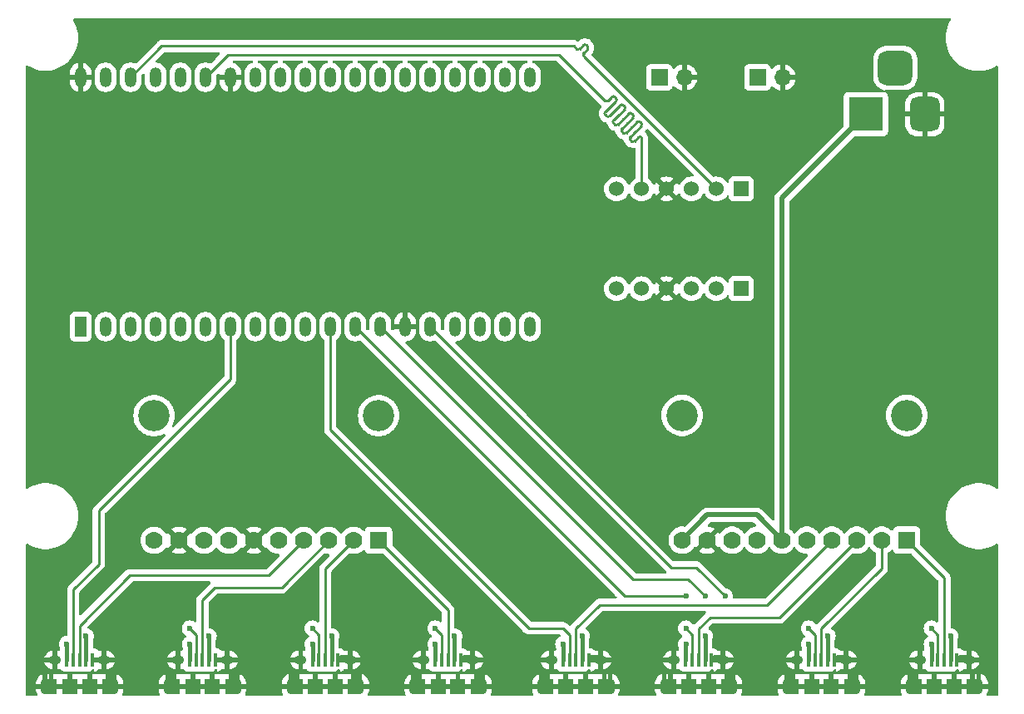
<source format=gbr>
%TF.GenerationSoftware,KiCad,Pcbnew,8.0.4*%
%TF.CreationDate,2024-08-26T16:46:39+08:00*%
%TF.ProjectId,ESP_Board_Test,4553505f-426f-4617-9264-5f546573742e,rev?*%
%TF.SameCoordinates,Original*%
%TF.FileFunction,Copper,L1,Top*%
%TF.FilePolarity,Positive*%
%FSLAX46Y46*%
G04 Gerber Fmt 4.6, Leading zero omitted, Abs format (unit mm)*
G04 Created by KiCad (PCBNEW 8.0.4) date 2024-08-26 16:46:39*
%MOMM*%
%LPD*%
G01*
G04 APERTURE LIST*
G04 Aperture macros list*
%AMRoundRect*
0 Rectangle with rounded corners*
0 $1 Rounding radius*
0 $2 $3 $4 $5 $6 $7 $8 $9 X,Y pos of 4 corners*
0 Add a 4 corners polygon primitive as box body*
4,1,4,$2,$3,$4,$5,$6,$7,$8,$9,$2,$3,0*
0 Add four circle primitives for the rounded corners*
1,1,$1+$1,$2,$3*
1,1,$1+$1,$4,$5*
1,1,$1+$1,$6,$7*
1,1,$1+$1,$8,$9*
0 Add four rect primitives between the rounded corners*
20,1,$1+$1,$2,$3,$4,$5,0*
20,1,$1+$1,$4,$5,$6,$7,0*
20,1,$1+$1,$6,$7,$8,$9,0*
20,1,$1+$1,$8,$9,$2,$3,0*%
G04 Aperture macros list end*
%TA.AperFunction,ComponentPad*%
%ADD10R,1.700000X1.700000*%
%TD*%
%TA.AperFunction,ComponentPad*%
%ADD11O,1.700000X1.700000*%
%TD*%
%TA.AperFunction,SMDPad,CuDef*%
%ADD12R,0.400000X1.350000*%
%TD*%
%TA.AperFunction,ComponentPad*%
%ADD13O,0.890000X1.550000*%
%TD*%
%TA.AperFunction,SMDPad,CuDef*%
%ADD14R,1.200000X1.550000*%
%TD*%
%TA.AperFunction,ComponentPad*%
%ADD15O,1.250000X0.950000*%
%TD*%
%TA.AperFunction,SMDPad,CuDef*%
%ADD16R,1.500000X1.550000*%
%TD*%
%TA.AperFunction,ComponentPad*%
%ADD17R,1.200000X2.000000*%
%TD*%
%TA.AperFunction,ComponentPad*%
%ADD18O,1.200000X2.000000*%
%TD*%
%TA.AperFunction,ComponentPad*%
%ADD19R,3.500000X3.500000*%
%TD*%
%TA.AperFunction,ComponentPad*%
%ADD20RoundRect,0.750000X0.750000X1.000000X-0.750000X1.000000X-0.750000X-1.000000X0.750000X-1.000000X0*%
%TD*%
%TA.AperFunction,ComponentPad*%
%ADD21RoundRect,0.875000X0.875000X0.875000X-0.875000X0.875000X-0.875000X-0.875000X0.875000X-0.875000X0*%
%TD*%
%TA.AperFunction,ComponentPad*%
%ADD22C,1.524000*%
%TD*%
%TA.AperFunction,ComponentPad*%
%ADD23R,1.524000X1.524000*%
%TD*%
%TA.AperFunction,ComponentPad*%
%ADD24R,1.778000X1.778000*%
%TD*%
%TA.AperFunction,ComponentPad*%
%ADD25C,1.778000*%
%TD*%
%TA.AperFunction,ComponentPad*%
%ADD26C,3.200000*%
%TD*%
%TA.AperFunction,ViaPad*%
%ADD27C,0.600000*%
%TD*%
%TA.AperFunction,Conductor*%
%ADD28C,0.406400*%
%TD*%
%TA.AperFunction,Conductor*%
%ADD29C,0.508000*%
%TD*%
%TA.AperFunction,Conductor*%
%ADD30C,0.250000*%
%TD*%
G04 APERTURE END LIST*
D10*
%TO.P,J11,1,Pin_1*%
%TO.N,/ACTUATE_OUT*%
X100000000Y-31500000D03*
D11*
%TO.P,J11,2,Pin_2*%
%TO.N,/GND*%
X102540000Y-31500000D03*
%TD*%
D12*
%TO.P,J4,1,VBUS*%
%TO.N,/5V*%
X54700000Y-90850000D03*
%TO.P,J4,2,D-*%
%TO.N,/~{EN2}*%
X55350000Y-90850000D03*
%TO.P,J4,3,D+*%
%TO.N,/A2*%
X56000000Y-90850000D03*
%TO.P,J4,4,ID*%
%TO.N,/3V3*%
X56650000Y-90850000D03*
%TO.P,J4,5,GND*%
%TO.N,/GND*%
X57300000Y-90850000D03*
D13*
%TO.P,J4,6,Shield*%
X52500000Y-93550000D03*
D14*
X53100000Y-93550000D03*
D15*
X53500000Y-90850000D03*
D16*
X55000000Y-93550000D03*
X57000000Y-93550000D03*
D15*
X58500000Y-90850000D03*
D14*
X58900000Y-93550000D03*
D13*
X59500000Y-93550000D03*
%TD*%
D12*
%TO.P,J8,1,VBUS*%
%TO.N,/5V*%
X105200000Y-90850000D03*
%TO.P,J8,2,D-*%
%TO.N,/~{EN6}*%
X105850000Y-90850000D03*
%TO.P,J8,3,D+*%
%TO.N,/A6*%
X106500000Y-90850000D03*
%TO.P,J8,4,ID*%
%TO.N,/3V3*%
X107150000Y-90850000D03*
%TO.P,J8,5,GND*%
%TO.N,/GND*%
X107800000Y-90850000D03*
D13*
%TO.P,J8,6,Shield*%
X103000000Y-93550000D03*
D14*
X103600000Y-93550000D03*
D15*
X104000000Y-90850000D03*
D16*
X105500000Y-93550000D03*
X107500000Y-93550000D03*
D15*
X109000000Y-90850000D03*
D14*
X109400000Y-93550000D03*
D13*
X110000000Y-93550000D03*
%TD*%
D12*
%TO.P,J9,1,VBUS*%
%TO.N,/5V*%
X117700000Y-90850000D03*
%TO.P,J9,2,D-*%
%TO.N,/~{EN7}*%
X118350000Y-90850000D03*
%TO.P,J9,3,D+*%
%TO.N,/A7*%
X119000000Y-90850000D03*
%TO.P,J9,4,ID*%
%TO.N,/3V3*%
X119650000Y-90850000D03*
%TO.P,J9,5,GND*%
%TO.N,/GND*%
X120300000Y-90850000D03*
D13*
%TO.P,J9,6,Shield*%
X115500000Y-93550000D03*
D14*
X116100000Y-93550000D03*
D15*
X116500000Y-90850000D03*
D16*
X118000000Y-93550000D03*
X120000000Y-93550000D03*
D15*
X121500000Y-90850000D03*
D14*
X121900000Y-93550000D03*
D13*
X122500000Y-93550000D03*
%TD*%
D12*
%TO.P,J2,1,VBUS*%
%TO.N,/5V*%
X29700000Y-90850000D03*
%TO.P,J2,2,D-*%
%TO.N,/~{EN0}*%
X30350000Y-90850000D03*
%TO.P,J2,3,D+*%
%TO.N,/A0*%
X31000000Y-90850000D03*
%TO.P,J2,4,ID*%
%TO.N,/3V3*%
X31650000Y-90850000D03*
%TO.P,J2,5,GND*%
%TO.N,/GND*%
X32300000Y-90850000D03*
D13*
%TO.P,J2,6,Shield*%
X27500000Y-93550000D03*
D14*
X28100000Y-93550000D03*
D15*
X28500000Y-90850000D03*
D16*
X30000000Y-93550000D03*
X32000000Y-93550000D03*
D15*
X33500000Y-90850000D03*
D14*
X33900000Y-93550000D03*
D13*
X34500000Y-93550000D03*
%TD*%
D12*
%TO.P,J6,1,VBUS*%
%TO.N,/5V*%
X80200000Y-90850000D03*
%TO.P,J6,2,D-*%
%TO.N,/~{EN4}*%
X80850000Y-90850000D03*
%TO.P,J6,3,D+*%
%TO.N,/A4*%
X81500000Y-90850000D03*
%TO.P,J6,4,ID*%
%TO.N,/3V3*%
X82150000Y-90850000D03*
%TO.P,J6,5,GND*%
%TO.N,/GND*%
X82800000Y-90850000D03*
D13*
%TO.P,J6,6,Shield*%
X78000000Y-93550000D03*
D14*
X78600000Y-93550000D03*
D15*
X79000000Y-90850000D03*
D16*
X80500000Y-93550000D03*
X82500000Y-93550000D03*
D15*
X84000000Y-90850000D03*
D14*
X84400000Y-93550000D03*
D13*
X85000000Y-93550000D03*
%TD*%
D17*
%TO.P,U1,1,3V3*%
%TO.N,/3V3*%
X31100000Y-56900000D03*
D18*
%TO.P,U1,2,CHIP_PU*%
%TO.N,unconnected-(U1-CHIP_PU-Pad2)*%
X33640000Y-56900000D03*
%TO.P,U1,3,SENSOR_VP/GPIO36/ADC1_CH0*%
%TO.N,unconnected-(U1-SENSOR_VP{slash}GPIO36{slash}ADC1_CH0-Pad3)*%
X36180000Y-56900000D03*
%TO.P,U1,4,SENSOR_VN/GPIO39/ADC1_CH3*%
%TO.N,unconnected-(U1-SENSOR_VN{slash}GPIO39{slash}ADC1_CH3-Pad4)*%
X38720000Y-56900000D03*
%TO.P,U1,5,VDET_1/GPIO34/ADC1_CH6*%
%TO.N,unconnected-(U1-VDET_1{slash}GPIO34{slash}ADC1_CH6-Pad5)*%
X41260000Y-56900000D03*
%TO.P,U1,6,VDET_2/GPIO35/ADC1_CH7*%
%TO.N,unconnected-(U1-VDET_2{slash}GPIO35{slash}ADC1_CH7-Pad6)*%
X43800000Y-56900000D03*
%TO.P,U1,7,32K_XP/GPIO32/ADC1_CH4*%
%TO.N,/~{EN0}*%
X46340000Y-56900000D03*
%TO.P,U1,8,32K_XN/GPIO33/ADC1_CH5*%
%TO.N,/~{EN1}*%
X48880000Y-56900000D03*
%TO.P,U1,9,DAC_1/ADC2_CH8/GPIO25*%
%TO.N,/~{EN2}*%
X51420000Y-56900000D03*
%TO.P,U1,10,DAC_2/ADC2_CH9/GPIO26*%
%TO.N,/~{EN3}*%
X53960000Y-56900000D03*
%TO.P,U1,11,ADC2_CH7/GPIO27*%
%TO.N,/~{EN4}*%
X56500000Y-56900000D03*
%TO.P,U1,12,MTMS/GPIO14/ADC2_CH6*%
%TO.N,/~{EN5}*%
X59040000Y-56900000D03*
%TO.P,U1,13,MTDI/GPIO12/ADC2_CH5*%
%TO.N,/~{EN6}*%
X61580000Y-56900000D03*
%TO.P,U1,14,GND*%
%TO.N,/GND*%
X64120000Y-56900000D03*
%TO.P,U1,15,MTCK/GPIO13/ADC2_CH4*%
%TO.N,/~{EN7}*%
X66660000Y-56900000D03*
%TO.P,U1,16,SD_DATA2/GPIO9*%
%TO.N,unconnected-(U1-SD_DATA2{slash}GPIO9-Pad16)*%
X69200000Y-56900000D03*
%TO.P,U1,17,SD_DATA3/GPIO10*%
%TO.N,unconnected-(U1-SD_DATA3{slash}GPIO10-Pad17)*%
X71740000Y-56900000D03*
%TO.P,U1,18,CMD*%
%TO.N,unconnected-(U1-CMD-Pad18)*%
X74280000Y-56900000D03*
%TO.P,U1,19,5V*%
%TO.N,/5V*%
X76820000Y-56900000D03*
%TO.P,U1,20,SD_CLK/GPIO6*%
%TO.N,unconnected-(U1-SD_CLK{slash}GPIO6-Pad20)*%
X76817280Y-31503680D03*
%TO.P,U1,21,SD_DATA0/GPIO7*%
%TO.N,unconnected-(U1-SD_DATA0{slash}GPIO7-Pad21)*%
X74277280Y-31503680D03*
%TO.P,U1,22,SD_DATA1/GPIO8*%
%TO.N,unconnected-(U1-SD_DATA1{slash}GPIO8-Pad22)*%
X71740000Y-31500000D03*
%TO.P,U1,23,MTDO/GPIO15/ADC2_CH3*%
%TO.N,unconnected-(U1-MTDO{slash}GPIO15{slash}ADC2_CH3-Pad23)*%
X69200000Y-31500000D03*
%TO.P,U1,24,ADC2_CH2/GPIO2*%
%TO.N,unconnected-(U1-ADC2_CH2{slash}GPIO2-Pad24)*%
X66660000Y-31500000D03*
%TO.P,U1,25,GPIO0/BOOT/ADC2_CH1*%
%TO.N,unconnected-(U1-GPIO0{slash}BOOT{slash}ADC2_CH1-Pad25)*%
X64120000Y-31500000D03*
%TO.P,U1,26,ADC2_CH0/GPIO4*%
%TO.N,/SETUP_IN*%
X61580000Y-31500000D03*
%TO.P,U1,27,GPIO16*%
%TO.N,/ALRT2*%
X59040000Y-31500000D03*
%TO.P,U1,28,GPIO17*%
%TO.N,/ACTUATE_OUT*%
X56500000Y-31500000D03*
%TO.P,U1,29,GPIO5*%
%TO.N,/ALRT1*%
X53960000Y-31500000D03*
%TO.P,U1,30,GPIO18*%
%TO.N,unconnected-(U1-GPIO18-Pad30)*%
X51420000Y-31500000D03*
%TO.P,U1,31,GPIO19*%
%TO.N,unconnected-(U1-GPIO19-Pad31)*%
X48880000Y-31500000D03*
%TO.P,U1,32,GND*%
%TO.N,/GND*%
X46340000Y-31500000D03*
%TO.P,U1,33,GPIO21*%
%TO.N,/SCL*%
X43800000Y-31500000D03*
%TO.P,U1,34,U0RXD/GPIO3*%
%TO.N,unconnected-(U1-U0RXD{slash}GPIO3-Pad34)*%
X41260000Y-31500000D03*
%TO.P,U1,35,U0TXD/GPIO1*%
%TO.N,unconnected-(U1-U0TXD{slash}GPIO1-Pad35)*%
X38720000Y-31500000D03*
%TO.P,U1,36,GPIO22*%
%TO.N,/SDA*%
X36180000Y-31500000D03*
%TO.P,U1,37,GPIO23*%
%TO.N,/10*%
X33640000Y-31500000D03*
%TO.P,U1,38,GND*%
%TO.N,/GND*%
X31100000Y-31500000D03*
%TD*%
D12*
%TO.P,J3,1,VBUS*%
%TO.N,/5V*%
X42200000Y-90850000D03*
%TO.P,J3,2,D-*%
%TO.N,/~{EN1}*%
X42850000Y-90850000D03*
%TO.P,J3,3,D+*%
%TO.N,/A1*%
X43500000Y-90850000D03*
%TO.P,J3,4,ID*%
%TO.N,/3V3*%
X44150000Y-90850000D03*
%TO.P,J3,5,GND*%
%TO.N,/GND*%
X44800000Y-90850000D03*
D13*
%TO.P,J3,6,Shield*%
X40000000Y-93550000D03*
D14*
X40600000Y-93550000D03*
D15*
X41000000Y-90850000D03*
D16*
X42500000Y-93550000D03*
X44500000Y-93550000D03*
D15*
X46000000Y-90850000D03*
D14*
X46400000Y-93550000D03*
D13*
X47000000Y-93550000D03*
%TD*%
D12*
%TO.P,J7,1,VBUS*%
%TO.N,/5V*%
X92700000Y-90850000D03*
%TO.P,J7,2,D-*%
%TO.N,/~{EN5}*%
X93350000Y-90850000D03*
%TO.P,J7,3,D+*%
%TO.N,/A5*%
X94000000Y-90850000D03*
%TO.P,J7,4,ID*%
%TO.N,/3V3*%
X94650000Y-90850000D03*
%TO.P,J7,5,GND*%
%TO.N,/GND*%
X95300000Y-90850000D03*
D13*
%TO.P,J7,6,Shield*%
X90500000Y-93550000D03*
D14*
X91100000Y-93550000D03*
D15*
X91500000Y-90850000D03*
D16*
X93000000Y-93550000D03*
X95000000Y-93550000D03*
D15*
X96500000Y-90850000D03*
D14*
X96900000Y-93550000D03*
D13*
X97500000Y-93550000D03*
%TD*%
D19*
%TO.P,J1,1*%
%TO.N,/5V*%
X111025000Y-35257500D03*
D20*
%TO.P,J1,2*%
%TO.N,/GND*%
X117025000Y-35257500D03*
D21*
%TO.P,J1,3*%
%TO.N,N/C*%
X114025000Y-30557500D03*
%TD*%
D10*
%TO.P,J10,1,Pin_1*%
%TO.N,/SETUP_IN*%
X90000000Y-31500000D03*
D11*
%TO.P,J10,2,Pin_2*%
%TO.N,/GND*%
X92540000Y-31500000D03*
%TD*%
D22*
%TO.P,U2,GND_1,GND*%
%TO.N,/GND*%
X90730000Y-53030000D03*
%TO.P,U2,GND_2,GND*%
X90730000Y-42870000D03*
%TO.P,U2,HV,HV*%
%TO.N,/5V*%
X93270000Y-53030000D03*
D23*
%TO.P,U2,HV1,HV1*%
%TO.N,/ALRT2_H*%
X98350000Y-53030000D03*
D22*
%TO.P,U2,HV2,HV2*%
%TO.N,/SDA_H*%
X95810000Y-53030000D03*
%TO.P,U2,HV3,HV3*%
%TO.N,/SCL_H*%
X88190000Y-53030000D03*
%TO.P,U2,HV4,HV4*%
%TO.N,/ALRT1_H*%
X85650000Y-53030000D03*
%TO.P,U2,LV,LV*%
%TO.N,/3V3*%
X93270000Y-42870000D03*
D23*
%TO.P,U2,LV1,LV1*%
%TO.N,/ALRT2*%
X98350000Y-42870000D03*
D22*
%TO.P,U2,LV2,LV2*%
%TO.N,/SDA*%
X95810000Y-42870000D03*
%TO.P,U2,LV3,LV3*%
%TO.N,/SCL*%
X88190000Y-42870000D03*
%TO.P,U2,LV4,LV4*%
%TO.N,/ALRT1*%
X85650000Y-42870000D03*
%TD*%
D24*
%TO.P,U5,1,A3*%
%TO.N,/A7*%
X115180000Y-78642500D03*
D25*
%TO.P,U5,2,A2*%
%TO.N,/A6*%
X112640000Y-78642500D03*
%TO.P,U5,3,A1*%
%TO.N,/A5*%
X110100000Y-78642500D03*
%TO.P,U5,4,A0*%
%TO.N,/A4*%
X107560000Y-78642500D03*
%TO.P,U5,5,ALERT*%
%TO.N,/ALRT2_H*%
X105020000Y-78642500D03*
%TO.P,U5,6,ADDR*%
%TO.N,/5V*%
X102480000Y-78642500D03*
%TO.P,U5,7,SDA*%
%TO.N,/SDA_H*%
X99940000Y-78642500D03*
%TO.P,U5,8,SCL*%
%TO.N,/SCL_H*%
X97400000Y-78642500D03*
%TO.P,U5,9,GND*%
%TO.N,/GND*%
X94860000Y-78642500D03*
%TO.P,U5,10,VDD*%
%TO.N,/5V*%
X92320000Y-78642500D03*
D26*
%TO.P,U5,P1*%
%TO.N,N/C*%
X92320000Y-65942500D03*
%TO.P,U5,P2*%
X115180000Y-65942500D03*
%TD*%
D12*
%TO.P,J5,1,VBUS*%
%TO.N,/5V*%
X67200000Y-90850000D03*
%TO.P,J5,2,D-*%
%TO.N,/~{EN3}*%
X67850000Y-90850000D03*
%TO.P,J5,3,D+*%
%TO.N,/A3*%
X68500000Y-90850000D03*
%TO.P,J5,4,ID*%
%TO.N,/3V3*%
X69150000Y-90850000D03*
%TO.P,J5,5,GND*%
%TO.N,/GND*%
X69800000Y-90850000D03*
D13*
%TO.P,J5,6,Shield*%
X65000000Y-93550000D03*
D14*
X65600000Y-93550000D03*
D15*
X66000000Y-90850000D03*
D16*
X67500000Y-93550000D03*
X69500000Y-93550000D03*
D15*
X71000000Y-90850000D03*
D14*
X71400000Y-93550000D03*
D13*
X72000000Y-93550000D03*
%TD*%
D24*
%TO.P,U4,1,A3*%
%TO.N,/A3*%
X61430000Y-78667500D03*
D25*
%TO.P,U4,2,A2*%
%TO.N,/A2*%
X58890000Y-78667500D03*
%TO.P,U4,3,A1*%
%TO.N,/A1*%
X56350000Y-78667500D03*
%TO.P,U4,4,A0*%
%TO.N,/A0*%
X53810000Y-78667500D03*
%TO.P,U4,5,ALERT*%
%TO.N,/ALRT1_H*%
X51270000Y-78667500D03*
%TO.P,U4,6,ADDR*%
%TO.N,/GND*%
X48730000Y-78667500D03*
%TO.P,U4,7,SDA*%
%TO.N,/SDA_H*%
X46190000Y-78667500D03*
%TO.P,U4,8,SCL*%
%TO.N,/SCL_H*%
X43650000Y-78667500D03*
%TO.P,U4,9,GND*%
%TO.N,/GND*%
X41110000Y-78667500D03*
%TO.P,U4,10,VDD*%
%TO.N,/5V*%
X38570000Y-78667500D03*
D26*
%TO.P,U4,P1*%
%TO.N,N/C*%
X38570000Y-65967500D03*
%TO.P,U4,P2*%
X61430000Y-65967500D03*
%TD*%
D27*
%TO.N,/5V*%
X67201600Y-89225003D03*
X42201600Y-89225003D03*
X54701600Y-89225003D03*
X105201600Y-89225003D03*
X29700000Y-89225003D03*
X80201600Y-89225003D03*
X92701600Y-89225003D03*
X117701600Y-89225003D03*
%TO.N,/3V3*%
X31648400Y-88425000D03*
X119650000Y-88425000D03*
X82150000Y-88425000D03*
X94650000Y-88425000D03*
X44150000Y-88425000D03*
X107150000Y-88425000D03*
X69150000Y-88425000D03*
X56650000Y-88425000D03*
%TO.N,/~{EN1}*%
X42201600Y-87624997D03*
%TO.N,/~{EN2}*%
X54701600Y-87624997D03*
%TO.N,/~{EN3}*%
X67201600Y-87624997D03*
%TO.N,/~{EN6}*%
X94650000Y-84350000D03*
X105201600Y-87624997D03*
%TO.N,/~{EN5}*%
X92701600Y-84350000D03*
X92701600Y-87624997D03*
%TO.N,/~{EN7}*%
X117701600Y-87624997D03*
X96700000Y-84350000D03*
%TD*%
D28*
%TO.N,/GND*%
X83925000Y-90520000D02*
X83125000Y-90520000D01*
X70125000Y-90520000D02*
X69800000Y-90845000D01*
X108125000Y-90520000D02*
X107800000Y-90845000D01*
X95625000Y-90520000D02*
X95300000Y-90845000D01*
X120625000Y-90520000D02*
X120300000Y-90845000D01*
X96425000Y-90520000D02*
X95625000Y-90520000D01*
X70925000Y-90520000D02*
X70125000Y-90520000D01*
X58425000Y-90520000D02*
X57625000Y-90520000D01*
X83125000Y-90520000D02*
X82800000Y-90845000D01*
D29*
X41025000Y-78582500D02*
X41110000Y-78667500D01*
D28*
X108925000Y-90520000D02*
X108125000Y-90520000D01*
X121425000Y-90520000D02*
X120625000Y-90520000D01*
X57625000Y-90520000D02*
X57300000Y-90845000D01*
D30*
%TO.N,/SDA*%
X95810000Y-42860000D02*
X95810000Y-42870000D01*
X82420751Y-29470751D02*
X95810000Y-42860000D01*
X36180000Y-31500000D02*
X39355000Y-28325000D01*
X82313831Y-29363832D02*
X82398685Y-29448685D01*
X39355000Y-28325000D02*
X81275000Y-28325000D01*
X81275000Y-28325000D02*
X81550157Y-28600157D01*
X82398685Y-29448685D02*
X82420751Y-29470751D01*
X81889569Y-28600158D02*
X82257263Y-28232461D01*
X82681527Y-28656726D02*
X82313830Y-29024420D01*
X82596675Y-28232462D02*
X82681527Y-28317314D01*
X82681527Y-28317314D02*
G75*
G02*
X82681507Y-28656706I-169727J-169686D01*
G01*
X82257263Y-28232461D02*
G75*
G02*
X82596706Y-28232430I169737J-169739D01*
G01*
X81550157Y-28600157D02*
G75*
G03*
X81889605Y-28600195I169743J169757D01*
G01*
X82313830Y-29024420D02*
G75*
G03*
X82313856Y-29363806I169670J-169680D01*
G01*
%TO.N,/SCL*%
X85050429Y-34475428D02*
X85050428Y-34475428D01*
X85474695Y-34899696D02*
X85474695Y-34899695D01*
X85446415Y-36285629D02*
X85361562Y-36200776D01*
X87171761Y-36596762D02*
X87171761Y-36596761D01*
X46125000Y-29175000D02*
X43800000Y-31500000D01*
X85898962Y-35323961D02*
X85898961Y-35323961D01*
X86294948Y-37134162D02*
X86210095Y-37049309D01*
X86210095Y-36709897D02*
X86747495Y-36172494D01*
X86860630Y-35210828D02*
X86323228Y-35748229D01*
X85163564Y-33513762D02*
X84795868Y-33881457D01*
X87426322Y-37190733D02*
X87596028Y-37021027D01*
X85220133Y-34305722D02*
X85587829Y-33938026D01*
X84048786Y-33473786D02*
X79750000Y-29175000D01*
X86323228Y-35748228D02*
X85785825Y-36285628D01*
X87596028Y-37021027D02*
X87596027Y-37021027D01*
X86323228Y-35748229D02*
X86323228Y-35748228D01*
X84371605Y-33796605D02*
X84048786Y-33473786D01*
X86012097Y-34362295D02*
X85474695Y-34899696D01*
X87596027Y-37021027D02*
X88133428Y-36483625D01*
X85050428Y-34475428D02*
X85220133Y-34305722D01*
X87284895Y-35295681D02*
X87200042Y-35210828D01*
X86436362Y-34447148D02*
X86351509Y-34362295D01*
X84513029Y-35012831D02*
X85050429Y-34475428D01*
X84597882Y-35437096D02*
X84513029Y-35352243D01*
X88190000Y-42870000D02*
X88190000Y-37615000D01*
X85898961Y-35323961D02*
X86436362Y-34786559D01*
X88133428Y-36144214D02*
X88048575Y-36059361D01*
X86747494Y-36172494D02*
X87284895Y-35635092D01*
X79750000Y-29175000D02*
X46125000Y-29175000D01*
X87171761Y-36596761D02*
X86634358Y-37134161D01*
X87850588Y-37615000D02*
X87482891Y-37982694D01*
X84456457Y-33881457D02*
X84371605Y-33796605D01*
X87709163Y-36059361D02*
X87171761Y-36596762D01*
X87058628Y-37558430D02*
X87426322Y-37190733D01*
X85361562Y-35861364D02*
X85898962Y-35323961D01*
X87143481Y-37982695D02*
X87058628Y-37897842D01*
X85587829Y-33598615D02*
X85502976Y-33513762D01*
X85474695Y-34899695D02*
X84937292Y-35437095D01*
X86747495Y-36172494D02*
X86747494Y-36172494D01*
X87284895Y-35635092D02*
G75*
G03*
X87284882Y-35295695I-169695J169692D01*
G01*
X87200042Y-35210828D02*
G75*
G03*
X86860630Y-35210828I-169706J-169704D01*
G01*
X85502976Y-33513762D02*
G75*
G03*
X85163564Y-33513762I-169706J-169704D01*
G01*
X87482891Y-37982694D02*
G75*
G02*
X87143496Y-37982681I-169691J169694D01*
G01*
X88048575Y-36059361D02*
G75*
G03*
X87709163Y-36059361I-169706J-169704D01*
G01*
X87058628Y-37897842D02*
G75*
G02*
X87058592Y-37558394I169672J169742D01*
G01*
X86436362Y-34786559D02*
G75*
G03*
X86436316Y-34447195I-169662J169659D01*
G01*
X84513029Y-35352243D02*
G75*
G02*
X84512992Y-35012794I169671J169743D01*
G01*
X86634358Y-37134161D02*
G75*
G02*
X86294996Y-37134115I-169658J169661D01*
G01*
X85785825Y-36285628D02*
G75*
G02*
X85446396Y-36285649I-169725J169728D01*
G01*
X88190000Y-37615000D02*
G75*
G03*
X87850588Y-37615000I-169706J-169701D01*
G01*
X85587829Y-33938026D02*
G75*
G03*
X85587850Y-33598595I-169729J169726D01*
G01*
X86210095Y-37049309D02*
G75*
G02*
X86210092Y-36709894I169705J169709D01*
G01*
X84795868Y-33881457D02*
G75*
G02*
X84456458Y-33881457I-169705J169703D01*
G01*
X86351509Y-34362295D02*
G75*
G03*
X86012097Y-34362295I-169706J-169704D01*
G01*
X85361562Y-36200776D02*
G75*
G02*
X85361592Y-35861394I169738J169676D01*
G01*
X84937292Y-35437095D02*
G75*
G02*
X84597896Y-35437083I-169692J169695D01*
G01*
X88133428Y-36483625D02*
G75*
G03*
X88133448Y-36144195I-169728J169725D01*
G01*
D28*
%TO.N,/5V*%
X54700000Y-90845000D02*
X54700000Y-89226603D01*
X80200000Y-90845000D02*
X80200000Y-89226603D01*
X67200000Y-90845000D02*
X67200000Y-89226603D01*
D29*
X102480000Y-43802500D02*
X111025000Y-35257500D01*
D28*
X42200000Y-89226603D02*
X42201600Y-89225003D01*
X105200000Y-90845000D02*
X105200000Y-89226603D01*
X54700000Y-89226603D02*
X54701600Y-89225003D01*
X29700000Y-90845000D02*
X29700000Y-89225003D01*
D29*
X99912500Y-76075000D02*
X94887500Y-76075000D01*
X94887500Y-76075000D02*
X92320000Y-78642500D01*
X102480000Y-78642500D02*
X102480000Y-43802500D01*
D28*
X105200000Y-89226603D02*
X105201600Y-89225003D01*
X42200000Y-90845000D02*
X42200000Y-89226603D01*
X67200000Y-89226603D02*
X67201600Y-89225003D01*
X117700000Y-90845000D02*
X117700000Y-89226603D01*
X80200000Y-89226603D02*
X80201600Y-89225003D01*
X117700000Y-89226603D02*
X117701600Y-89225003D01*
X92700000Y-89226603D02*
X92701600Y-89225003D01*
X92700000Y-90845000D02*
X92700000Y-89226603D01*
D29*
X102480000Y-78642500D02*
X99912500Y-76075000D01*
D28*
%TO.N,/3V3*%
X94650000Y-90845000D02*
X94650000Y-88425000D01*
X82150000Y-90845000D02*
X82150000Y-88425000D01*
X31650000Y-88426600D02*
X31648400Y-88425000D01*
X44150000Y-90845000D02*
X44150000Y-88425000D01*
X31650000Y-90845000D02*
X31650000Y-88426600D01*
X119650000Y-90845000D02*
X119650000Y-88425000D01*
X69150000Y-90845000D02*
X69150000Y-88425000D01*
X107150000Y-90845000D02*
X107150000Y-88425000D01*
X56650000Y-90845000D02*
X56650000Y-88425000D01*
D30*
%TO.N,/~{EN0}*%
X32950000Y-81075000D02*
X32950000Y-75650000D01*
X46340000Y-62260000D02*
X46340000Y-56900000D01*
X30350000Y-83675000D02*
X32950000Y-81075000D01*
X32950000Y-75650000D02*
X46340000Y-62260000D01*
X30350000Y-90845000D02*
X30350000Y-83675000D01*
%TO.N,/A0*%
X50252500Y-82225000D02*
X53810000Y-78667500D01*
X36114516Y-82225000D02*
X50252500Y-82225000D01*
X31000000Y-90845000D02*
X31000000Y-87339516D01*
X31000000Y-87339516D02*
X36114516Y-82225000D01*
%TO.N,/~{EN1}*%
X42850000Y-88273397D02*
X42201600Y-87624997D01*
X42850000Y-90845000D02*
X42850000Y-88273397D01*
%TO.N,/A1*%
X51567500Y-83450000D02*
X56350000Y-78667500D01*
X43500000Y-90845000D02*
X43500000Y-84725000D01*
X44775000Y-83450000D02*
X51567500Y-83450000D01*
X43500000Y-84725000D02*
X44775000Y-83450000D01*
%TO.N,/~{EN2}*%
X55350000Y-88273397D02*
X54701600Y-87624997D01*
X55350000Y-90845000D02*
X55350000Y-88273397D01*
%TO.N,/A2*%
X56000000Y-81557500D02*
X58890000Y-78667500D01*
X56000000Y-90845000D02*
X56000000Y-81557500D01*
%TO.N,/A3*%
X68500000Y-90845000D02*
X68500000Y-85737500D01*
X68500000Y-85737500D02*
X61430000Y-78667500D01*
%TO.N,/~{EN3}*%
X67850000Y-88273397D02*
X67850000Y-90845000D01*
X67201600Y-87624997D02*
X67850000Y-88273397D01*
%TO.N,/A4*%
X81500000Y-90845000D02*
X81500000Y-87675000D01*
X100977500Y-85225000D02*
X107560000Y-78642500D01*
X81500000Y-87675000D02*
X83950000Y-85225000D01*
X83950000Y-85225000D02*
X100977500Y-85225000D01*
%TO.N,/~{EN4}*%
X80201600Y-87624997D02*
X76749997Y-87624997D01*
X56500000Y-67375000D02*
X56500000Y-56900000D01*
X80850000Y-88273397D02*
X80201600Y-87624997D01*
X80850000Y-90845000D02*
X80850000Y-88273397D01*
X76749997Y-87624997D02*
X56500000Y-67375000D01*
%TO.N,/~{EN6}*%
X105850000Y-90845000D02*
X105850000Y-88273397D01*
X105850000Y-88273397D02*
X105201600Y-87624997D01*
X92950000Y-82650000D02*
X94650000Y-84350000D01*
X61580000Y-56900000D02*
X87330000Y-82650000D01*
X87330000Y-82650000D02*
X92950000Y-82650000D01*
%TO.N,/A6*%
X112640000Y-81510000D02*
X112640000Y-78642500D01*
X106500000Y-87650000D02*
X112640000Y-81510000D01*
X106500000Y-90845000D02*
X106500000Y-87650000D01*
%TO.N,/A5*%
X94000000Y-87675000D02*
X95175000Y-86500000D01*
X102242500Y-86500000D02*
X110100000Y-78642500D01*
X95175000Y-86500000D02*
X102242500Y-86500000D01*
X94000000Y-90845000D02*
X94000000Y-87675000D01*
%TO.N,/~{EN5}*%
X93350000Y-88273397D02*
X92701600Y-87624997D01*
X93350000Y-90845000D02*
X93350000Y-88273397D01*
X86490000Y-84350000D02*
X92701600Y-84350000D01*
X59040000Y-56900000D02*
X59040000Y-57300000D01*
X59040000Y-56900000D02*
X86490000Y-84350000D01*
%TO.N,/A7*%
X119000000Y-82462500D02*
X115180000Y-78642500D01*
X119000000Y-90845000D02*
X119000000Y-82462500D01*
%TO.N,/~{EN7}*%
X118350000Y-90845000D02*
X118350000Y-88273397D01*
X93775000Y-81425000D02*
X91185000Y-81425000D01*
X118350000Y-88273397D02*
X117701600Y-87624997D01*
X91185000Y-81425000D02*
X66660000Y-56900000D01*
X96700000Y-84350000D02*
X93775000Y-81425000D01*
%TD*%
%TA.AperFunction,Conductor*%
%TO.N,/GND*%
G36*
X33194225Y-90616866D02*
G01*
X33116866Y-90694225D01*
X33075000Y-90795299D01*
X33075000Y-90904701D01*
X33116866Y-91005775D01*
X33194225Y-91083134D01*
X33234943Y-91100000D01*
X32474499Y-91100000D01*
X32407460Y-91080315D01*
X32361705Y-91027511D01*
X32350499Y-90976000D01*
X32350499Y-90942610D01*
X32352883Y-90918412D01*
X32353700Y-90914308D01*
X32353700Y-90724000D01*
X32373385Y-90656961D01*
X32426189Y-90611206D01*
X32477700Y-90600000D01*
X33234943Y-90600000D01*
X33194225Y-90616866D01*
G37*
%TD.AperFunction*%
%TA.AperFunction,Conductor*%
G36*
X45694225Y-90616866D02*
G01*
X45616866Y-90694225D01*
X45575000Y-90795299D01*
X45575000Y-90904701D01*
X45616866Y-91005775D01*
X45694225Y-91083134D01*
X45734943Y-91100000D01*
X44974499Y-91100000D01*
X44907460Y-91080315D01*
X44861705Y-91027511D01*
X44850499Y-90976000D01*
X44850499Y-90942610D01*
X44852883Y-90918412D01*
X44853700Y-90914308D01*
X44853700Y-90724000D01*
X44873385Y-90656961D01*
X44926189Y-90611206D01*
X44977700Y-90600000D01*
X45734943Y-90600000D01*
X45694225Y-90616866D01*
G37*
%TD.AperFunction*%
%TA.AperFunction,Conductor*%
G36*
X58194225Y-90616866D02*
G01*
X58116866Y-90694225D01*
X58075000Y-90795299D01*
X58075000Y-90904701D01*
X58116866Y-91005775D01*
X58194225Y-91083134D01*
X58234943Y-91100000D01*
X57474499Y-91100000D01*
X57407460Y-91080315D01*
X57361705Y-91027511D01*
X57350499Y-90976000D01*
X57350499Y-90942610D01*
X57352883Y-90918412D01*
X57353700Y-90914308D01*
X57353700Y-90724000D01*
X57373385Y-90656961D01*
X57426189Y-90611206D01*
X57477700Y-90600000D01*
X58234943Y-90600000D01*
X58194225Y-90616866D01*
G37*
%TD.AperFunction*%
%TA.AperFunction,Conductor*%
G36*
X70694225Y-90616866D02*
G01*
X70616866Y-90694225D01*
X70575000Y-90795299D01*
X70575000Y-90904701D01*
X70616866Y-91005775D01*
X70694225Y-91083134D01*
X70734943Y-91100000D01*
X69974499Y-91100000D01*
X69907460Y-91080315D01*
X69861705Y-91027511D01*
X69850499Y-90976000D01*
X69850499Y-90942610D01*
X69852883Y-90918412D01*
X69853700Y-90914308D01*
X69853700Y-90724000D01*
X69873385Y-90656961D01*
X69926189Y-90611206D01*
X69977700Y-90600000D01*
X70734943Y-90600000D01*
X70694225Y-90616866D01*
G37*
%TD.AperFunction*%
%TA.AperFunction,Conductor*%
G36*
X83694225Y-90616866D02*
G01*
X83616866Y-90694225D01*
X83575000Y-90795299D01*
X83575000Y-90904701D01*
X83616866Y-91005775D01*
X83694225Y-91083134D01*
X83734943Y-91100000D01*
X82974499Y-91100000D01*
X82907460Y-91080315D01*
X82861705Y-91027511D01*
X82850499Y-90976000D01*
X82850499Y-90942610D01*
X82852883Y-90918412D01*
X82853700Y-90914308D01*
X82853700Y-90724000D01*
X82873385Y-90656961D01*
X82926189Y-90611206D01*
X82977700Y-90600000D01*
X83734943Y-90600000D01*
X83694225Y-90616866D01*
G37*
%TD.AperFunction*%
%TA.AperFunction,Conductor*%
G36*
X96194225Y-90616866D02*
G01*
X96116866Y-90694225D01*
X96075000Y-90795299D01*
X96075000Y-90904701D01*
X96116866Y-91005775D01*
X96194225Y-91083134D01*
X96234943Y-91100000D01*
X95474499Y-91100000D01*
X95407460Y-91080315D01*
X95361705Y-91027511D01*
X95350499Y-90976000D01*
X95350499Y-90942610D01*
X95352883Y-90918412D01*
X95353700Y-90914308D01*
X95353700Y-90724000D01*
X95373385Y-90656961D01*
X95426189Y-90611206D01*
X95477700Y-90600000D01*
X96234943Y-90600000D01*
X96194225Y-90616866D01*
G37*
%TD.AperFunction*%
%TA.AperFunction,Conductor*%
G36*
X108694225Y-90616866D02*
G01*
X108616866Y-90694225D01*
X108575000Y-90795299D01*
X108575000Y-90904701D01*
X108616866Y-91005775D01*
X108694225Y-91083134D01*
X108734943Y-91100000D01*
X107974499Y-91100000D01*
X107907460Y-91080315D01*
X107861705Y-91027511D01*
X107850499Y-90976000D01*
X107850499Y-90942610D01*
X107852883Y-90918412D01*
X107853700Y-90914308D01*
X107853700Y-90724000D01*
X107873385Y-90656961D01*
X107926189Y-90611206D01*
X107977700Y-90600000D01*
X108734943Y-90600000D01*
X108694225Y-90616866D01*
G37*
%TD.AperFunction*%
%TA.AperFunction,Conductor*%
G36*
X121194225Y-90616866D02*
G01*
X121116866Y-90694225D01*
X121075000Y-90795299D01*
X121075000Y-90904701D01*
X121116866Y-91005775D01*
X121194225Y-91083134D01*
X121234943Y-91100000D01*
X120474499Y-91100000D01*
X120407460Y-91080315D01*
X120361705Y-91027511D01*
X120350499Y-90976000D01*
X120350499Y-90942610D01*
X120352883Y-90918412D01*
X120353700Y-90914308D01*
X120353700Y-90724000D01*
X120373385Y-90656961D01*
X120426189Y-90611206D01*
X120477700Y-90600000D01*
X121234943Y-90600000D01*
X121194225Y-90616866D01*
G37*
%TD.AperFunction*%
%TA.AperFunction,Conductor*%
G36*
X99615652Y-76849185D02*
G01*
X99636294Y-76865819D01*
X99824732Y-77054257D01*
X99858217Y-77115580D01*
X99853233Y-77185272D01*
X99811361Y-77241205D01*
X99757461Y-77264247D01*
X99597725Y-77290902D01*
X99379938Y-77365669D01*
X99379930Y-77365672D01*
X99177408Y-77475272D01*
X98995694Y-77616706D01*
X98995689Y-77616711D01*
X98839727Y-77786130D01*
X98773808Y-77887028D01*
X98720662Y-77932384D01*
X98651431Y-77941808D01*
X98588095Y-77912306D01*
X98566192Y-77887028D01*
X98500272Y-77786130D01*
X98463104Y-77745756D01*
X98344308Y-77616708D01*
X98240834Y-77536171D01*
X98162591Y-77475272D01*
X97960069Y-77365672D01*
X97960061Y-77365669D01*
X97742274Y-77290902D01*
X97553538Y-77259408D01*
X97515137Y-77253000D01*
X97284863Y-77253000D01*
X97246462Y-77259408D01*
X97057725Y-77290902D01*
X96839938Y-77365669D01*
X96839930Y-77365672D01*
X96637408Y-77475272D01*
X96455694Y-77616706D01*
X96455689Y-77616711D01*
X96299727Y-77786131D01*
X96233508Y-77887487D01*
X96180362Y-77932843D01*
X96111131Y-77942267D01*
X96047795Y-77912765D01*
X96025892Y-77887487D01*
X96003238Y-77852813D01*
X95342962Y-78513089D01*
X95325925Y-78449507D01*
X95260099Y-78335493D01*
X95167007Y-78242401D01*
X95052993Y-78176575D01*
X94989409Y-78159537D01*
X95650958Y-77497986D01*
X95650958Y-77497984D01*
X95622322Y-77475696D01*
X95622316Y-77475692D01*
X95419868Y-77366132D01*
X95419859Y-77366129D01*
X95202150Y-77291389D01*
X95042103Y-77264681D01*
X94979218Y-77234230D01*
X94942778Y-77174615D01*
X94944354Y-77104763D01*
X94974830Y-77054693D01*
X95163705Y-76865819D01*
X95225028Y-76832334D01*
X95251386Y-76829500D01*
X99548613Y-76829500D01*
X99615652Y-76849185D01*
G37*
%TD.AperFunction*%
%TA.AperFunction,Conductor*%
G36*
X88856182Y-36791023D02*
G01*
X88861001Y-36795591D01*
X93465352Y-41399942D01*
X93498837Y-41461265D01*
X93493853Y-41530957D01*
X93451981Y-41586890D01*
X93386517Y-41611307D01*
X93366864Y-41611151D01*
X93270002Y-41602677D01*
X93269998Y-41602677D01*
X93049937Y-41621929D01*
X93049929Y-41621930D01*
X92836554Y-41679104D01*
X92836548Y-41679107D01*
X92636340Y-41772465D01*
X92636338Y-41772466D01*
X92455377Y-41899175D01*
X92299175Y-42055377D01*
X92172467Y-42236337D01*
X92112105Y-42365782D01*
X92065932Y-42418221D01*
X91998738Y-42437372D01*
X91931857Y-42417156D01*
X91887341Y-42365780D01*
X91827098Y-42236589D01*
X91827097Y-42236587D01*
X91781741Y-42171811D01*
X91781740Y-42171810D01*
X91219494Y-42734056D01*
X91203381Y-42673919D01*
X91136502Y-42558080D01*
X91041920Y-42463498D01*
X90926081Y-42396619D01*
X90865942Y-42380505D01*
X91428188Y-41818259D01*
X91428187Y-41818258D01*
X91363411Y-41772901D01*
X91363405Y-41772898D01*
X91163284Y-41679580D01*
X91163270Y-41679575D01*
X90949986Y-41622426D01*
X90949976Y-41622424D01*
X90730001Y-41603179D01*
X90729999Y-41603179D01*
X90510023Y-41622424D01*
X90510013Y-41622426D01*
X90296729Y-41679575D01*
X90296720Y-41679579D01*
X90096590Y-41772901D01*
X90031811Y-41818258D01*
X90594057Y-42380504D01*
X90533919Y-42396619D01*
X90418080Y-42463498D01*
X90323498Y-42558080D01*
X90256619Y-42673919D01*
X90240504Y-42734057D01*
X89678258Y-42171811D01*
X89632901Y-42236590D01*
X89572658Y-42365781D01*
X89526485Y-42418220D01*
X89459292Y-42437372D01*
X89392411Y-42417156D01*
X89347894Y-42365781D01*
X89287651Y-42236590D01*
X89287534Y-42236339D01*
X89224180Y-42145859D01*
X89160827Y-42055381D01*
X89105962Y-42000516D01*
X89004620Y-41899174D01*
X88868376Y-41803775D01*
X88824752Y-41749198D01*
X88815500Y-41702200D01*
X88815500Y-37683112D01*
X88817531Y-37660761D01*
X88818944Y-37653053D01*
X88817948Y-37636589D01*
X88815726Y-37599838D01*
X88815500Y-37592353D01*
X88815500Y-37553395D01*
X88813435Y-37543013D01*
X88811279Y-37526308D01*
X88810343Y-37510833D01*
X88809775Y-37501432D01*
X88798972Y-37466766D01*
X88795746Y-37454088D01*
X88791463Y-37432548D01*
X88780888Y-37407018D01*
X88777068Y-37396469D01*
X88764586Y-37356410D01*
X88764585Y-37356409D01*
X88764585Y-37356407D01*
X88754635Y-37339949D01*
X88746188Y-37323246D01*
X88744311Y-37318714D01*
X88744309Y-37318711D01*
X88744308Y-37318708D01*
X88744308Y-37318707D01*
X88719522Y-37281615D01*
X88716504Y-37276870D01*
X88700157Y-37249828D01*
X88686005Y-37226416D01*
X88685997Y-37226408D01*
X88678972Y-37219381D01*
X88678970Y-37219379D01*
X88675858Y-37216267D01*
X88588733Y-37129142D01*
X88588731Y-37129140D01*
X88588729Y-37129138D01*
X88568296Y-37108704D01*
X88534812Y-37047380D01*
X88539798Y-36977689D01*
X88568301Y-36933341D01*
X88575727Y-36925916D01*
X88619285Y-36882358D01*
X88623492Y-36878151D01*
X88623874Y-36877728D01*
X88635979Y-36865624D01*
X88670220Y-36814378D01*
X88723829Y-36769576D01*
X88793154Y-36760869D01*
X88856182Y-36791023D01*
G37*
%TD.AperFunction*%
%TA.AperFunction,Conductor*%
G36*
X119640827Y-25520185D02*
G01*
X119686582Y-25572989D01*
X119696526Y-25642147D01*
X119676421Y-25694087D01*
X119624884Y-25770098D01*
X119624878Y-25770107D01*
X119454706Y-26091086D01*
X119454700Y-26091098D01*
X119320226Y-26428603D01*
X119320221Y-26428618D01*
X119223030Y-26778670D01*
X119223024Y-26778696D01*
X119164250Y-27137200D01*
X119164248Y-27137217D01*
X119144579Y-27499997D01*
X119144579Y-27500002D01*
X119164248Y-27862782D01*
X119164250Y-27862799D01*
X119223024Y-28221303D01*
X119223030Y-28221329D01*
X119320221Y-28571381D01*
X119320226Y-28571396D01*
X119454700Y-28908901D01*
X119454706Y-28908913D01*
X119624878Y-29229892D01*
X119624881Y-29229897D01*
X119624883Y-29229900D01*
X119676734Y-29306374D01*
X119828772Y-29530613D01*
X120061635Y-29804761D01*
X120063979Y-29807521D01*
X120327746Y-30057375D01*
X120616981Y-30277245D01*
X120928292Y-30464555D01*
X120928294Y-30464556D01*
X120928296Y-30464557D01*
X120928300Y-30464559D01*
X121157451Y-30570575D01*
X121258031Y-30617108D01*
X121602330Y-30733116D01*
X121957153Y-30811218D01*
X122318341Y-30850500D01*
X122318347Y-30850500D01*
X122681653Y-30850500D01*
X122681659Y-30850500D01*
X123042847Y-30811218D01*
X123397670Y-30733116D01*
X123741969Y-30617108D01*
X124071708Y-30464555D01*
X124311573Y-30320232D01*
X124379163Y-30302537D01*
X124445591Y-30324193D01*
X124489767Y-30378326D01*
X124499500Y-30426483D01*
X124499500Y-73273515D01*
X124479815Y-73340554D01*
X124427011Y-73386309D01*
X124357853Y-73396253D01*
X124311572Y-73379765D01*
X124071712Y-73235447D01*
X124071699Y-73235440D01*
X123741979Y-73082896D01*
X123741974Y-73082894D01*
X123741969Y-73082892D01*
X123574143Y-73026344D01*
X123397669Y-72966883D01*
X123042845Y-72888781D01*
X122681660Y-72849500D01*
X122681659Y-72849500D01*
X122318341Y-72849500D01*
X122318339Y-72849500D01*
X121957154Y-72888781D01*
X121602330Y-72966883D01*
X121336178Y-73056560D01*
X121258031Y-73082892D01*
X121258028Y-73082893D01*
X121258020Y-73082896D01*
X120928300Y-73235440D01*
X120928296Y-73235442D01*
X120865019Y-73273515D01*
X120616981Y-73422755D01*
X120527332Y-73490903D01*
X120327755Y-73642617D01*
X120327745Y-73642625D01*
X120063978Y-73892479D01*
X119828772Y-74169386D01*
X119624884Y-74470098D01*
X119624878Y-74470107D01*
X119454706Y-74791086D01*
X119454700Y-74791098D01*
X119320226Y-75128603D01*
X119320221Y-75128618D01*
X119223030Y-75478670D01*
X119223024Y-75478696D01*
X119164250Y-75837200D01*
X119164248Y-75837217D01*
X119144579Y-76199997D01*
X119144579Y-76200002D01*
X119164248Y-76562782D01*
X119164250Y-76562799D01*
X119223024Y-76921303D01*
X119223030Y-76921329D01*
X119320221Y-77271381D01*
X119320226Y-77271396D01*
X119454700Y-77608901D01*
X119454706Y-77608913D01*
X119624878Y-77929892D01*
X119624881Y-77929897D01*
X119624883Y-77929900D01*
X119675060Y-78003905D01*
X119828772Y-78230613D01*
X119983703Y-78413012D01*
X120063979Y-78507521D01*
X120327746Y-78757375D01*
X120616981Y-78977245D01*
X120928292Y-79164555D01*
X120928294Y-79164556D01*
X120928296Y-79164557D01*
X120928300Y-79164559D01*
X121258020Y-79317103D01*
X121258031Y-79317108D01*
X121602330Y-79433116D01*
X121957153Y-79511218D01*
X122318341Y-79550500D01*
X122318347Y-79550500D01*
X122681653Y-79550500D01*
X122681659Y-79550500D01*
X123042847Y-79511218D01*
X123397670Y-79433116D01*
X123741969Y-79317108D01*
X124071708Y-79164555D01*
X124311573Y-79020232D01*
X124379163Y-79002537D01*
X124445591Y-79024193D01*
X124489767Y-79078326D01*
X124499500Y-79126483D01*
X124499500Y-94375500D01*
X124479815Y-94442539D01*
X124427011Y-94488294D01*
X124375500Y-94499500D01*
X123451834Y-94499500D01*
X123384795Y-94479815D01*
X123339040Y-94427011D01*
X123329096Y-94357853D01*
X123337273Y-94328047D01*
X123408683Y-94155646D01*
X123408685Y-94155638D01*
X123444999Y-93973078D01*
X123445000Y-93973076D01*
X123445000Y-93800000D01*
X122750000Y-93800000D01*
X122750000Y-93300000D01*
X123445000Y-93300000D01*
X123445000Y-93126923D01*
X123444999Y-93126921D01*
X123408685Y-92944361D01*
X123408683Y-92944353D01*
X123337449Y-92772377D01*
X123337444Y-92772368D01*
X123234029Y-92617598D01*
X123234026Y-92617594D01*
X123102405Y-92485973D01*
X123102401Y-92485970D01*
X122947631Y-92382555D01*
X122947622Y-92382550D01*
X122775648Y-92311317D01*
X122750000Y-92306214D01*
X122750000Y-93175272D01*
X122711940Y-93083386D01*
X122641614Y-93013060D01*
X122549728Y-92975000D01*
X122450272Y-92975000D01*
X122358386Y-93013060D01*
X122288060Y-93083386D01*
X122250000Y-93175272D01*
X122250000Y-92275000D01*
X122150000Y-92275000D01*
X122150000Y-93676000D01*
X122130315Y-93743039D01*
X122077511Y-93788794D01*
X122026000Y-93800000D01*
X115974000Y-93800000D01*
X115906961Y-93780315D01*
X115861206Y-93727511D01*
X115850000Y-93676000D01*
X115850000Y-93300000D01*
X116350000Y-93300000D01*
X117750000Y-93300000D01*
X118250000Y-93300000D01*
X119750000Y-93300000D01*
X120250000Y-93300000D01*
X121650000Y-93300000D01*
X121650000Y-92275000D01*
X121252155Y-92275000D01*
X121192627Y-92281401D01*
X121192619Y-92281403D01*
X121068333Y-92327759D01*
X120998641Y-92332743D01*
X120981667Y-92327759D01*
X120857380Y-92281403D01*
X120857372Y-92281401D01*
X120797844Y-92275000D01*
X120250000Y-92275000D01*
X120250000Y-93300000D01*
X119750000Y-93300000D01*
X119750000Y-92275000D01*
X119202155Y-92275000D01*
X119142627Y-92281401D01*
X119142616Y-92281403D01*
X119043332Y-92318434D01*
X118973640Y-92323418D01*
X118956668Y-92318434D01*
X118857383Y-92281403D01*
X118857372Y-92281401D01*
X118797844Y-92275000D01*
X118250000Y-92275000D01*
X118250000Y-93300000D01*
X117750000Y-93300000D01*
X117750000Y-92275000D01*
X117202155Y-92275000D01*
X117142627Y-92281401D01*
X117142619Y-92281403D01*
X117018333Y-92327759D01*
X116948641Y-92332743D01*
X116931667Y-92327759D01*
X116807380Y-92281403D01*
X116807372Y-92281401D01*
X116747844Y-92275000D01*
X116350000Y-92275000D01*
X116350000Y-93300000D01*
X115850000Y-93300000D01*
X115850000Y-92275000D01*
X115750000Y-92275000D01*
X115750000Y-93175272D01*
X115711940Y-93083386D01*
X115641614Y-93013060D01*
X115549728Y-92975000D01*
X115450272Y-92975000D01*
X115358386Y-93013060D01*
X115288060Y-93083386D01*
X115250000Y-93175272D01*
X115250000Y-92306214D01*
X115224351Y-92311317D01*
X115052377Y-92382550D01*
X115052368Y-92382555D01*
X114897598Y-92485970D01*
X114897594Y-92485973D01*
X114765973Y-92617594D01*
X114765970Y-92617598D01*
X114662555Y-92772368D01*
X114662550Y-92772377D01*
X114591316Y-92944353D01*
X114591314Y-92944361D01*
X114555000Y-93126921D01*
X114555000Y-93300000D01*
X115250000Y-93300000D01*
X115250000Y-93800000D01*
X114555000Y-93800000D01*
X114555000Y-93973078D01*
X114591314Y-94155638D01*
X114591316Y-94155646D01*
X114662727Y-94328047D01*
X114670196Y-94397517D01*
X114638921Y-94459996D01*
X114578832Y-94495648D01*
X114548166Y-94499500D01*
X110951834Y-94499500D01*
X110884795Y-94479815D01*
X110839040Y-94427011D01*
X110829096Y-94357853D01*
X110837273Y-94328047D01*
X110908683Y-94155646D01*
X110908685Y-94155638D01*
X110944999Y-93973078D01*
X110945000Y-93973076D01*
X110945000Y-93800000D01*
X110250000Y-93800000D01*
X110250000Y-93300000D01*
X110945000Y-93300000D01*
X110945000Y-93126923D01*
X110944999Y-93126921D01*
X110908685Y-92944361D01*
X110908683Y-92944353D01*
X110837449Y-92772377D01*
X110837444Y-92772368D01*
X110734029Y-92617598D01*
X110734026Y-92617594D01*
X110602405Y-92485973D01*
X110602401Y-92485970D01*
X110447631Y-92382555D01*
X110447622Y-92382550D01*
X110275648Y-92311317D01*
X110250000Y-92306214D01*
X110250000Y-93175272D01*
X110211940Y-93083386D01*
X110141614Y-93013060D01*
X110049728Y-92975000D01*
X109950272Y-92975000D01*
X109858386Y-93013060D01*
X109788060Y-93083386D01*
X109750000Y-93175272D01*
X109750000Y-92275000D01*
X109650000Y-92275000D01*
X109650000Y-93676000D01*
X109630315Y-93743039D01*
X109577511Y-93788794D01*
X109526000Y-93800000D01*
X103474000Y-93800000D01*
X103406961Y-93780315D01*
X103361206Y-93727511D01*
X103350000Y-93676000D01*
X103350000Y-93300000D01*
X103850000Y-93300000D01*
X105250000Y-93300000D01*
X105750000Y-93300000D01*
X107250000Y-93300000D01*
X107750000Y-93300000D01*
X109150000Y-93300000D01*
X109150000Y-92275000D01*
X108752155Y-92275000D01*
X108692627Y-92281401D01*
X108692619Y-92281403D01*
X108568333Y-92327759D01*
X108498641Y-92332743D01*
X108481667Y-92327759D01*
X108357380Y-92281403D01*
X108357372Y-92281401D01*
X108297844Y-92275000D01*
X107750000Y-92275000D01*
X107750000Y-93300000D01*
X107250000Y-93300000D01*
X107250000Y-92275000D01*
X106702155Y-92275000D01*
X106642627Y-92281401D01*
X106642616Y-92281403D01*
X106543332Y-92318434D01*
X106473640Y-92323418D01*
X106456668Y-92318434D01*
X106357383Y-92281403D01*
X106357372Y-92281401D01*
X106297844Y-92275000D01*
X105750000Y-92275000D01*
X105750000Y-93300000D01*
X105250000Y-93300000D01*
X105250000Y-92275000D01*
X104702155Y-92275000D01*
X104642627Y-92281401D01*
X104642619Y-92281403D01*
X104518333Y-92327759D01*
X104448641Y-92332743D01*
X104431667Y-92327759D01*
X104307380Y-92281403D01*
X104307372Y-92281401D01*
X104247844Y-92275000D01*
X103850000Y-92275000D01*
X103850000Y-93300000D01*
X103350000Y-93300000D01*
X103350000Y-92275000D01*
X103250000Y-92275000D01*
X103250000Y-93175272D01*
X103211940Y-93083386D01*
X103141614Y-93013060D01*
X103049728Y-92975000D01*
X102950272Y-92975000D01*
X102858386Y-93013060D01*
X102788060Y-93083386D01*
X102750000Y-93175272D01*
X102750000Y-92306214D01*
X102724351Y-92311317D01*
X102552377Y-92382550D01*
X102552368Y-92382555D01*
X102397598Y-92485970D01*
X102397594Y-92485973D01*
X102265973Y-92617594D01*
X102265970Y-92617598D01*
X102162555Y-92772368D01*
X102162550Y-92772377D01*
X102091316Y-92944353D01*
X102091314Y-92944361D01*
X102055000Y-93126921D01*
X102055000Y-93300000D01*
X102750000Y-93300000D01*
X102750000Y-93800000D01*
X102055000Y-93800000D01*
X102055000Y-93973078D01*
X102091314Y-94155638D01*
X102091316Y-94155646D01*
X102162727Y-94328047D01*
X102170196Y-94397517D01*
X102138921Y-94459996D01*
X102078832Y-94495648D01*
X102048166Y-94499500D01*
X98451834Y-94499500D01*
X98384795Y-94479815D01*
X98339040Y-94427011D01*
X98329096Y-94357853D01*
X98337273Y-94328047D01*
X98408683Y-94155646D01*
X98408685Y-94155638D01*
X98444999Y-93973078D01*
X98445000Y-93973076D01*
X98445000Y-93800000D01*
X97750000Y-93800000D01*
X97750000Y-93300000D01*
X98445000Y-93300000D01*
X98445000Y-93126923D01*
X98444999Y-93126921D01*
X98408685Y-92944361D01*
X98408683Y-92944353D01*
X98337449Y-92772377D01*
X98337444Y-92772368D01*
X98234029Y-92617598D01*
X98234026Y-92617594D01*
X98102405Y-92485973D01*
X98102401Y-92485970D01*
X97947631Y-92382555D01*
X97947622Y-92382550D01*
X97775648Y-92311317D01*
X97750000Y-92306214D01*
X97750000Y-93175272D01*
X97711940Y-93083386D01*
X97641614Y-93013060D01*
X97549728Y-92975000D01*
X97450272Y-92975000D01*
X97358386Y-93013060D01*
X97288060Y-93083386D01*
X97250000Y-93175272D01*
X97250000Y-92275000D01*
X97150000Y-92275000D01*
X97150000Y-93676000D01*
X97130315Y-93743039D01*
X97077511Y-93788794D01*
X97026000Y-93800000D01*
X90974000Y-93800000D01*
X90906961Y-93780315D01*
X90861206Y-93727511D01*
X90850000Y-93676000D01*
X90850000Y-93300000D01*
X91350000Y-93300000D01*
X92750000Y-93300000D01*
X93250000Y-93300000D01*
X94750000Y-93300000D01*
X95250000Y-93300000D01*
X96650000Y-93300000D01*
X96650000Y-92275000D01*
X96252155Y-92275000D01*
X96192627Y-92281401D01*
X96192619Y-92281403D01*
X96068333Y-92327759D01*
X95998641Y-92332743D01*
X95981667Y-92327759D01*
X95857380Y-92281403D01*
X95857372Y-92281401D01*
X95797844Y-92275000D01*
X95250000Y-92275000D01*
X95250000Y-93300000D01*
X94750000Y-93300000D01*
X94750000Y-92275000D01*
X94202155Y-92275000D01*
X94142627Y-92281401D01*
X94142616Y-92281403D01*
X94043332Y-92318434D01*
X93973640Y-92323418D01*
X93956668Y-92318434D01*
X93857383Y-92281403D01*
X93857372Y-92281401D01*
X93797844Y-92275000D01*
X93250000Y-92275000D01*
X93250000Y-93300000D01*
X92750000Y-93300000D01*
X92750000Y-92275000D01*
X92202155Y-92275000D01*
X92142627Y-92281401D01*
X92142619Y-92281403D01*
X92018333Y-92327759D01*
X91948641Y-92332743D01*
X91931667Y-92327759D01*
X91807380Y-92281403D01*
X91807372Y-92281401D01*
X91747844Y-92275000D01*
X91350000Y-92275000D01*
X91350000Y-93300000D01*
X90850000Y-93300000D01*
X90850000Y-92275000D01*
X90750000Y-92275000D01*
X90750000Y-93175272D01*
X90711940Y-93083386D01*
X90641614Y-93013060D01*
X90549728Y-92975000D01*
X90450272Y-92975000D01*
X90358386Y-93013060D01*
X90288060Y-93083386D01*
X90250000Y-93175272D01*
X90250000Y-92306214D01*
X90224351Y-92311317D01*
X90052377Y-92382550D01*
X90052368Y-92382555D01*
X89897598Y-92485970D01*
X89897594Y-92485973D01*
X89765973Y-92617594D01*
X89765970Y-92617598D01*
X89662555Y-92772368D01*
X89662550Y-92772377D01*
X89591316Y-92944353D01*
X89591314Y-92944361D01*
X89555000Y-93126921D01*
X89555000Y-93300000D01*
X90250000Y-93300000D01*
X90250000Y-93800000D01*
X89555000Y-93800000D01*
X89555000Y-93973078D01*
X89591314Y-94155638D01*
X89591316Y-94155646D01*
X89662727Y-94328047D01*
X89670196Y-94397517D01*
X89638921Y-94459996D01*
X89578832Y-94495648D01*
X89548166Y-94499500D01*
X85951834Y-94499500D01*
X85884795Y-94479815D01*
X85839040Y-94427011D01*
X85829096Y-94357853D01*
X85837273Y-94328047D01*
X85908683Y-94155646D01*
X85908685Y-94155638D01*
X85944999Y-93973078D01*
X85945000Y-93973076D01*
X85945000Y-93800000D01*
X85250000Y-93800000D01*
X85250000Y-93300000D01*
X85945000Y-93300000D01*
X85945000Y-93126923D01*
X85944999Y-93126921D01*
X85908685Y-92944361D01*
X85908683Y-92944353D01*
X85837449Y-92772377D01*
X85837444Y-92772368D01*
X85734029Y-92617598D01*
X85734026Y-92617594D01*
X85602405Y-92485973D01*
X85602401Y-92485970D01*
X85447631Y-92382555D01*
X85447622Y-92382550D01*
X85275648Y-92311317D01*
X85250000Y-92306214D01*
X85250000Y-93175272D01*
X85211940Y-93083386D01*
X85141614Y-93013060D01*
X85049728Y-92975000D01*
X84950272Y-92975000D01*
X84858386Y-93013060D01*
X84788060Y-93083386D01*
X84750000Y-93175272D01*
X84750000Y-92275000D01*
X84650000Y-92275000D01*
X84650000Y-93676000D01*
X84630315Y-93743039D01*
X84577511Y-93788794D01*
X84526000Y-93800000D01*
X78474000Y-93800000D01*
X78406961Y-93780315D01*
X78361206Y-93727511D01*
X78350000Y-93676000D01*
X78350000Y-93300000D01*
X78850000Y-93300000D01*
X80250000Y-93300000D01*
X80750000Y-93300000D01*
X82250000Y-93300000D01*
X82750000Y-93300000D01*
X84150000Y-93300000D01*
X84150000Y-92275000D01*
X83752155Y-92275000D01*
X83692627Y-92281401D01*
X83692619Y-92281403D01*
X83568333Y-92327759D01*
X83498641Y-92332743D01*
X83481667Y-92327759D01*
X83357380Y-92281403D01*
X83357372Y-92281401D01*
X83297844Y-92275000D01*
X82750000Y-92275000D01*
X82750000Y-93300000D01*
X82250000Y-93300000D01*
X82250000Y-92275000D01*
X81702155Y-92275000D01*
X81642627Y-92281401D01*
X81642616Y-92281403D01*
X81543332Y-92318434D01*
X81473640Y-92323418D01*
X81456668Y-92318434D01*
X81357383Y-92281403D01*
X81357372Y-92281401D01*
X81297844Y-92275000D01*
X80750000Y-92275000D01*
X80750000Y-93300000D01*
X80250000Y-93300000D01*
X80250000Y-92275000D01*
X79702155Y-92275000D01*
X79642627Y-92281401D01*
X79642619Y-92281403D01*
X79518333Y-92327759D01*
X79448641Y-92332743D01*
X79431667Y-92327759D01*
X79307380Y-92281403D01*
X79307372Y-92281401D01*
X79247844Y-92275000D01*
X78850000Y-92275000D01*
X78850000Y-93300000D01*
X78350000Y-93300000D01*
X78350000Y-92275000D01*
X78250000Y-92275000D01*
X78250000Y-93175272D01*
X78211940Y-93083386D01*
X78141614Y-93013060D01*
X78049728Y-92975000D01*
X77950272Y-92975000D01*
X77858386Y-93013060D01*
X77788060Y-93083386D01*
X77750000Y-93175272D01*
X77750000Y-92306214D01*
X77724351Y-92311317D01*
X77552377Y-92382550D01*
X77552368Y-92382555D01*
X77397598Y-92485970D01*
X77397594Y-92485973D01*
X77265973Y-92617594D01*
X77265970Y-92617598D01*
X77162555Y-92772368D01*
X77162550Y-92772377D01*
X77091316Y-92944353D01*
X77091314Y-92944361D01*
X77055000Y-93126921D01*
X77055000Y-93300000D01*
X77750000Y-93300000D01*
X77750000Y-93800000D01*
X77055000Y-93800000D01*
X77055000Y-93973078D01*
X77091314Y-94155638D01*
X77091316Y-94155646D01*
X77162727Y-94328047D01*
X77170196Y-94397517D01*
X77138921Y-94459996D01*
X77078832Y-94495648D01*
X77048166Y-94499500D01*
X72951834Y-94499500D01*
X72884795Y-94479815D01*
X72839040Y-94427011D01*
X72829096Y-94357853D01*
X72837273Y-94328047D01*
X72908683Y-94155646D01*
X72908685Y-94155638D01*
X72944999Y-93973078D01*
X72945000Y-93973076D01*
X72945000Y-93800000D01*
X72250000Y-93800000D01*
X72250000Y-93300000D01*
X72945000Y-93300000D01*
X72945000Y-93126923D01*
X72944999Y-93126921D01*
X72908685Y-92944361D01*
X72908683Y-92944353D01*
X72837449Y-92772377D01*
X72837444Y-92772368D01*
X72734029Y-92617598D01*
X72734026Y-92617594D01*
X72602405Y-92485973D01*
X72602401Y-92485970D01*
X72447631Y-92382555D01*
X72447622Y-92382550D01*
X72275648Y-92311317D01*
X72250000Y-92306214D01*
X72250000Y-93175272D01*
X72211940Y-93083386D01*
X72141614Y-93013060D01*
X72049728Y-92975000D01*
X71950272Y-92975000D01*
X71858386Y-93013060D01*
X71788060Y-93083386D01*
X71750000Y-93175272D01*
X71750000Y-92275000D01*
X71650000Y-92275000D01*
X71650000Y-93676000D01*
X71630315Y-93743039D01*
X71577511Y-93788794D01*
X71526000Y-93800000D01*
X65474000Y-93800000D01*
X65406961Y-93780315D01*
X65361206Y-93727511D01*
X65350000Y-93676000D01*
X65350000Y-93300000D01*
X65850000Y-93300000D01*
X67250000Y-93300000D01*
X67750000Y-93300000D01*
X69250000Y-93300000D01*
X69750000Y-93300000D01*
X71150000Y-93300000D01*
X71150000Y-92275000D01*
X70752155Y-92275000D01*
X70692627Y-92281401D01*
X70692619Y-92281403D01*
X70568333Y-92327759D01*
X70498641Y-92332743D01*
X70481667Y-92327759D01*
X70357380Y-92281403D01*
X70357372Y-92281401D01*
X70297844Y-92275000D01*
X69750000Y-92275000D01*
X69750000Y-93300000D01*
X69250000Y-93300000D01*
X69250000Y-92275000D01*
X68702155Y-92275000D01*
X68642627Y-92281401D01*
X68642616Y-92281403D01*
X68543332Y-92318434D01*
X68473640Y-92323418D01*
X68456668Y-92318434D01*
X68357383Y-92281403D01*
X68357372Y-92281401D01*
X68297844Y-92275000D01*
X67750000Y-92275000D01*
X67750000Y-93300000D01*
X67250000Y-93300000D01*
X67250000Y-92275000D01*
X66702155Y-92275000D01*
X66642627Y-92281401D01*
X66642619Y-92281403D01*
X66518333Y-92327759D01*
X66448641Y-92332743D01*
X66431667Y-92327759D01*
X66307380Y-92281403D01*
X66307372Y-92281401D01*
X66247844Y-92275000D01*
X65850000Y-92275000D01*
X65850000Y-93300000D01*
X65350000Y-93300000D01*
X65350000Y-92275000D01*
X65250000Y-92275000D01*
X65250000Y-93175272D01*
X65211940Y-93083386D01*
X65141614Y-93013060D01*
X65049728Y-92975000D01*
X64950272Y-92975000D01*
X64858386Y-93013060D01*
X64788060Y-93083386D01*
X64750000Y-93175272D01*
X64750000Y-92306214D01*
X64724351Y-92311317D01*
X64552377Y-92382550D01*
X64552368Y-92382555D01*
X64397598Y-92485970D01*
X64397594Y-92485973D01*
X64265973Y-92617594D01*
X64265970Y-92617598D01*
X64162555Y-92772368D01*
X64162550Y-92772377D01*
X64091316Y-92944353D01*
X64091314Y-92944361D01*
X64055000Y-93126921D01*
X64055000Y-93300000D01*
X64750000Y-93300000D01*
X64750000Y-93800000D01*
X64055000Y-93800000D01*
X64055000Y-93973078D01*
X64091314Y-94155638D01*
X64091316Y-94155646D01*
X64162727Y-94328047D01*
X64170196Y-94397517D01*
X64138921Y-94459996D01*
X64078832Y-94495648D01*
X64048166Y-94499500D01*
X60451834Y-94499500D01*
X60384795Y-94479815D01*
X60339040Y-94427011D01*
X60329096Y-94357853D01*
X60337273Y-94328047D01*
X60408683Y-94155646D01*
X60408685Y-94155638D01*
X60444999Y-93973078D01*
X60445000Y-93973076D01*
X60445000Y-93800000D01*
X59750000Y-93800000D01*
X59750000Y-93300000D01*
X60445000Y-93300000D01*
X60445000Y-93126923D01*
X60444999Y-93126921D01*
X60408685Y-92944361D01*
X60408683Y-92944353D01*
X60337449Y-92772377D01*
X60337444Y-92772368D01*
X60234029Y-92617598D01*
X60234026Y-92617594D01*
X60102405Y-92485973D01*
X60102401Y-92485970D01*
X59947631Y-92382555D01*
X59947622Y-92382550D01*
X59775648Y-92311317D01*
X59750000Y-92306214D01*
X59750000Y-93175272D01*
X59711940Y-93083386D01*
X59641614Y-93013060D01*
X59549728Y-92975000D01*
X59450272Y-92975000D01*
X59358386Y-93013060D01*
X59288060Y-93083386D01*
X59250000Y-93175272D01*
X59250000Y-92275000D01*
X59150000Y-92275000D01*
X59150000Y-93676000D01*
X59130315Y-93743039D01*
X59077511Y-93788794D01*
X59026000Y-93800000D01*
X52974000Y-93800000D01*
X52906961Y-93780315D01*
X52861206Y-93727511D01*
X52850000Y-93676000D01*
X52850000Y-93300000D01*
X53350000Y-93300000D01*
X54750000Y-93300000D01*
X55250000Y-93300000D01*
X56750000Y-93300000D01*
X57250000Y-93300000D01*
X58650000Y-93300000D01*
X58650000Y-92275000D01*
X58252155Y-92275000D01*
X58192627Y-92281401D01*
X58192619Y-92281403D01*
X58068333Y-92327759D01*
X57998641Y-92332743D01*
X57981667Y-92327759D01*
X57857380Y-92281403D01*
X57857372Y-92281401D01*
X57797844Y-92275000D01*
X57250000Y-92275000D01*
X57250000Y-93300000D01*
X56750000Y-93300000D01*
X56750000Y-92275000D01*
X56202155Y-92275000D01*
X56142627Y-92281401D01*
X56142616Y-92281403D01*
X56043332Y-92318434D01*
X55973640Y-92323418D01*
X55956668Y-92318434D01*
X55857383Y-92281403D01*
X55857372Y-92281401D01*
X55797844Y-92275000D01*
X55250000Y-92275000D01*
X55250000Y-93300000D01*
X54750000Y-93300000D01*
X54750000Y-92275000D01*
X54202155Y-92275000D01*
X54142627Y-92281401D01*
X54142619Y-92281403D01*
X54018333Y-92327759D01*
X53948641Y-92332743D01*
X53931667Y-92327759D01*
X53807380Y-92281403D01*
X53807372Y-92281401D01*
X53747844Y-92275000D01*
X53350000Y-92275000D01*
X53350000Y-93300000D01*
X52850000Y-93300000D01*
X52850000Y-92275000D01*
X52750000Y-92275000D01*
X52750000Y-93175272D01*
X52711940Y-93083386D01*
X52641614Y-93013060D01*
X52549728Y-92975000D01*
X52450272Y-92975000D01*
X52358386Y-93013060D01*
X52288060Y-93083386D01*
X52250000Y-93175272D01*
X52250000Y-92306214D01*
X52224351Y-92311317D01*
X52052377Y-92382550D01*
X52052368Y-92382555D01*
X51897598Y-92485970D01*
X51897594Y-92485973D01*
X51765973Y-92617594D01*
X51765970Y-92617598D01*
X51662555Y-92772368D01*
X51662550Y-92772377D01*
X51591316Y-92944353D01*
X51591314Y-92944361D01*
X51555000Y-93126921D01*
X51555000Y-93300000D01*
X52250000Y-93300000D01*
X52250000Y-93800000D01*
X51555000Y-93800000D01*
X51555000Y-93973078D01*
X51591314Y-94155638D01*
X51591316Y-94155646D01*
X51662727Y-94328047D01*
X51670196Y-94397517D01*
X51638921Y-94459996D01*
X51578832Y-94495648D01*
X51548166Y-94499500D01*
X47951834Y-94499500D01*
X47884795Y-94479815D01*
X47839040Y-94427011D01*
X47829096Y-94357853D01*
X47837273Y-94328047D01*
X47908683Y-94155646D01*
X47908685Y-94155638D01*
X47944999Y-93973078D01*
X47945000Y-93973076D01*
X47945000Y-93800000D01*
X47250000Y-93800000D01*
X47250000Y-93300000D01*
X47945000Y-93300000D01*
X47945000Y-93126923D01*
X47944999Y-93126921D01*
X47908685Y-92944361D01*
X47908683Y-92944353D01*
X47837449Y-92772377D01*
X47837444Y-92772368D01*
X47734029Y-92617598D01*
X47734026Y-92617594D01*
X47602405Y-92485973D01*
X47602401Y-92485970D01*
X47447631Y-92382555D01*
X47447622Y-92382550D01*
X47275648Y-92311317D01*
X47250000Y-92306214D01*
X47250000Y-93175272D01*
X47211940Y-93083386D01*
X47141614Y-93013060D01*
X47049728Y-92975000D01*
X46950272Y-92975000D01*
X46858386Y-93013060D01*
X46788060Y-93083386D01*
X46750000Y-93175272D01*
X46750000Y-92275000D01*
X46650000Y-92275000D01*
X46650000Y-93676000D01*
X46630315Y-93743039D01*
X46577511Y-93788794D01*
X46526000Y-93800000D01*
X40474000Y-93800000D01*
X40406961Y-93780315D01*
X40361206Y-93727511D01*
X40350000Y-93676000D01*
X40350000Y-93300000D01*
X40850000Y-93300000D01*
X42250000Y-93300000D01*
X42750000Y-93300000D01*
X44250000Y-93300000D01*
X44750000Y-93300000D01*
X46150000Y-93300000D01*
X46150000Y-92275000D01*
X45752155Y-92275000D01*
X45692627Y-92281401D01*
X45692619Y-92281403D01*
X45568333Y-92327759D01*
X45498641Y-92332743D01*
X45481667Y-92327759D01*
X45357380Y-92281403D01*
X45357372Y-92281401D01*
X45297844Y-92275000D01*
X44750000Y-92275000D01*
X44750000Y-93300000D01*
X44250000Y-93300000D01*
X44250000Y-92275000D01*
X43702155Y-92275000D01*
X43642627Y-92281401D01*
X43642616Y-92281403D01*
X43543332Y-92318434D01*
X43473640Y-92323418D01*
X43456668Y-92318434D01*
X43357383Y-92281403D01*
X43357372Y-92281401D01*
X43297844Y-92275000D01*
X42750000Y-92275000D01*
X42750000Y-93300000D01*
X42250000Y-93300000D01*
X42250000Y-92275000D01*
X41702155Y-92275000D01*
X41642627Y-92281401D01*
X41642619Y-92281403D01*
X41518333Y-92327759D01*
X41448641Y-92332743D01*
X41431667Y-92327759D01*
X41307380Y-92281403D01*
X41307372Y-92281401D01*
X41247844Y-92275000D01*
X40850000Y-92275000D01*
X40850000Y-93300000D01*
X40350000Y-93300000D01*
X40350000Y-92275000D01*
X40250000Y-92275000D01*
X40250000Y-93175272D01*
X40211940Y-93083386D01*
X40141614Y-93013060D01*
X40049728Y-92975000D01*
X39950272Y-92975000D01*
X39858386Y-93013060D01*
X39788060Y-93083386D01*
X39750000Y-93175272D01*
X39750000Y-92306214D01*
X39724351Y-92311317D01*
X39552377Y-92382550D01*
X39552368Y-92382555D01*
X39397598Y-92485970D01*
X39397594Y-92485973D01*
X39265973Y-92617594D01*
X39265970Y-92617598D01*
X39162555Y-92772368D01*
X39162550Y-92772377D01*
X39091316Y-92944353D01*
X39091314Y-92944361D01*
X39055000Y-93126921D01*
X39055000Y-93300000D01*
X39750000Y-93300000D01*
X39750000Y-93800000D01*
X39055000Y-93800000D01*
X39055000Y-93973078D01*
X39091314Y-94155638D01*
X39091316Y-94155646D01*
X39162727Y-94328047D01*
X39170196Y-94397517D01*
X39138921Y-94459996D01*
X39078832Y-94495648D01*
X39048166Y-94499500D01*
X35451834Y-94499500D01*
X35384795Y-94479815D01*
X35339040Y-94427011D01*
X35329096Y-94357853D01*
X35337273Y-94328047D01*
X35408683Y-94155646D01*
X35408685Y-94155638D01*
X35444999Y-93973078D01*
X35445000Y-93973076D01*
X35445000Y-93800000D01*
X34750000Y-93800000D01*
X34750000Y-93300000D01*
X35445000Y-93300000D01*
X35445000Y-93126923D01*
X35444999Y-93126921D01*
X35408685Y-92944361D01*
X35408683Y-92944353D01*
X35337449Y-92772377D01*
X35337444Y-92772368D01*
X35234029Y-92617598D01*
X35234026Y-92617594D01*
X35102405Y-92485973D01*
X35102401Y-92485970D01*
X34947631Y-92382555D01*
X34947622Y-92382550D01*
X34775648Y-92311317D01*
X34750000Y-92306214D01*
X34750000Y-93175272D01*
X34711940Y-93083386D01*
X34641614Y-93013060D01*
X34549728Y-92975000D01*
X34450272Y-92975000D01*
X34358386Y-93013060D01*
X34288060Y-93083386D01*
X34250000Y-93175272D01*
X34250000Y-92275000D01*
X34150000Y-92275000D01*
X34150000Y-93676000D01*
X34130315Y-93743039D01*
X34077511Y-93788794D01*
X34026000Y-93800000D01*
X27974000Y-93800000D01*
X27906961Y-93780315D01*
X27861206Y-93727511D01*
X27850000Y-93676000D01*
X27850000Y-93300000D01*
X28350000Y-93300000D01*
X29750000Y-93300000D01*
X30250000Y-93300000D01*
X31750000Y-93300000D01*
X32250000Y-93300000D01*
X33650000Y-93300000D01*
X33650000Y-92275000D01*
X33252155Y-92275000D01*
X33192627Y-92281401D01*
X33192619Y-92281403D01*
X33068333Y-92327759D01*
X32998641Y-92332743D01*
X32981667Y-92327759D01*
X32857380Y-92281403D01*
X32857372Y-92281401D01*
X32797844Y-92275000D01*
X32250000Y-92275000D01*
X32250000Y-93300000D01*
X31750000Y-93300000D01*
X31750000Y-92275000D01*
X31202155Y-92275000D01*
X31142627Y-92281401D01*
X31142616Y-92281403D01*
X31043332Y-92318434D01*
X30973640Y-92323418D01*
X30956668Y-92318434D01*
X30857383Y-92281403D01*
X30857372Y-92281401D01*
X30797844Y-92275000D01*
X30250000Y-92275000D01*
X30250000Y-93300000D01*
X29750000Y-93300000D01*
X29750000Y-92275000D01*
X29202155Y-92275000D01*
X29142627Y-92281401D01*
X29142619Y-92281403D01*
X29018333Y-92327759D01*
X28948641Y-92332743D01*
X28931667Y-92327759D01*
X28807380Y-92281403D01*
X28807372Y-92281401D01*
X28747844Y-92275000D01*
X28350000Y-92275000D01*
X28350000Y-93300000D01*
X27850000Y-93300000D01*
X27850000Y-92275000D01*
X27750000Y-92275000D01*
X27750000Y-93175272D01*
X27711940Y-93083386D01*
X27641614Y-93013060D01*
X27549728Y-92975000D01*
X27450272Y-92975000D01*
X27358386Y-93013060D01*
X27288060Y-93083386D01*
X27250000Y-93175272D01*
X27250000Y-92306214D01*
X27224351Y-92311317D01*
X27052377Y-92382550D01*
X27052368Y-92382555D01*
X26897598Y-92485970D01*
X26897594Y-92485973D01*
X26765973Y-92617594D01*
X26765970Y-92617598D01*
X26662555Y-92772368D01*
X26662550Y-92772377D01*
X26591316Y-92944353D01*
X26591314Y-92944361D01*
X26555000Y-93126921D01*
X26555000Y-93300000D01*
X27250000Y-93300000D01*
X27250000Y-93800000D01*
X26555000Y-93800000D01*
X26555000Y-93973078D01*
X26591314Y-94155638D01*
X26591316Y-94155646D01*
X26662727Y-94328047D01*
X26670196Y-94397517D01*
X26638921Y-94459996D01*
X26578832Y-94495648D01*
X26548166Y-94499500D01*
X25624500Y-94499500D01*
X25557461Y-94479815D01*
X25511706Y-94427011D01*
X25500500Y-94375500D01*
X25500500Y-90600000D01*
X27405626Y-90600000D01*
X28234943Y-90600000D01*
X28194225Y-90616866D01*
X28116866Y-90694225D01*
X28075000Y-90795299D01*
X28075000Y-90904701D01*
X28116866Y-91005775D01*
X28194225Y-91083134D01*
X28234943Y-91100000D01*
X27405626Y-91100000D01*
X27412466Y-91134389D01*
X27412468Y-91134397D01*
X27485964Y-91311833D01*
X27485969Y-91311842D01*
X27592667Y-91471526D01*
X27592670Y-91471530D01*
X27728469Y-91607329D01*
X27728473Y-91607332D01*
X27888157Y-91714030D01*
X27888166Y-91714035D01*
X28065602Y-91787531D01*
X28065610Y-91787533D01*
X28249999Y-91824210D01*
X28250000Y-91824210D01*
X28250000Y-91106236D01*
X28295299Y-91125000D01*
X28704701Y-91125000D01*
X28750000Y-91106236D01*
X28750000Y-91824210D01*
X28934389Y-91787533D01*
X28934393Y-91787532D01*
X28949920Y-91781101D01*
X29019389Y-91773631D01*
X29081869Y-91804904D01*
X29096642Y-91821350D01*
X29142452Y-91882544D01*
X29142455Y-91882547D01*
X29257664Y-91968793D01*
X29257671Y-91968797D01*
X29302618Y-91985561D01*
X29392517Y-92019091D01*
X29452127Y-92025500D01*
X29947872Y-92025499D01*
X30007483Y-92019091D01*
X30007486Y-92019089D01*
X30011744Y-92018632D01*
X30038254Y-92018632D01*
X30042514Y-92019089D01*
X30042517Y-92019091D01*
X30102127Y-92025500D01*
X30597872Y-92025499D01*
X30657483Y-92019091D01*
X30657486Y-92019089D01*
X30661744Y-92018632D01*
X30688254Y-92018632D01*
X30692514Y-92019089D01*
X30692517Y-92019091D01*
X30752127Y-92025500D01*
X31247872Y-92025499D01*
X31307483Y-92019091D01*
X31307486Y-92019089D01*
X31311744Y-92018632D01*
X31338254Y-92018632D01*
X31342514Y-92019089D01*
X31342517Y-92019091D01*
X31402127Y-92025500D01*
X31897872Y-92025499D01*
X31957483Y-92019091D01*
X31957483Y-92019090D01*
X31964096Y-92018380D01*
X31990607Y-92018381D01*
X32052157Y-92024999D01*
X32052172Y-92025000D01*
X32100000Y-92025000D01*
X32100051Y-92024948D01*
X32119685Y-91958084D01*
X32149686Y-91925859D01*
X32207546Y-91882546D01*
X32276733Y-91790123D01*
X32332667Y-91748253D01*
X32402359Y-91743269D01*
X32463682Y-91776754D01*
X32497166Y-91838078D01*
X32500000Y-91864435D01*
X32500000Y-92025000D01*
X32547828Y-92025000D01*
X32547844Y-92024999D01*
X32607372Y-92018598D01*
X32607379Y-92018596D01*
X32742086Y-91968354D01*
X32742093Y-91968350D01*
X32857187Y-91882190D01*
X32857188Y-91882189D01*
X32902879Y-91821154D01*
X32958812Y-91779282D01*
X33028504Y-91774298D01*
X33049598Y-91780902D01*
X33065607Y-91787532D01*
X33065610Y-91787533D01*
X33249999Y-91824210D01*
X33250000Y-91824210D01*
X33250000Y-91106236D01*
X33295299Y-91125000D01*
X33704701Y-91125000D01*
X33750000Y-91106236D01*
X33750000Y-91824210D01*
X33934389Y-91787533D01*
X33934397Y-91787531D01*
X34111833Y-91714035D01*
X34111842Y-91714030D01*
X34271526Y-91607332D01*
X34271530Y-91607329D01*
X34407329Y-91471530D01*
X34407332Y-91471526D01*
X34514030Y-91311842D01*
X34514035Y-91311833D01*
X34587531Y-91134397D01*
X34587533Y-91134389D01*
X34594374Y-91100000D01*
X33765057Y-91100000D01*
X33805775Y-91083134D01*
X33883134Y-91005775D01*
X33925000Y-90904701D01*
X33925000Y-90795299D01*
X33883134Y-90694225D01*
X33805775Y-90616866D01*
X33765057Y-90600000D01*
X34594374Y-90600000D01*
X34587533Y-90565610D01*
X34587531Y-90565602D01*
X34514035Y-90388166D01*
X34514030Y-90388157D01*
X34407332Y-90228473D01*
X34407329Y-90228469D01*
X34271530Y-90092670D01*
X34271526Y-90092667D01*
X34111842Y-89985969D01*
X34111833Y-89985964D01*
X33934397Y-89912468D01*
X33934389Y-89912466D01*
X33750000Y-89875788D01*
X33750000Y-90593763D01*
X33704701Y-90575000D01*
X33295299Y-90575000D01*
X33250000Y-90593763D01*
X33250000Y-89875789D01*
X33249999Y-89875788D01*
X33065610Y-89912465D01*
X33065601Y-89912468D01*
X33049596Y-89919098D01*
X32980126Y-89926565D01*
X32917648Y-89895289D01*
X32902879Y-89878846D01*
X32857188Y-89817810D01*
X32857187Y-89817809D01*
X32742093Y-89731649D01*
X32742086Y-89731645D01*
X32607379Y-89681403D01*
X32607372Y-89681401D01*
X32547844Y-89675000D01*
X32477700Y-89675000D01*
X32410661Y-89655315D01*
X32364906Y-89602511D01*
X32353700Y-89551000D01*
X32353700Y-88842854D01*
X32371530Y-88780968D01*
X32371169Y-88780795D01*
X32372193Y-88778668D01*
X32372709Y-88776878D01*
X32374188Y-88774523D01*
X32374189Y-88774522D01*
X32433768Y-88604255D01*
X32434790Y-88595185D01*
X32453965Y-88425003D01*
X32453965Y-88424996D01*
X32433769Y-88245750D01*
X32433768Y-88245745D01*
X32410519Y-88179304D01*
X32374189Y-88075478D01*
X32278216Y-87922738D01*
X32150662Y-87795184D01*
X32028775Y-87718597D01*
X31997923Y-87699211D01*
X31833779Y-87641775D01*
X31777003Y-87601053D01*
X31751256Y-87536100D01*
X31764712Y-87467539D01*
X31787050Y-87437055D01*
X36337287Y-82886819D01*
X36398610Y-82853334D01*
X36424968Y-82850500D01*
X44190547Y-82850500D01*
X44257586Y-82870185D01*
X44303341Y-82922989D01*
X44313285Y-82992147D01*
X44284260Y-83055703D01*
X44278228Y-83062181D01*
X43014144Y-84326264D01*
X43014138Y-84326272D01*
X42945690Y-84428708D01*
X42945688Y-84428713D01*
X42913337Y-84506817D01*
X42913337Y-84506818D01*
X42898538Y-84542545D01*
X42898535Y-84542555D01*
X42874500Y-84663389D01*
X42874500Y-86878038D01*
X42854815Y-86945077D01*
X42802011Y-86990832D01*
X42732853Y-87000776D01*
X42684528Y-86983032D01*
X42551123Y-86899208D01*
X42380854Y-86839628D01*
X42380849Y-86839627D01*
X42201604Y-86819432D01*
X42201596Y-86819432D01*
X42022350Y-86839627D01*
X42022345Y-86839628D01*
X41852076Y-86899208D01*
X41699337Y-86995181D01*
X41571784Y-87122734D01*
X41475811Y-87275473D01*
X41416231Y-87445742D01*
X41416230Y-87445747D01*
X41396035Y-87624993D01*
X41396035Y-87625000D01*
X41416230Y-87804246D01*
X41416231Y-87804251D01*
X41475811Y-87974520D01*
X41571784Y-88127259D01*
X41699339Y-88254814D01*
X41803092Y-88320007D01*
X41849382Y-88372341D01*
X41860030Y-88441395D01*
X41831655Y-88505243D01*
X41803092Y-88529993D01*
X41699339Y-88595185D01*
X41571784Y-88722740D01*
X41475811Y-88875479D01*
X41416231Y-89045748D01*
X41416230Y-89045753D01*
X41396035Y-89224999D01*
X41396035Y-89225006D01*
X41416230Y-89404252D01*
X41416231Y-89404257D01*
X41475811Y-89574526D01*
X41477291Y-89576881D01*
X41477806Y-89578671D01*
X41478831Y-89580798D01*
X41478469Y-89580971D01*
X41496300Y-89642857D01*
X41496300Y-89773686D01*
X41476615Y-89840725D01*
X41423811Y-89886480D01*
X41354653Y-89896424D01*
X41348109Y-89895303D01*
X41250000Y-89875788D01*
X41250000Y-90593763D01*
X41204701Y-90575000D01*
X40795299Y-90575000D01*
X40750000Y-90593763D01*
X40750000Y-89875789D01*
X40749999Y-89875788D01*
X40565610Y-89912466D01*
X40565602Y-89912468D01*
X40388166Y-89985964D01*
X40388157Y-89985969D01*
X40228473Y-90092667D01*
X40228469Y-90092670D01*
X40092670Y-90228469D01*
X40092667Y-90228473D01*
X39985969Y-90388157D01*
X39985964Y-90388166D01*
X39912468Y-90565602D01*
X39912466Y-90565610D01*
X39905626Y-90600000D01*
X40734943Y-90600000D01*
X40694225Y-90616866D01*
X40616866Y-90694225D01*
X40575000Y-90795299D01*
X40575000Y-90904701D01*
X40616866Y-91005775D01*
X40694225Y-91083134D01*
X40734943Y-91100000D01*
X39905626Y-91100000D01*
X39912466Y-91134389D01*
X39912468Y-91134397D01*
X39985964Y-91311833D01*
X39985969Y-91311842D01*
X40092667Y-91471526D01*
X40092670Y-91471530D01*
X40228469Y-91607329D01*
X40228473Y-91607332D01*
X40388157Y-91714030D01*
X40388166Y-91714035D01*
X40565602Y-91787531D01*
X40565610Y-91787533D01*
X40749999Y-91824210D01*
X40750000Y-91824210D01*
X40750000Y-91106236D01*
X40795299Y-91125000D01*
X41204701Y-91125000D01*
X41250000Y-91106236D01*
X41250000Y-91824210D01*
X41434389Y-91787533D01*
X41434393Y-91787532D01*
X41449920Y-91781101D01*
X41519389Y-91773631D01*
X41581869Y-91804904D01*
X41596642Y-91821350D01*
X41642452Y-91882544D01*
X41642455Y-91882547D01*
X41757664Y-91968793D01*
X41757671Y-91968797D01*
X41802618Y-91985561D01*
X41892517Y-92019091D01*
X41952127Y-92025500D01*
X42447872Y-92025499D01*
X42507483Y-92019091D01*
X42507486Y-92019089D01*
X42511744Y-92018632D01*
X42538254Y-92018632D01*
X42542514Y-92019089D01*
X42542517Y-92019091D01*
X42602127Y-92025500D01*
X43097872Y-92025499D01*
X43157483Y-92019091D01*
X43157486Y-92019089D01*
X43161744Y-92018632D01*
X43188254Y-92018632D01*
X43192514Y-92019089D01*
X43192517Y-92019091D01*
X43252127Y-92025500D01*
X43747872Y-92025499D01*
X43807483Y-92019091D01*
X43807486Y-92019089D01*
X43811744Y-92018632D01*
X43838254Y-92018632D01*
X43842514Y-92019089D01*
X43842517Y-92019091D01*
X43902127Y-92025500D01*
X44397872Y-92025499D01*
X44457483Y-92019091D01*
X44457483Y-92019090D01*
X44464096Y-92018380D01*
X44490607Y-92018381D01*
X44552157Y-92024999D01*
X44552172Y-92025000D01*
X44600000Y-92025000D01*
X44600051Y-92024948D01*
X44619685Y-91958084D01*
X44649686Y-91925859D01*
X44707546Y-91882546D01*
X44776733Y-91790123D01*
X44832667Y-91748253D01*
X44902359Y-91743269D01*
X44963682Y-91776754D01*
X44997166Y-91838078D01*
X45000000Y-91864435D01*
X45000000Y-92025000D01*
X45047828Y-92025000D01*
X45047844Y-92024999D01*
X45107372Y-92018598D01*
X45107379Y-92018596D01*
X45242086Y-91968354D01*
X45242093Y-91968350D01*
X45357187Y-91882190D01*
X45357188Y-91882189D01*
X45402879Y-91821154D01*
X45458812Y-91779282D01*
X45528504Y-91774298D01*
X45549598Y-91780902D01*
X45565607Y-91787532D01*
X45565610Y-91787533D01*
X45749999Y-91824210D01*
X45750000Y-91824210D01*
X45750000Y-91106236D01*
X45795299Y-91125000D01*
X46204701Y-91125000D01*
X46250000Y-91106236D01*
X46250000Y-91824210D01*
X46434389Y-91787533D01*
X46434397Y-91787531D01*
X46611833Y-91714035D01*
X46611842Y-91714030D01*
X46771526Y-91607332D01*
X46771530Y-91607329D01*
X46907329Y-91471530D01*
X46907332Y-91471526D01*
X47014030Y-91311842D01*
X47014035Y-91311833D01*
X47087531Y-91134397D01*
X47087533Y-91134389D01*
X47094374Y-91100000D01*
X46265057Y-91100000D01*
X46305775Y-91083134D01*
X46383134Y-91005775D01*
X46425000Y-90904701D01*
X46425000Y-90795299D01*
X46383134Y-90694225D01*
X46305775Y-90616866D01*
X46265057Y-90600000D01*
X47094374Y-90600000D01*
X47087533Y-90565610D01*
X47087531Y-90565602D01*
X47014035Y-90388166D01*
X47014030Y-90388157D01*
X46907332Y-90228473D01*
X46907329Y-90228469D01*
X46771530Y-90092670D01*
X46771526Y-90092667D01*
X46611842Y-89985969D01*
X46611833Y-89985964D01*
X46434397Y-89912468D01*
X46434389Y-89912466D01*
X46250000Y-89875788D01*
X46250000Y-90593763D01*
X46204701Y-90575000D01*
X45795299Y-90575000D01*
X45750000Y-90593763D01*
X45750000Y-89875789D01*
X45749999Y-89875788D01*
X45565610Y-89912465D01*
X45565601Y-89912468D01*
X45549596Y-89919098D01*
X45480126Y-89926565D01*
X45417648Y-89895289D01*
X45402879Y-89878846D01*
X45357188Y-89817810D01*
X45357187Y-89817809D01*
X45242093Y-89731649D01*
X45242086Y-89731645D01*
X45107379Y-89681403D01*
X45107372Y-89681401D01*
X45047844Y-89675000D01*
X44977700Y-89675000D01*
X44910661Y-89655315D01*
X44864906Y-89602511D01*
X44853700Y-89551000D01*
X44853700Y-88845399D01*
X44872705Y-88779428D01*
X44875789Y-88774522D01*
X44935368Y-88604255D01*
X44936390Y-88595185D01*
X44955565Y-88425003D01*
X44955565Y-88424996D01*
X44935369Y-88245750D01*
X44935368Y-88245745D01*
X44912119Y-88179304D01*
X44875789Y-88075478D01*
X44779816Y-87922738D01*
X44652262Y-87795184D01*
X44530375Y-87718597D01*
X44499523Y-87699211D01*
X44329254Y-87639631D01*
X44329249Y-87639630D01*
X44235617Y-87629081D01*
X44171203Y-87602015D01*
X44131647Y-87544420D01*
X44125500Y-87505861D01*
X44125500Y-85035452D01*
X44145185Y-84968413D01*
X44161819Y-84947771D01*
X44997771Y-84111819D01*
X45059094Y-84078334D01*
X45085452Y-84075500D01*
X51629107Y-84075500D01*
X51689529Y-84063481D01*
X51749952Y-84051463D01*
X51749955Y-84051461D01*
X51749958Y-84051461D01*
X51783287Y-84037654D01*
X51783286Y-84037654D01*
X51783292Y-84037652D01*
X51863786Y-84004312D01*
X51915009Y-83970084D01*
X51966233Y-83935858D01*
X52053358Y-83848733D01*
X52053358Y-83848731D01*
X52063566Y-83838524D01*
X52063568Y-83838521D01*
X55860138Y-80041950D01*
X55921459Y-80008467D01*
X55988081Y-80012352D01*
X56007729Y-80019098D01*
X56234863Y-80057000D01*
X56234864Y-80057000D01*
X56316547Y-80057000D01*
X56383586Y-80076685D01*
X56429341Y-80129489D01*
X56439285Y-80198647D01*
X56410260Y-80262203D01*
X56404228Y-80268681D01*
X55514144Y-81158764D01*
X55514138Y-81158772D01*
X55445690Y-81261208D01*
X55445688Y-81261213D01*
X55418212Y-81327548D01*
X55418212Y-81327549D01*
X55398538Y-81375045D01*
X55398535Y-81375055D01*
X55374500Y-81495889D01*
X55374500Y-86878038D01*
X55354815Y-86945077D01*
X55302011Y-86990832D01*
X55232853Y-87000776D01*
X55184528Y-86983032D01*
X55051123Y-86899208D01*
X54880854Y-86839628D01*
X54880849Y-86839627D01*
X54701604Y-86819432D01*
X54701596Y-86819432D01*
X54522350Y-86839627D01*
X54522345Y-86839628D01*
X54352076Y-86899208D01*
X54199337Y-86995181D01*
X54071784Y-87122734D01*
X53975811Y-87275473D01*
X53916231Y-87445742D01*
X53916230Y-87445747D01*
X53896035Y-87624993D01*
X53896035Y-87625000D01*
X53916230Y-87804246D01*
X53916231Y-87804251D01*
X53975811Y-87974520D01*
X54071784Y-88127259D01*
X54199339Y-88254814D01*
X54303092Y-88320007D01*
X54349382Y-88372341D01*
X54360030Y-88441395D01*
X54331655Y-88505243D01*
X54303092Y-88529993D01*
X54199339Y-88595185D01*
X54071784Y-88722740D01*
X53975811Y-88875479D01*
X53916231Y-89045748D01*
X53916230Y-89045753D01*
X53896035Y-89224999D01*
X53896035Y-89225006D01*
X53916230Y-89404252D01*
X53916231Y-89404257D01*
X53975811Y-89574526D01*
X53977291Y-89576881D01*
X53977806Y-89578671D01*
X53978831Y-89580798D01*
X53978469Y-89580971D01*
X53996300Y-89642857D01*
X53996300Y-89773686D01*
X53976615Y-89840725D01*
X53923811Y-89886480D01*
X53854653Y-89896424D01*
X53848109Y-89895303D01*
X53750000Y-89875788D01*
X53750000Y-90593763D01*
X53704701Y-90575000D01*
X53295299Y-90575000D01*
X53250000Y-90593763D01*
X53250000Y-89875789D01*
X53249999Y-89875788D01*
X53065610Y-89912466D01*
X53065602Y-89912468D01*
X52888166Y-89985964D01*
X52888157Y-89985969D01*
X52728473Y-90092667D01*
X52728469Y-90092670D01*
X52592670Y-90228469D01*
X52592667Y-90228473D01*
X52485969Y-90388157D01*
X52485964Y-90388166D01*
X52412468Y-90565602D01*
X52412466Y-90565610D01*
X52405626Y-90600000D01*
X53234943Y-90600000D01*
X53194225Y-90616866D01*
X53116866Y-90694225D01*
X53075000Y-90795299D01*
X53075000Y-90904701D01*
X53116866Y-91005775D01*
X53194225Y-91083134D01*
X53234943Y-91100000D01*
X52405626Y-91100000D01*
X52412466Y-91134389D01*
X52412468Y-91134397D01*
X52485964Y-91311833D01*
X52485969Y-91311842D01*
X52592667Y-91471526D01*
X52592670Y-91471530D01*
X52728469Y-91607329D01*
X52728473Y-91607332D01*
X52888157Y-91714030D01*
X52888166Y-91714035D01*
X53065602Y-91787531D01*
X53065610Y-91787533D01*
X53250000Y-91824210D01*
X53250000Y-91106236D01*
X53295299Y-91125000D01*
X53704701Y-91125000D01*
X53750000Y-91106236D01*
X53750000Y-91824210D01*
X53934389Y-91787533D01*
X53934393Y-91787532D01*
X53949920Y-91781101D01*
X54019389Y-91773631D01*
X54081869Y-91804904D01*
X54096642Y-91821350D01*
X54142452Y-91882544D01*
X54142455Y-91882547D01*
X54257664Y-91968793D01*
X54257671Y-91968797D01*
X54302618Y-91985561D01*
X54392517Y-92019091D01*
X54452127Y-92025500D01*
X54947872Y-92025499D01*
X55007483Y-92019091D01*
X55007486Y-92019089D01*
X55011744Y-92018632D01*
X55038254Y-92018632D01*
X55042514Y-92019089D01*
X55042517Y-92019091D01*
X55102127Y-92025500D01*
X55597872Y-92025499D01*
X55657483Y-92019091D01*
X55657486Y-92019089D01*
X55661744Y-92018632D01*
X55688254Y-92018632D01*
X55692514Y-92019089D01*
X55692517Y-92019091D01*
X55752127Y-92025500D01*
X56247872Y-92025499D01*
X56307483Y-92019091D01*
X56307486Y-92019089D01*
X56311744Y-92018632D01*
X56338254Y-92018632D01*
X56342514Y-92019089D01*
X56342517Y-92019091D01*
X56402127Y-92025500D01*
X56897872Y-92025499D01*
X56957483Y-92019091D01*
X56957483Y-92019090D01*
X56964096Y-92018380D01*
X56990607Y-92018381D01*
X57052157Y-92024999D01*
X57052172Y-92025000D01*
X57100000Y-92025000D01*
X57100051Y-92024948D01*
X57119685Y-91958084D01*
X57149686Y-91925859D01*
X57207546Y-91882546D01*
X57276733Y-91790123D01*
X57332667Y-91748253D01*
X57402359Y-91743269D01*
X57463682Y-91776754D01*
X57497166Y-91838078D01*
X57500000Y-91864435D01*
X57500000Y-92025000D01*
X57547828Y-92025000D01*
X57547844Y-92024999D01*
X57607372Y-92018598D01*
X57607379Y-92018596D01*
X57742086Y-91968354D01*
X57742093Y-91968350D01*
X57857187Y-91882190D01*
X57857188Y-91882189D01*
X57902879Y-91821154D01*
X57958812Y-91779282D01*
X58028504Y-91774298D01*
X58049598Y-91780902D01*
X58065607Y-91787532D01*
X58065610Y-91787533D01*
X58250000Y-91824210D01*
X58250000Y-91106236D01*
X58295299Y-91125000D01*
X58704701Y-91125000D01*
X58750000Y-91106236D01*
X58750000Y-91824210D01*
X58934389Y-91787533D01*
X58934397Y-91787531D01*
X59111833Y-91714035D01*
X59111842Y-91714030D01*
X59271526Y-91607332D01*
X59271530Y-91607329D01*
X59407329Y-91471530D01*
X59407332Y-91471526D01*
X59514030Y-91311842D01*
X59514035Y-91311833D01*
X59587531Y-91134397D01*
X59587533Y-91134389D01*
X59594374Y-91100000D01*
X58765057Y-91100000D01*
X58805775Y-91083134D01*
X58883134Y-91005775D01*
X58925000Y-90904701D01*
X58925000Y-90795299D01*
X58883134Y-90694225D01*
X58805775Y-90616866D01*
X58765057Y-90600000D01*
X59594374Y-90600000D01*
X59587533Y-90565610D01*
X59587531Y-90565602D01*
X59514035Y-90388166D01*
X59514030Y-90388157D01*
X59407332Y-90228473D01*
X59407329Y-90228469D01*
X59271530Y-90092670D01*
X59271526Y-90092667D01*
X59111842Y-89985969D01*
X59111833Y-89985964D01*
X58934397Y-89912468D01*
X58934389Y-89912466D01*
X58750000Y-89875788D01*
X58750000Y-90593763D01*
X58704701Y-90575000D01*
X58295299Y-90575000D01*
X58250000Y-90593763D01*
X58250000Y-89875789D01*
X58249999Y-89875788D01*
X58065610Y-89912465D01*
X58065601Y-89912468D01*
X58049596Y-89919098D01*
X57980126Y-89926565D01*
X57917648Y-89895289D01*
X57902879Y-89878846D01*
X57857188Y-89817810D01*
X57857187Y-89817809D01*
X57742093Y-89731649D01*
X57742086Y-89731645D01*
X57607379Y-89681403D01*
X57607372Y-89681401D01*
X57547844Y-89675000D01*
X57477700Y-89675000D01*
X57410661Y-89655315D01*
X57364906Y-89602511D01*
X57353700Y-89551000D01*
X57353700Y-88845399D01*
X57372705Y-88779428D01*
X57375789Y-88774522D01*
X57435368Y-88604255D01*
X57436390Y-88595185D01*
X57455565Y-88425003D01*
X57455565Y-88424996D01*
X57435369Y-88245750D01*
X57435368Y-88245745D01*
X57412119Y-88179304D01*
X57375789Y-88075478D01*
X57279816Y-87922738D01*
X57152262Y-87795184D01*
X57030375Y-87718597D01*
X56999523Y-87699211D01*
X56829254Y-87639631D01*
X56829249Y-87639630D01*
X56735617Y-87629081D01*
X56671203Y-87602015D01*
X56631647Y-87544420D01*
X56625500Y-87505861D01*
X56625500Y-81867951D01*
X56645185Y-81800912D01*
X56661814Y-81780275D01*
X58400138Y-80041950D01*
X58461459Y-80008467D01*
X58528081Y-80012352D01*
X58547729Y-80019098D01*
X58774863Y-80057000D01*
X58774864Y-80057000D01*
X59005136Y-80057000D01*
X59005137Y-80057000D01*
X59232271Y-80019098D01*
X59233693Y-80018610D01*
X59240662Y-80016217D01*
X59450069Y-79944328D01*
X59652589Y-79834729D01*
X59834308Y-79693292D01*
X59856571Y-79669107D01*
X59916453Y-79633118D01*
X59986292Y-79635217D01*
X60043909Y-79674740D01*
X60063981Y-79709757D01*
X60097203Y-79798830D01*
X60097206Y-79798835D01*
X60183452Y-79914044D01*
X60183455Y-79914047D01*
X60298664Y-80000293D01*
X60298671Y-80000297D01*
X60433517Y-80050591D01*
X60433516Y-80050591D01*
X60440444Y-80051335D01*
X60493127Y-80057000D01*
X61883547Y-80056999D01*
X61950586Y-80076684D01*
X61971228Y-80093318D01*
X67838181Y-85960271D01*
X67871666Y-86021594D01*
X67874500Y-86047952D01*
X67874500Y-86878038D01*
X67854815Y-86945077D01*
X67802011Y-86990832D01*
X67732853Y-87000776D01*
X67684528Y-86983032D01*
X67551123Y-86899208D01*
X67380854Y-86839628D01*
X67380849Y-86839627D01*
X67201604Y-86819432D01*
X67201596Y-86819432D01*
X67022350Y-86839627D01*
X67022345Y-86839628D01*
X66852076Y-86899208D01*
X66699337Y-86995181D01*
X66571784Y-87122734D01*
X66475811Y-87275473D01*
X66416231Y-87445742D01*
X66416230Y-87445747D01*
X66396035Y-87624993D01*
X66396035Y-87625000D01*
X66416230Y-87804246D01*
X66416231Y-87804251D01*
X66475811Y-87974520D01*
X66571784Y-88127259D01*
X66699339Y-88254814D01*
X66803092Y-88320007D01*
X66849382Y-88372341D01*
X66860030Y-88441395D01*
X66831655Y-88505243D01*
X66803092Y-88529993D01*
X66699339Y-88595185D01*
X66571784Y-88722740D01*
X66475811Y-88875479D01*
X66416231Y-89045748D01*
X66416230Y-89045753D01*
X66396035Y-89224999D01*
X66396035Y-89225006D01*
X66416230Y-89404252D01*
X66416231Y-89404257D01*
X66475811Y-89574526D01*
X66477291Y-89576881D01*
X66477806Y-89578671D01*
X66478831Y-89580798D01*
X66478469Y-89580971D01*
X66496300Y-89642857D01*
X66496300Y-89773686D01*
X66476615Y-89840725D01*
X66423811Y-89886480D01*
X66354653Y-89896424D01*
X66348109Y-89895303D01*
X66250000Y-89875788D01*
X66250000Y-90593763D01*
X66204701Y-90575000D01*
X65795299Y-90575000D01*
X65750000Y-90593763D01*
X65750000Y-89875789D01*
X65749999Y-89875788D01*
X65565610Y-89912466D01*
X65565602Y-89912468D01*
X65388166Y-89985964D01*
X65388157Y-89985969D01*
X65228473Y-90092667D01*
X65228469Y-90092670D01*
X65092670Y-90228469D01*
X65092667Y-90228473D01*
X64985969Y-90388157D01*
X64985964Y-90388166D01*
X64912468Y-90565602D01*
X64912466Y-90565610D01*
X64905626Y-90600000D01*
X65734943Y-90600000D01*
X65694225Y-90616866D01*
X65616866Y-90694225D01*
X65575000Y-90795299D01*
X65575000Y-90904701D01*
X65616866Y-91005775D01*
X65694225Y-91083134D01*
X65734943Y-91100000D01*
X64905626Y-91100000D01*
X64912466Y-91134389D01*
X64912468Y-91134397D01*
X64985964Y-91311833D01*
X64985969Y-91311842D01*
X65092667Y-91471526D01*
X65092670Y-91471530D01*
X65228469Y-91607329D01*
X65228473Y-91607332D01*
X65388157Y-91714030D01*
X65388166Y-91714035D01*
X65565602Y-91787531D01*
X65565610Y-91787533D01*
X65749999Y-91824210D01*
X65750000Y-91824210D01*
X65750000Y-91106236D01*
X65795299Y-91125000D01*
X66204701Y-91125000D01*
X66250000Y-91106236D01*
X66250000Y-91824210D01*
X66434389Y-91787533D01*
X66434393Y-91787532D01*
X66449920Y-91781101D01*
X66519389Y-91773631D01*
X66581869Y-91804904D01*
X66596642Y-91821350D01*
X66642452Y-91882544D01*
X66642455Y-91882547D01*
X66757664Y-91968793D01*
X66757671Y-91968797D01*
X66802618Y-91985561D01*
X66892517Y-92019091D01*
X66952127Y-92025500D01*
X67447872Y-92025499D01*
X67507483Y-92019091D01*
X67507486Y-92019089D01*
X67511744Y-92018632D01*
X67538254Y-92018632D01*
X67542514Y-92019089D01*
X67542517Y-92019091D01*
X67602127Y-92025500D01*
X68097872Y-92025499D01*
X68157483Y-92019091D01*
X68157486Y-92019089D01*
X68161744Y-92018632D01*
X68188254Y-92018632D01*
X68192514Y-92019089D01*
X68192517Y-92019091D01*
X68252127Y-92025500D01*
X68747872Y-92025499D01*
X68807483Y-92019091D01*
X68807486Y-92019089D01*
X68811744Y-92018632D01*
X68838254Y-92018632D01*
X68842514Y-92019089D01*
X68842517Y-92019091D01*
X68902127Y-92025500D01*
X69397872Y-92025499D01*
X69457483Y-92019091D01*
X69457483Y-92019090D01*
X69464096Y-92018380D01*
X69490607Y-92018381D01*
X69552157Y-92024999D01*
X69552172Y-92025000D01*
X69600000Y-92025000D01*
X69600051Y-92024948D01*
X69619685Y-91958084D01*
X69649686Y-91925859D01*
X69707546Y-91882546D01*
X69776733Y-91790123D01*
X69832667Y-91748253D01*
X69902359Y-91743269D01*
X69963682Y-91776754D01*
X69997166Y-91838078D01*
X70000000Y-91864435D01*
X70000000Y-92025000D01*
X70047828Y-92025000D01*
X70047844Y-92024999D01*
X70107372Y-92018598D01*
X70107379Y-92018596D01*
X70242086Y-91968354D01*
X70242093Y-91968350D01*
X70357187Y-91882190D01*
X70357188Y-91882189D01*
X70402879Y-91821154D01*
X70458812Y-91779282D01*
X70528504Y-91774298D01*
X70549598Y-91780902D01*
X70565607Y-91787532D01*
X70565610Y-91787533D01*
X70749999Y-91824210D01*
X70750000Y-91824210D01*
X70750000Y-91106236D01*
X70795299Y-91125000D01*
X71204701Y-91125000D01*
X71250000Y-91106236D01*
X71250000Y-91824210D01*
X71434389Y-91787533D01*
X71434397Y-91787531D01*
X71611833Y-91714035D01*
X71611842Y-91714030D01*
X71771526Y-91607332D01*
X71771530Y-91607329D01*
X71907329Y-91471530D01*
X71907332Y-91471526D01*
X72014030Y-91311842D01*
X72014035Y-91311833D01*
X72087531Y-91134397D01*
X72087533Y-91134389D01*
X72094374Y-91100000D01*
X71265057Y-91100000D01*
X71305775Y-91083134D01*
X71383134Y-91005775D01*
X71425000Y-90904701D01*
X71425000Y-90795299D01*
X71383134Y-90694225D01*
X71305775Y-90616866D01*
X71265057Y-90600000D01*
X72094374Y-90600000D01*
X72087533Y-90565610D01*
X72087531Y-90565602D01*
X72014035Y-90388166D01*
X72014030Y-90388157D01*
X71907332Y-90228473D01*
X71907329Y-90228469D01*
X71771530Y-90092670D01*
X71771526Y-90092667D01*
X71611842Y-89985969D01*
X71611833Y-89985964D01*
X71434397Y-89912468D01*
X71434389Y-89912466D01*
X71250000Y-89875788D01*
X71250000Y-90593763D01*
X71204701Y-90575000D01*
X70795299Y-90575000D01*
X70750000Y-90593763D01*
X70750000Y-89875789D01*
X70749999Y-89875788D01*
X70565610Y-89912465D01*
X70565601Y-89912468D01*
X70549596Y-89919098D01*
X70480126Y-89926565D01*
X70417648Y-89895289D01*
X70402879Y-89878846D01*
X70357188Y-89817810D01*
X70357187Y-89817809D01*
X70242093Y-89731649D01*
X70242086Y-89731645D01*
X70107379Y-89681403D01*
X70107372Y-89681401D01*
X70047844Y-89675000D01*
X69977700Y-89675000D01*
X69910661Y-89655315D01*
X69864906Y-89602511D01*
X69853700Y-89551000D01*
X69853700Y-88845399D01*
X69872705Y-88779428D01*
X69875789Y-88774522D01*
X69935368Y-88604255D01*
X69936390Y-88595185D01*
X69955565Y-88425003D01*
X69955565Y-88424996D01*
X69935369Y-88245750D01*
X69935368Y-88245745D01*
X69912119Y-88179304D01*
X69875789Y-88075478D01*
X69779816Y-87922738D01*
X69652262Y-87795184D01*
X69530375Y-87718597D01*
X69499523Y-87699211D01*
X69329254Y-87639631D01*
X69329249Y-87639630D01*
X69235617Y-87629081D01*
X69171203Y-87602015D01*
X69131647Y-87544420D01*
X69125500Y-87505861D01*
X69125500Y-85675896D01*
X69125500Y-85675894D01*
X69101463Y-85555048D01*
X69101461Y-85555043D01*
X69081962Y-85507968D01*
X69081947Y-85507935D01*
X69081932Y-85507897D01*
X69054312Y-85441215D01*
X69031751Y-85407451D01*
X68985858Y-85338767D01*
X68985856Y-85338764D01*
X68895637Y-85248545D01*
X68895606Y-85248516D01*
X62855818Y-79208728D01*
X62822333Y-79147405D01*
X62819499Y-79121047D01*
X62819499Y-77730629D01*
X62819498Y-77730623D01*
X62816811Y-77705629D01*
X62813091Y-77671017D01*
X62807555Y-77656175D01*
X62762797Y-77536171D01*
X62762793Y-77536164D01*
X62676547Y-77420955D01*
X62676544Y-77420952D01*
X62561335Y-77334706D01*
X62561328Y-77334702D01*
X62426482Y-77284408D01*
X62426483Y-77284408D01*
X62366883Y-77278001D01*
X62366881Y-77278000D01*
X62366873Y-77278000D01*
X62366864Y-77278000D01*
X60493129Y-77278000D01*
X60493123Y-77278001D01*
X60433516Y-77284408D01*
X60298671Y-77334702D01*
X60298664Y-77334706D01*
X60183455Y-77420952D01*
X60183452Y-77420955D01*
X60097206Y-77536164D01*
X60097203Y-77536170D01*
X60063981Y-77625242D01*
X60022109Y-77681175D01*
X59956645Y-77705592D01*
X59888372Y-77690740D01*
X59856569Y-77665890D01*
X59834316Y-77641716D01*
X59834312Y-77641712D01*
X59834308Y-77641708D01*
X59698714Y-77536171D01*
X59652591Y-77500272D01*
X59450069Y-77390672D01*
X59450061Y-77390669D01*
X59232274Y-77315902D01*
X59043538Y-77284408D01*
X59005137Y-77278000D01*
X58774863Y-77278000D01*
X58746997Y-77282650D01*
X58547725Y-77315902D01*
X58329938Y-77390669D01*
X58329930Y-77390672D01*
X58127408Y-77500272D01*
X57945694Y-77641706D01*
X57945689Y-77641711D01*
X57789727Y-77811130D01*
X57723808Y-77912028D01*
X57670662Y-77957384D01*
X57601431Y-77966808D01*
X57538095Y-77937306D01*
X57516192Y-77912028D01*
X57450272Y-77811130D01*
X57376165Y-77730629D01*
X57294308Y-77641708D01*
X57158714Y-77536171D01*
X57112591Y-77500272D01*
X56910069Y-77390672D01*
X56910061Y-77390669D01*
X56692274Y-77315902D01*
X56503538Y-77284408D01*
X56465137Y-77278000D01*
X56234863Y-77278000D01*
X56206997Y-77282650D01*
X56007725Y-77315902D01*
X55789938Y-77390669D01*
X55789930Y-77390672D01*
X55587408Y-77500272D01*
X55405694Y-77641706D01*
X55405689Y-77641711D01*
X55249727Y-77811130D01*
X55183808Y-77912028D01*
X55130662Y-77957384D01*
X55061431Y-77966808D01*
X54998095Y-77937306D01*
X54976192Y-77912028D01*
X54910272Y-77811130D01*
X54836165Y-77730629D01*
X54754308Y-77641708D01*
X54618714Y-77536171D01*
X54572591Y-77500272D01*
X54370069Y-77390672D01*
X54370061Y-77390669D01*
X54152274Y-77315902D01*
X53963538Y-77284408D01*
X53925137Y-77278000D01*
X53694863Y-77278000D01*
X53666997Y-77282650D01*
X53467725Y-77315902D01*
X53249938Y-77390669D01*
X53249930Y-77390672D01*
X53047408Y-77500272D01*
X52865694Y-77641706D01*
X52865689Y-77641711D01*
X52709727Y-77811130D01*
X52643808Y-77912028D01*
X52590662Y-77957384D01*
X52521431Y-77966808D01*
X52458095Y-77937306D01*
X52436192Y-77912028D01*
X52370272Y-77811130D01*
X52296165Y-77730629D01*
X52214308Y-77641708D01*
X52078714Y-77536171D01*
X52032591Y-77500272D01*
X51830069Y-77390672D01*
X51830061Y-77390669D01*
X51612274Y-77315902D01*
X51423538Y-77284408D01*
X51385137Y-77278000D01*
X51154863Y-77278000D01*
X51126997Y-77282650D01*
X50927725Y-77315902D01*
X50709938Y-77390669D01*
X50709930Y-77390672D01*
X50507408Y-77500272D01*
X50325694Y-77641706D01*
X50325689Y-77641711D01*
X50169727Y-77811131D01*
X50103508Y-77912487D01*
X50050362Y-77957843D01*
X49981131Y-77967267D01*
X49917795Y-77937765D01*
X49895892Y-77912487D01*
X49873238Y-77877813D01*
X49212962Y-78538089D01*
X49195925Y-78474507D01*
X49130099Y-78360493D01*
X49037007Y-78267401D01*
X48922993Y-78201575D01*
X48859409Y-78184537D01*
X49520958Y-77522986D01*
X49520958Y-77522984D01*
X49492322Y-77500696D01*
X49492316Y-77500692D01*
X49289868Y-77391132D01*
X49289859Y-77391129D01*
X49072150Y-77316389D01*
X48845095Y-77278500D01*
X48614905Y-77278500D01*
X48387849Y-77316389D01*
X48170140Y-77391129D01*
X48170132Y-77391132D01*
X47967681Y-77500694D01*
X47939040Y-77522985D01*
X47939040Y-77522987D01*
X48600591Y-78184537D01*
X48537007Y-78201575D01*
X48422993Y-78267401D01*
X48329901Y-78360493D01*
X48264075Y-78474507D01*
X48247037Y-78538091D01*
X47586760Y-77877814D01*
X47564108Y-77912486D01*
X47510961Y-77957842D01*
X47441730Y-77967266D01*
X47378394Y-77937764D01*
X47356490Y-77912486D01*
X47356191Y-77912028D01*
X47290269Y-77811127D01*
X47134308Y-77641708D01*
X46998714Y-77536171D01*
X46952591Y-77500272D01*
X46750069Y-77390672D01*
X46750061Y-77390669D01*
X46532274Y-77315902D01*
X46343538Y-77284408D01*
X46305137Y-77278000D01*
X46074863Y-77278000D01*
X46046997Y-77282650D01*
X45847725Y-77315902D01*
X45629938Y-77390669D01*
X45629930Y-77390672D01*
X45427408Y-77500272D01*
X45245694Y-77641706D01*
X45245689Y-77641711D01*
X45089727Y-77811130D01*
X45023808Y-77912028D01*
X44970662Y-77957384D01*
X44901431Y-77966808D01*
X44838095Y-77937306D01*
X44816192Y-77912028D01*
X44750272Y-77811130D01*
X44676165Y-77730629D01*
X44594308Y-77641708D01*
X44458714Y-77536171D01*
X44412591Y-77500272D01*
X44210069Y-77390672D01*
X44210061Y-77390669D01*
X43992274Y-77315902D01*
X43803538Y-77284408D01*
X43765137Y-77278000D01*
X43534863Y-77278000D01*
X43506997Y-77282650D01*
X43307725Y-77315902D01*
X43089938Y-77390669D01*
X43089930Y-77390672D01*
X42887408Y-77500272D01*
X42705694Y-77641706D01*
X42705689Y-77641711D01*
X42549727Y-77811131D01*
X42483508Y-77912487D01*
X42430362Y-77957843D01*
X42361131Y-77967267D01*
X42297795Y-77937765D01*
X42275892Y-77912487D01*
X42253238Y-77877813D01*
X41592962Y-78538089D01*
X41575925Y-78474507D01*
X41510099Y-78360493D01*
X41417007Y-78267401D01*
X41302993Y-78201575D01*
X41239409Y-78184537D01*
X41900958Y-77522986D01*
X41900958Y-77522984D01*
X41872322Y-77500696D01*
X41872316Y-77500692D01*
X41669868Y-77391132D01*
X41669859Y-77391129D01*
X41452150Y-77316389D01*
X41225095Y-77278500D01*
X40994905Y-77278500D01*
X40767849Y-77316389D01*
X40550140Y-77391129D01*
X40550132Y-77391132D01*
X40347681Y-77500694D01*
X40319040Y-77522985D01*
X40319040Y-77522987D01*
X40980591Y-78184537D01*
X40917007Y-78201575D01*
X40802993Y-78267401D01*
X40709901Y-78360493D01*
X40644075Y-78474507D01*
X40627037Y-78538091D01*
X39966760Y-77877814D01*
X39944108Y-77912486D01*
X39890961Y-77957842D01*
X39821730Y-77967266D01*
X39758394Y-77937764D01*
X39736490Y-77912486D01*
X39736191Y-77912028D01*
X39670269Y-77811127D01*
X39514308Y-77641708D01*
X39378714Y-77536171D01*
X39332591Y-77500272D01*
X39130069Y-77390672D01*
X39130061Y-77390669D01*
X38912274Y-77315902D01*
X38723538Y-77284408D01*
X38685137Y-77278000D01*
X38454863Y-77278000D01*
X38426997Y-77282650D01*
X38227725Y-77315902D01*
X38009938Y-77390669D01*
X38009930Y-77390672D01*
X37807408Y-77500272D01*
X37625694Y-77641706D01*
X37625689Y-77641711D01*
X37469728Y-77811129D01*
X37343782Y-78003905D01*
X37251282Y-78214785D01*
X37194753Y-78438015D01*
X37175738Y-78667494D01*
X37175738Y-78667505D01*
X37194753Y-78896984D01*
X37251282Y-79120214D01*
X37343782Y-79331094D01*
X37469728Y-79523870D01*
X37469731Y-79523873D01*
X37625692Y-79693292D01*
X37729168Y-79773830D01*
X37806868Y-79834307D01*
X37807411Y-79834729D01*
X38009931Y-79944328D01*
X38062046Y-79962219D01*
X38227725Y-80019097D01*
X38227727Y-80019097D01*
X38227729Y-80019098D01*
X38454863Y-80057000D01*
X38454864Y-80057000D01*
X38685136Y-80057000D01*
X38685137Y-80057000D01*
X38912271Y-80019098D01*
X38913693Y-80018610D01*
X38920662Y-80016217D01*
X39130069Y-79944328D01*
X39332589Y-79834729D01*
X39514308Y-79693292D01*
X39670269Y-79523873D01*
X39736490Y-79422513D01*
X39789636Y-79377157D01*
X39858868Y-79367733D01*
X39922203Y-79397235D01*
X39944108Y-79422513D01*
X39966760Y-79457185D01*
X40627037Y-78796908D01*
X40644075Y-78860493D01*
X40709901Y-78974507D01*
X40802993Y-79067599D01*
X40917007Y-79133425D01*
X40980590Y-79150462D01*
X40319040Y-79812012D01*
X40319040Y-79812014D01*
X40347677Y-79834303D01*
X40347683Y-79834307D01*
X40550131Y-79943867D01*
X40550140Y-79943870D01*
X40767849Y-80018610D01*
X40994905Y-80056500D01*
X41225095Y-80056500D01*
X41452150Y-80018610D01*
X41669859Y-79943870D01*
X41669868Y-79943867D01*
X41872315Y-79834307D01*
X41872316Y-79834306D01*
X41900958Y-79812013D01*
X41900959Y-79812011D01*
X41239410Y-79150462D01*
X41302993Y-79133425D01*
X41417007Y-79067599D01*
X41510099Y-78974507D01*
X41575925Y-78860493D01*
X41592962Y-78796909D01*
X42253238Y-79457185D01*
X42275892Y-79422512D01*
X42329038Y-79377156D01*
X42398269Y-79367732D01*
X42461605Y-79397234D01*
X42483509Y-79422513D01*
X42549728Y-79523870D01*
X42549731Y-79523873D01*
X42705692Y-79693292D01*
X42809168Y-79773830D01*
X42886868Y-79834307D01*
X42887411Y-79834729D01*
X43089931Y-79944328D01*
X43142046Y-79962219D01*
X43307725Y-80019097D01*
X43307727Y-80019097D01*
X43307729Y-80019098D01*
X43534863Y-80057000D01*
X43534864Y-80057000D01*
X43765136Y-80057000D01*
X43765137Y-80057000D01*
X43992271Y-80019098D01*
X43993693Y-80018610D01*
X44000662Y-80016217D01*
X44210069Y-79944328D01*
X44412589Y-79834729D01*
X44594308Y-79693292D01*
X44750269Y-79523873D01*
X44766604Y-79498870D01*
X44816191Y-79422972D01*
X44869337Y-79377615D01*
X44938569Y-79368191D01*
X45001905Y-79397693D01*
X45023809Y-79422972D01*
X45089728Y-79523870D01*
X45089731Y-79523873D01*
X45245692Y-79693292D01*
X45349168Y-79773830D01*
X45426868Y-79834307D01*
X45427411Y-79834729D01*
X45629931Y-79944328D01*
X45682046Y-79962219D01*
X45847725Y-80019097D01*
X45847727Y-80019097D01*
X45847729Y-80019098D01*
X46074863Y-80057000D01*
X46074864Y-80057000D01*
X46305136Y-80057000D01*
X46305137Y-80057000D01*
X46532271Y-80019098D01*
X46533693Y-80018610D01*
X46540662Y-80016217D01*
X46750069Y-79944328D01*
X46952589Y-79834729D01*
X47134308Y-79693292D01*
X47290269Y-79523873D01*
X47356490Y-79422513D01*
X47409636Y-79377157D01*
X47478868Y-79367733D01*
X47542203Y-79397235D01*
X47564108Y-79422513D01*
X47586760Y-79457185D01*
X48247037Y-78796908D01*
X48264075Y-78860493D01*
X48329901Y-78974507D01*
X48422993Y-79067599D01*
X48537007Y-79133425D01*
X48600590Y-79150462D01*
X47939040Y-79812012D01*
X47939040Y-79812014D01*
X47967677Y-79834303D01*
X47967683Y-79834307D01*
X48170131Y-79943867D01*
X48170140Y-79943870D01*
X48387849Y-80018610D01*
X48614905Y-80056500D01*
X48845095Y-80056500D01*
X49072150Y-80018610D01*
X49289859Y-79943870D01*
X49289868Y-79943867D01*
X49492315Y-79834307D01*
X49492316Y-79834306D01*
X49520958Y-79812013D01*
X49520959Y-79812011D01*
X48859410Y-79150462D01*
X48922993Y-79133425D01*
X49037007Y-79067599D01*
X49130099Y-78974507D01*
X49195925Y-78860493D01*
X49212962Y-78796909D01*
X49873238Y-79457185D01*
X49895892Y-79422512D01*
X49949038Y-79377156D01*
X50018269Y-79367732D01*
X50081605Y-79397234D01*
X50103509Y-79422513D01*
X50169728Y-79523870D01*
X50169731Y-79523873D01*
X50325692Y-79693292D01*
X50429168Y-79773830D01*
X50506868Y-79834307D01*
X50507411Y-79834729D01*
X50709931Y-79944328D01*
X50762046Y-79962219D01*
X50927725Y-80019097D01*
X50927727Y-80019097D01*
X50927729Y-80019098D01*
X51154863Y-80057000D01*
X51154864Y-80057000D01*
X51236547Y-80057000D01*
X51303586Y-80076685D01*
X51349341Y-80129489D01*
X51359285Y-80198647D01*
X51330260Y-80262203D01*
X51324228Y-80268681D01*
X50029729Y-81563181D01*
X49968406Y-81596666D01*
X49942048Y-81599500D01*
X36176123Y-81599500D01*
X36052909Y-81599500D01*
X36032922Y-81603475D01*
X36012935Y-81607451D01*
X36012934Y-81607450D01*
X35932068Y-81623536D01*
X35932057Y-81623539D01*
X35899778Y-81636909D01*
X35884913Y-81643067D01*
X35818234Y-81670685D01*
X35799087Y-81683479D01*
X35792706Y-81687743D01*
X35792705Y-81687744D01*
X35792704Y-81687743D01*
X35715782Y-81739142D01*
X35715781Y-81739143D01*
X35674655Y-81780270D01*
X35628658Y-81826267D01*
X31187181Y-86267744D01*
X31125858Y-86301229D01*
X31056166Y-86296245D01*
X31000233Y-86254373D01*
X30975816Y-86188909D01*
X30975500Y-86180063D01*
X30975500Y-83985451D01*
X30995185Y-83918412D01*
X31011814Y-83897775D01*
X33348729Y-81560860D01*
X33348733Y-81560858D01*
X33435858Y-81473733D01*
X33504311Y-81371286D01*
X33551463Y-81257452D01*
X33575500Y-81136606D01*
X33575500Y-75960452D01*
X33595185Y-75893413D01*
X33611819Y-75872771D01*
X46825855Y-62658736D01*
X46825855Y-62658735D01*
X46825858Y-62658733D01*
X46894312Y-62556285D01*
X46941463Y-62442451D01*
X46965501Y-62321606D01*
X46965501Y-62198393D01*
X46965501Y-62193283D01*
X46965500Y-62193257D01*
X46965500Y-58269021D01*
X46985185Y-58201982D01*
X47016616Y-58168702D01*
X47056924Y-58139417D01*
X47056924Y-58139416D01*
X47056928Y-58139414D01*
X47179414Y-58016928D01*
X47281232Y-57876788D01*
X47359873Y-57722445D01*
X47413402Y-57557701D01*
X47440500Y-57386611D01*
X47440500Y-56413389D01*
X47779500Y-56413389D01*
X47779500Y-57386611D01*
X47806598Y-57557701D01*
X47860127Y-57722445D01*
X47938768Y-57876788D01*
X48040586Y-58016928D01*
X48163072Y-58139414D01*
X48303212Y-58241232D01*
X48457555Y-58319873D01*
X48622299Y-58373402D01*
X48793389Y-58400500D01*
X48793390Y-58400500D01*
X48966610Y-58400500D01*
X48966611Y-58400500D01*
X49137701Y-58373402D01*
X49302445Y-58319873D01*
X49456788Y-58241232D01*
X49596928Y-58139414D01*
X49719414Y-58016928D01*
X49821232Y-57876788D01*
X49899873Y-57722445D01*
X49953402Y-57557701D01*
X49980500Y-57386611D01*
X49980500Y-56413389D01*
X50319500Y-56413389D01*
X50319500Y-57386611D01*
X50346598Y-57557701D01*
X50400127Y-57722445D01*
X50478768Y-57876788D01*
X50580586Y-58016928D01*
X50703072Y-58139414D01*
X50843212Y-58241232D01*
X50997555Y-58319873D01*
X51162299Y-58373402D01*
X51333389Y-58400500D01*
X51333390Y-58400500D01*
X51506610Y-58400500D01*
X51506611Y-58400500D01*
X51677701Y-58373402D01*
X51842445Y-58319873D01*
X51996788Y-58241232D01*
X52136928Y-58139414D01*
X52259414Y-58016928D01*
X52361232Y-57876788D01*
X52439873Y-57722445D01*
X52493402Y-57557701D01*
X52520500Y-57386611D01*
X52520500Y-56413389D01*
X52859500Y-56413389D01*
X52859500Y-57386611D01*
X52886598Y-57557701D01*
X52940127Y-57722445D01*
X53018768Y-57876788D01*
X53120586Y-58016928D01*
X53243072Y-58139414D01*
X53383212Y-58241232D01*
X53537555Y-58319873D01*
X53702299Y-58373402D01*
X53873389Y-58400500D01*
X53873390Y-58400500D01*
X54046610Y-58400500D01*
X54046611Y-58400500D01*
X54217701Y-58373402D01*
X54382445Y-58319873D01*
X54536788Y-58241232D01*
X54676928Y-58139414D01*
X54799414Y-58016928D01*
X54901232Y-57876788D01*
X54979873Y-57722445D01*
X55033402Y-57557701D01*
X55060500Y-57386611D01*
X55060500Y-56413389D01*
X55399500Y-56413389D01*
X55399500Y-57386611D01*
X55426598Y-57557701D01*
X55480127Y-57722445D01*
X55558768Y-57876788D01*
X55660586Y-58016928D01*
X55660588Y-58016930D01*
X55783075Y-58139417D01*
X55823384Y-58168702D01*
X55866050Y-58224031D01*
X55874500Y-58269021D01*
X55874500Y-67436611D01*
X55898535Y-67557444D01*
X55898540Y-67557461D01*
X55945685Y-67671280D01*
X55945692Y-67671292D01*
X55976896Y-67717993D01*
X55976902Y-67718000D01*
X56014141Y-67773732D01*
X56014144Y-67773736D01*
X56105586Y-67865178D01*
X56105607Y-67865197D01*
X76264138Y-88023729D01*
X76264139Y-88023730D01*
X76315885Y-88075476D01*
X76351266Y-88110857D01*
X76351268Y-88110858D01*
X76388681Y-88135857D01*
X76388682Y-88135857D01*
X76453711Y-88179308D01*
X76567545Y-88226460D01*
X76664500Y-88245745D01*
X76688385Y-88250496D01*
X76688389Y-88250497D01*
X76688390Y-88250497D01*
X76688391Y-88250497D01*
X79833057Y-88250497D01*
X79900096Y-88270182D01*
X79945851Y-88322986D01*
X79955795Y-88392144D01*
X79926770Y-88455700D01*
X79874011Y-88491539D01*
X79852078Y-88499213D01*
X79699337Y-88595187D01*
X79571784Y-88722740D01*
X79475811Y-88875479D01*
X79416231Y-89045748D01*
X79416230Y-89045753D01*
X79396035Y-89224999D01*
X79396035Y-89225006D01*
X79416230Y-89404252D01*
X79416231Y-89404257D01*
X79475811Y-89574526D01*
X79477291Y-89576881D01*
X79477806Y-89578671D01*
X79478831Y-89580798D01*
X79478469Y-89580971D01*
X79496300Y-89642857D01*
X79496300Y-89773686D01*
X79476615Y-89840725D01*
X79423811Y-89886480D01*
X79354653Y-89896424D01*
X79348109Y-89895303D01*
X79250000Y-89875788D01*
X79250000Y-90593763D01*
X79204701Y-90575000D01*
X78795299Y-90575000D01*
X78750000Y-90593763D01*
X78750000Y-89875789D01*
X78749999Y-89875788D01*
X78565610Y-89912466D01*
X78565602Y-89912468D01*
X78388166Y-89985964D01*
X78388157Y-89985969D01*
X78228473Y-90092667D01*
X78228469Y-90092670D01*
X78092670Y-90228469D01*
X78092667Y-90228473D01*
X77985969Y-90388157D01*
X77985964Y-90388166D01*
X77912468Y-90565602D01*
X77912466Y-90565610D01*
X77905626Y-90600000D01*
X78734943Y-90600000D01*
X78694225Y-90616866D01*
X78616866Y-90694225D01*
X78575000Y-90795299D01*
X78575000Y-90904701D01*
X78616866Y-91005775D01*
X78694225Y-91083134D01*
X78734943Y-91100000D01*
X77905626Y-91100000D01*
X77912466Y-91134389D01*
X77912468Y-91134397D01*
X77985964Y-91311833D01*
X77985969Y-91311842D01*
X78092667Y-91471526D01*
X78092670Y-91471530D01*
X78228469Y-91607329D01*
X78228473Y-91607332D01*
X78388157Y-91714030D01*
X78388166Y-91714035D01*
X78565602Y-91787531D01*
X78565610Y-91787533D01*
X78749999Y-91824210D01*
X78750000Y-91824210D01*
X78750000Y-91106236D01*
X78795299Y-91125000D01*
X79204701Y-91125000D01*
X79250000Y-91106236D01*
X79250000Y-91824210D01*
X79434389Y-91787533D01*
X79434393Y-91787532D01*
X79449920Y-91781101D01*
X79519389Y-91773631D01*
X79581869Y-91804904D01*
X79596642Y-91821350D01*
X79642452Y-91882544D01*
X79642455Y-91882547D01*
X79757664Y-91968793D01*
X79757671Y-91968797D01*
X79802618Y-91985561D01*
X79892517Y-92019091D01*
X79952127Y-92025500D01*
X80447872Y-92025499D01*
X80507483Y-92019091D01*
X80507486Y-92019089D01*
X80511744Y-92018632D01*
X80538254Y-92018632D01*
X80542514Y-92019089D01*
X80542517Y-92019091D01*
X80602127Y-92025500D01*
X81097872Y-92025499D01*
X81157483Y-92019091D01*
X81157486Y-92019089D01*
X81161744Y-92018632D01*
X81188254Y-92018632D01*
X81192514Y-92019089D01*
X81192517Y-92019091D01*
X81252127Y-92025500D01*
X81747872Y-92025499D01*
X81807483Y-92019091D01*
X81807486Y-92019089D01*
X81811744Y-92018632D01*
X81838254Y-92018632D01*
X81842514Y-92019089D01*
X81842517Y-92019091D01*
X81902127Y-92025500D01*
X82397872Y-92025499D01*
X82457483Y-92019091D01*
X82457483Y-92019090D01*
X82464096Y-92018380D01*
X82490607Y-92018381D01*
X82552157Y-92024999D01*
X82552172Y-92025000D01*
X82600000Y-92025000D01*
X82600051Y-92024948D01*
X82619685Y-91958084D01*
X82649686Y-91925859D01*
X82707546Y-91882546D01*
X82776733Y-91790123D01*
X82832667Y-91748253D01*
X82902359Y-91743269D01*
X82963682Y-91776754D01*
X82997166Y-91838078D01*
X83000000Y-91864435D01*
X83000000Y-92025000D01*
X83047828Y-92025000D01*
X83047844Y-92024999D01*
X83107372Y-92018598D01*
X83107379Y-92018596D01*
X83242086Y-91968354D01*
X83242093Y-91968350D01*
X83357187Y-91882190D01*
X83357188Y-91882189D01*
X83402879Y-91821154D01*
X83458812Y-91779282D01*
X83528504Y-91774298D01*
X83549598Y-91780902D01*
X83565607Y-91787532D01*
X83565610Y-91787533D01*
X83749999Y-91824210D01*
X83750000Y-91824210D01*
X83750000Y-91106236D01*
X83795299Y-91125000D01*
X84204701Y-91125000D01*
X84250000Y-91106236D01*
X84250000Y-91824210D01*
X84434389Y-91787533D01*
X84434397Y-91787531D01*
X84611833Y-91714035D01*
X84611842Y-91714030D01*
X84771526Y-91607332D01*
X84771530Y-91607329D01*
X84907329Y-91471530D01*
X84907332Y-91471526D01*
X85014030Y-91311842D01*
X85014035Y-91311833D01*
X85087531Y-91134397D01*
X85087533Y-91134389D01*
X85094374Y-91100000D01*
X84265057Y-91100000D01*
X84305775Y-91083134D01*
X84383134Y-91005775D01*
X84425000Y-90904701D01*
X84425000Y-90795299D01*
X84383134Y-90694225D01*
X84305775Y-90616866D01*
X84265057Y-90600000D01*
X85094374Y-90600000D01*
X85087533Y-90565610D01*
X85087531Y-90565602D01*
X85014035Y-90388166D01*
X85014030Y-90388157D01*
X84907332Y-90228473D01*
X84907329Y-90228469D01*
X84771530Y-90092670D01*
X84771526Y-90092667D01*
X84611842Y-89985969D01*
X84611833Y-89985964D01*
X84434397Y-89912468D01*
X84434389Y-89912466D01*
X84250000Y-89875788D01*
X84250000Y-90593763D01*
X84204701Y-90575000D01*
X83795299Y-90575000D01*
X83750000Y-90593763D01*
X83750000Y-89875789D01*
X83749999Y-89875788D01*
X83565610Y-89912465D01*
X83565601Y-89912468D01*
X83549596Y-89919098D01*
X83480126Y-89926565D01*
X83417648Y-89895289D01*
X83402879Y-89878846D01*
X83357188Y-89817810D01*
X83357187Y-89817809D01*
X83242093Y-89731649D01*
X83242086Y-89731645D01*
X83107379Y-89681403D01*
X83107372Y-89681401D01*
X83047844Y-89675000D01*
X82977700Y-89675000D01*
X82910661Y-89655315D01*
X82864906Y-89602511D01*
X82853700Y-89551000D01*
X82853700Y-88845399D01*
X82872705Y-88779428D01*
X82875789Y-88774522D01*
X82935368Y-88604255D01*
X82936390Y-88595185D01*
X82955565Y-88425003D01*
X82955565Y-88424996D01*
X82935369Y-88245750D01*
X82935368Y-88245745D01*
X82912119Y-88179304D01*
X82875789Y-88075478D01*
X82779816Y-87922738D01*
X82652262Y-87795184D01*
X82545728Y-87728244D01*
X82499437Y-87675909D01*
X82488789Y-87606855D01*
X82517164Y-87543007D01*
X82524006Y-87535582D01*
X84172771Y-85886819D01*
X84234094Y-85853334D01*
X84260452Y-85850500D01*
X94640547Y-85850500D01*
X94707586Y-85870185D01*
X94753341Y-85922989D01*
X94763285Y-85992147D01*
X94734260Y-86055703D01*
X94728228Y-86062181D01*
X94689142Y-86101267D01*
X94689139Y-86101270D01*
X93601270Y-87189139D01*
X93601267Y-87189142D01*
X93584492Y-87205917D01*
X93571118Y-87219291D01*
X93509794Y-87252775D01*
X93440103Y-87247789D01*
X93384170Y-87205917D01*
X93378444Y-87197580D01*
X93331416Y-87122735D01*
X93203862Y-86995181D01*
X93184527Y-86983032D01*
X93051123Y-86899208D01*
X92880854Y-86839628D01*
X92880849Y-86839627D01*
X92701604Y-86819432D01*
X92701596Y-86819432D01*
X92522350Y-86839627D01*
X92522345Y-86839628D01*
X92352076Y-86899208D01*
X92199337Y-86995181D01*
X92071784Y-87122734D01*
X91975811Y-87275473D01*
X91916231Y-87445742D01*
X91916230Y-87445747D01*
X91896035Y-87624993D01*
X91896035Y-87625000D01*
X91916230Y-87804246D01*
X91916231Y-87804251D01*
X91975811Y-87974520D01*
X92071784Y-88127259D01*
X92199339Y-88254814D01*
X92303092Y-88320007D01*
X92349382Y-88372341D01*
X92360030Y-88441395D01*
X92331655Y-88505243D01*
X92303092Y-88529993D01*
X92199339Y-88595185D01*
X92071784Y-88722740D01*
X91975811Y-88875479D01*
X91916231Y-89045748D01*
X91916230Y-89045753D01*
X91896035Y-89224999D01*
X91896035Y-89225006D01*
X91916230Y-89404252D01*
X91916231Y-89404257D01*
X91975811Y-89574526D01*
X91977291Y-89576881D01*
X91977806Y-89578671D01*
X91978831Y-89580798D01*
X91978469Y-89580971D01*
X91996300Y-89642857D01*
X91996300Y-89773686D01*
X91976615Y-89840725D01*
X91923811Y-89886480D01*
X91854653Y-89896424D01*
X91848109Y-89895303D01*
X91750000Y-89875788D01*
X91750000Y-90593763D01*
X91704701Y-90575000D01*
X91295299Y-90575000D01*
X91250000Y-90593763D01*
X91250000Y-89875789D01*
X91249999Y-89875788D01*
X91065610Y-89912466D01*
X91065602Y-89912468D01*
X90888166Y-89985964D01*
X90888157Y-89985969D01*
X90728473Y-90092667D01*
X90728469Y-90092670D01*
X90592670Y-90228469D01*
X90592667Y-90228473D01*
X90485969Y-90388157D01*
X90485964Y-90388166D01*
X90412468Y-90565602D01*
X90412466Y-90565610D01*
X90405626Y-90600000D01*
X91234943Y-90600000D01*
X91194225Y-90616866D01*
X91116866Y-90694225D01*
X91075000Y-90795299D01*
X91075000Y-90904701D01*
X91116866Y-91005775D01*
X91194225Y-91083134D01*
X91234943Y-91100000D01*
X90405626Y-91100000D01*
X90412466Y-91134389D01*
X90412468Y-91134397D01*
X90485964Y-91311833D01*
X90485969Y-91311842D01*
X90592667Y-91471526D01*
X90592670Y-91471530D01*
X90728469Y-91607329D01*
X90728473Y-91607332D01*
X90888157Y-91714030D01*
X90888166Y-91714035D01*
X91065602Y-91787531D01*
X91065610Y-91787533D01*
X91249999Y-91824210D01*
X91250000Y-91824210D01*
X91250000Y-91106236D01*
X91295299Y-91125000D01*
X91704701Y-91125000D01*
X91750000Y-91106236D01*
X91750000Y-91824210D01*
X91934389Y-91787533D01*
X91934393Y-91787532D01*
X91949920Y-91781101D01*
X92019389Y-91773631D01*
X92081869Y-91804904D01*
X92096642Y-91821350D01*
X92142452Y-91882544D01*
X92142455Y-91882547D01*
X92257664Y-91968793D01*
X92257671Y-91968797D01*
X92302618Y-91985561D01*
X92392517Y-92019091D01*
X92452127Y-92025500D01*
X92947872Y-92025499D01*
X93007483Y-92019091D01*
X93007486Y-92019089D01*
X93011744Y-92018632D01*
X93038254Y-92018632D01*
X93042514Y-92019089D01*
X93042517Y-92019091D01*
X93102127Y-92025500D01*
X93597872Y-92025499D01*
X93657483Y-92019091D01*
X93657486Y-92019089D01*
X93661744Y-92018632D01*
X93688254Y-92018632D01*
X93692514Y-92019089D01*
X93692517Y-92019091D01*
X93752127Y-92025500D01*
X94247872Y-92025499D01*
X94307483Y-92019091D01*
X94307486Y-92019089D01*
X94311744Y-92018632D01*
X94338254Y-92018632D01*
X94342514Y-92019089D01*
X94342517Y-92019091D01*
X94402127Y-92025500D01*
X94897872Y-92025499D01*
X94957483Y-92019091D01*
X94957483Y-92019090D01*
X94964096Y-92018380D01*
X94990607Y-92018381D01*
X95052157Y-92024999D01*
X95052172Y-92025000D01*
X95100000Y-92025000D01*
X95100051Y-92024948D01*
X95119685Y-91958084D01*
X95149686Y-91925859D01*
X95207546Y-91882546D01*
X95276733Y-91790123D01*
X95332667Y-91748253D01*
X95402359Y-91743269D01*
X95463682Y-91776754D01*
X95497166Y-91838078D01*
X95500000Y-91864435D01*
X95500000Y-92025000D01*
X95547828Y-92025000D01*
X95547844Y-92024999D01*
X95607372Y-92018598D01*
X95607379Y-92018596D01*
X95742086Y-91968354D01*
X95742093Y-91968350D01*
X95857187Y-91882190D01*
X95857188Y-91882189D01*
X95902879Y-91821154D01*
X95958812Y-91779282D01*
X96028504Y-91774298D01*
X96049598Y-91780902D01*
X96065607Y-91787532D01*
X96065610Y-91787533D01*
X96249999Y-91824210D01*
X96250000Y-91824210D01*
X96250000Y-91106236D01*
X96295299Y-91125000D01*
X96704701Y-91125000D01*
X96750000Y-91106236D01*
X96750000Y-91824210D01*
X96934389Y-91787533D01*
X96934397Y-91787531D01*
X97111833Y-91714035D01*
X97111842Y-91714030D01*
X97271526Y-91607332D01*
X97271530Y-91607329D01*
X97407329Y-91471530D01*
X97407332Y-91471526D01*
X97514030Y-91311842D01*
X97514035Y-91311833D01*
X97587531Y-91134397D01*
X97587533Y-91134389D01*
X97594374Y-91100000D01*
X96765057Y-91100000D01*
X96805775Y-91083134D01*
X96883134Y-91005775D01*
X96925000Y-90904701D01*
X96925000Y-90795299D01*
X96883134Y-90694225D01*
X96805775Y-90616866D01*
X96765057Y-90600000D01*
X97594374Y-90600000D01*
X97587533Y-90565610D01*
X97587531Y-90565602D01*
X97514035Y-90388166D01*
X97514030Y-90388157D01*
X97407332Y-90228473D01*
X97407329Y-90228469D01*
X97271530Y-90092670D01*
X97271526Y-90092667D01*
X97111842Y-89985969D01*
X97111833Y-89985964D01*
X96934397Y-89912468D01*
X96934389Y-89912466D01*
X96750000Y-89875788D01*
X96750000Y-90593763D01*
X96704701Y-90575000D01*
X96295299Y-90575000D01*
X96250000Y-90593763D01*
X96250000Y-89875789D01*
X96249999Y-89875788D01*
X96065610Y-89912465D01*
X96065601Y-89912468D01*
X96049596Y-89919098D01*
X95980126Y-89926565D01*
X95917648Y-89895289D01*
X95902879Y-89878846D01*
X95857188Y-89817810D01*
X95857187Y-89817809D01*
X95742093Y-89731649D01*
X95742086Y-89731645D01*
X95607379Y-89681403D01*
X95607372Y-89681401D01*
X95547844Y-89675000D01*
X95477700Y-89675000D01*
X95410661Y-89655315D01*
X95364906Y-89602511D01*
X95353700Y-89551000D01*
X95353700Y-88845399D01*
X95372705Y-88779428D01*
X95375789Y-88774522D01*
X95435368Y-88604255D01*
X95436390Y-88595185D01*
X95455565Y-88425003D01*
X95455565Y-88424996D01*
X95435369Y-88245750D01*
X95435368Y-88245745D01*
X95412119Y-88179304D01*
X95375789Y-88075478D01*
X95279816Y-87922738D01*
X95152262Y-87795184D01*
X95045728Y-87728244D01*
X94999437Y-87675909D01*
X94988789Y-87606855D01*
X95017164Y-87543007D01*
X95024004Y-87535584D01*
X95397771Y-87161819D01*
X95459094Y-87128334D01*
X95485452Y-87125500D01*
X102304107Y-87125500D01*
X102364529Y-87113481D01*
X102424952Y-87101463D01*
X102462973Y-87085714D01*
X102538786Y-87054312D01*
X102601658Y-87012301D01*
X102641233Y-86985858D01*
X102728358Y-86898733D01*
X102728359Y-86898731D01*
X102735425Y-86891665D01*
X102735428Y-86891661D01*
X109610138Y-80016950D01*
X109671459Y-79983467D01*
X109738081Y-79987352D01*
X109757729Y-79994098D01*
X109984863Y-80032000D01*
X109984864Y-80032000D01*
X110215136Y-80032000D01*
X110215137Y-80032000D01*
X110442271Y-79994098D01*
X110443693Y-79993610D01*
X110450662Y-79991217D01*
X110660069Y-79919328D01*
X110862589Y-79809729D01*
X111044308Y-79668292D01*
X111200269Y-79498873D01*
X111243230Y-79433116D01*
X111266191Y-79397972D01*
X111319337Y-79352615D01*
X111388569Y-79343191D01*
X111451905Y-79372693D01*
X111473809Y-79397972D01*
X111539728Y-79498870D01*
X111539731Y-79498873D01*
X111695692Y-79668292D01*
X111809139Y-79756591D01*
X111876868Y-79809307D01*
X111877411Y-79809729D01*
X111881633Y-79812014D01*
X111949517Y-79848751D01*
X111999108Y-79897971D01*
X112014500Y-79957806D01*
X112014500Y-81199547D01*
X111994815Y-81266586D01*
X111978181Y-81287228D01*
X106101266Y-87164143D01*
X106061471Y-87203937D01*
X106000148Y-87237422D01*
X105930456Y-87232436D01*
X105874523Y-87190564D01*
X105868797Y-87182227D01*
X105857434Y-87164143D01*
X105831416Y-87122735D01*
X105703862Y-86995181D01*
X105684527Y-86983032D01*
X105551123Y-86899208D01*
X105380854Y-86839628D01*
X105380849Y-86839627D01*
X105201604Y-86819432D01*
X105201596Y-86819432D01*
X105022350Y-86839627D01*
X105022345Y-86839628D01*
X104852076Y-86899208D01*
X104699337Y-86995181D01*
X104571784Y-87122734D01*
X104475811Y-87275473D01*
X104416231Y-87445742D01*
X104416230Y-87445747D01*
X104396035Y-87624993D01*
X104396035Y-87625000D01*
X104416230Y-87804246D01*
X104416231Y-87804251D01*
X104475811Y-87974520D01*
X104571784Y-88127259D01*
X104699339Y-88254814D01*
X104803092Y-88320007D01*
X104849382Y-88372341D01*
X104860030Y-88441395D01*
X104831655Y-88505243D01*
X104803092Y-88529993D01*
X104699339Y-88595185D01*
X104571784Y-88722740D01*
X104475811Y-88875479D01*
X104416231Y-89045748D01*
X104416230Y-89045753D01*
X104396035Y-89224999D01*
X104396035Y-89225006D01*
X104416230Y-89404252D01*
X104416231Y-89404257D01*
X104475811Y-89574526D01*
X104477291Y-89576881D01*
X104477806Y-89578671D01*
X104478831Y-89580798D01*
X104478469Y-89580971D01*
X104496300Y-89642857D01*
X104496300Y-89773686D01*
X104476615Y-89840725D01*
X104423811Y-89886480D01*
X104354653Y-89896424D01*
X104348109Y-89895303D01*
X104250000Y-89875788D01*
X104250000Y-90593763D01*
X104204701Y-90575000D01*
X103795299Y-90575000D01*
X103750000Y-90593763D01*
X103750000Y-89875789D01*
X103749999Y-89875788D01*
X103565610Y-89912466D01*
X103565602Y-89912468D01*
X103388166Y-89985964D01*
X103388157Y-89985969D01*
X103228473Y-90092667D01*
X103228469Y-90092670D01*
X103092670Y-90228469D01*
X103092667Y-90228473D01*
X102985969Y-90388157D01*
X102985964Y-90388166D01*
X102912468Y-90565602D01*
X102912466Y-90565610D01*
X102905626Y-90600000D01*
X103734943Y-90600000D01*
X103694225Y-90616866D01*
X103616866Y-90694225D01*
X103575000Y-90795299D01*
X103575000Y-90904701D01*
X103616866Y-91005775D01*
X103694225Y-91083134D01*
X103734943Y-91100000D01*
X102905626Y-91100000D01*
X102912466Y-91134389D01*
X102912468Y-91134397D01*
X102985964Y-91311833D01*
X102985969Y-91311842D01*
X103092667Y-91471526D01*
X103092670Y-91471530D01*
X103228469Y-91607329D01*
X103228473Y-91607332D01*
X103388157Y-91714030D01*
X103388166Y-91714035D01*
X103565602Y-91787531D01*
X103565610Y-91787533D01*
X103750000Y-91824210D01*
X103750000Y-91106236D01*
X103795299Y-91125000D01*
X104204701Y-91125000D01*
X104250000Y-91106236D01*
X104250000Y-91824210D01*
X104434389Y-91787533D01*
X104434393Y-91787532D01*
X104449920Y-91781101D01*
X104519389Y-91773631D01*
X104581869Y-91804904D01*
X104596642Y-91821350D01*
X104642452Y-91882544D01*
X104642455Y-91882547D01*
X104757664Y-91968793D01*
X104757671Y-91968797D01*
X104802618Y-91985561D01*
X104892517Y-92019091D01*
X104952127Y-92025500D01*
X105447872Y-92025499D01*
X105507483Y-92019091D01*
X105507486Y-92019089D01*
X105511744Y-92018632D01*
X105538254Y-92018632D01*
X105542514Y-92019089D01*
X105542517Y-92019091D01*
X105602127Y-92025500D01*
X106097872Y-92025499D01*
X106157483Y-92019091D01*
X106157486Y-92019089D01*
X106161744Y-92018632D01*
X106188254Y-92018632D01*
X106192514Y-92019089D01*
X106192517Y-92019091D01*
X106252127Y-92025500D01*
X106747872Y-92025499D01*
X106807483Y-92019091D01*
X106807486Y-92019089D01*
X106811744Y-92018632D01*
X106838254Y-92018632D01*
X106842514Y-92019089D01*
X106842517Y-92019091D01*
X106902127Y-92025500D01*
X107397872Y-92025499D01*
X107457483Y-92019091D01*
X107457483Y-92019090D01*
X107464096Y-92018380D01*
X107490607Y-92018381D01*
X107552157Y-92024999D01*
X107552172Y-92025000D01*
X107600000Y-92025000D01*
X107600051Y-92024948D01*
X107619685Y-91958084D01*
X107649686Y-91925859D01*
X107707546Y-91882546D01*
X107776733Y-91790123D01*
X107832667Y-91748253D01*
X107902359Y-91743269D01*
X107963682Y-91776754D01*
X107997166Y-91838078D01*
X108000000Y-91864435D01*
X108000000Y-92025000D01*
X108047828Y-92025000D01*
X108047844Y-92024999D01*
X108107372Y-92018598D01*
X108107379Y-92018596D01*
X108242086Y-91968354D01*
X108242093Y-91968350D01*
X108357187Y-91882190D01*
X108357188Y-91882189D01*
X108402879Y-91821154D01*
X108458812Y-91779282D01*
X108528504Y-91774298D01*
X108549598Y-91780902D01*
X108565607Y-91787532D01*
X108565610Y-91787533D01*
X108750000Y-91824210D01*
X108750000Y-91106236D01*
X108795299Y-91125000D01*
X109204701Y-91125000D01*
X109250000Y-91106236D01*
X109250000Y-91824210D01*
X109434389Y-91787533D01*
X109434397Y-91787531D01*
X109611833Y-91714035D01*
X109611842Y-91714030D01*
X109771526Y-91607332D01*
X109771530Y-91607329D01*
X109907329Y-91471530D01*
X109907332Y-91471526D01*
X110014030Y-91311842D01*
X110014035Y-91311833D01*
X110087531Y-91134397D01*
X110087533Y-91134389D01*
X110094374Y-91100000D01*
X109265057Y-91100000D01*
X109305775Y-91083134D01*
X109383134Y-91005775D01*
X109425000Y-90904701D01*
X109425000Y-90795299D01*
X109383134Y-90694225D01*
X109305775Y-90616866D01*
X109265057Y-90600000D01*
X110094374Y-90600000D01*
X110087533Y-90565610D01*
X110087531Y-90565602D01*
X110014035Y-90388166D01*
X110014030Y-90388157D01*
X109907332Y-90228473D01*
X109907329Y-90228469D01*
X109771530Y-90092670D01*
X109771526Y-90092667D01*
X109611842Y-89985969D01*
X109611833Y-89985964D01*
X109434397Y-89912468D01*
X109434389Y-89912466D01*
X109250000Y-89875788D01*
X109250000Y-90593763D01*
X109204701Y-90575000D01*
X108795299Y-90575000D01*
X108750000Y-90593763D01*
X108750000Y-89875789D01*
X108749999Y-89875788D01*
X108565610Y-89912465D01*
X108565601Y-89912468D01*
X108549596Y-89919098D01*
X108480126Y-89926565D01*
X108417648Y-89895289D01*
X108402879Y-89878846D01*
X108357188Y-89817810D01*
X108357187Y-89817809D01*
X108242093Y-89731649D01*
X108242086Y-89731645D01*
X108107379Y-89681403D01*
X108107372Y-89681401D01*
X108047844Y-89675000D01*
X107977700Y-89675000D01*
X107910661Y-89655315D01*
X107864906Y-89602511D01*
X107853700Y-89551000D01*
X107853700Y-88845399D01*
X107872705Y-88779428D01*
X107875789Y-88774522D01*
X107935368Y-88604255D01*
X107936390Y-88595185D01*
X107955565Y-88425003D01*
X107955565Y-88424996D01*
X107935369Y-88245750D01*
X107935368Y-88245745D01*
X107912119Y-88179304D01*
X107875789Y-88075478D01*
X107779816Y-87922738D01*
X107652262Y-87795184D01*
X107530375Y-87718597D01*
X107484084Y-87666262D01*
X107473436Y-87597208D01*
X107501811Y-87533360D01*
X107508654Y-87525934D01*
X113038729Y-81995860D01*
X113038733Y-81995858D01*
X113125858Y-81908733D01*
X113194311Y-81806286D01*
X113241463Y-81692452D01*
X113265500Y-81571606D01*
X113265500Y-79957806D01*
X113285185Y-79890767D01*
X113330483Y-79848751D01*
X113357173Y-79834307D01*
X113402589Y-79809729D01*
X113584308Y-79668292D01*
X113606571Y-79644107D01*
X113666453Y-79608118D01*
X113736292Y-79610217D01*
X113793909Y-79649740D01*
X113813981Y-79684757D01*
X113847203Y-79773830D01*
X113847206Y-79773835D01*
X113933452Y-79889044D01*
X113933455Y-79889047D01*
X114048664Y-79975293D01*
X114048671Y-79975297D01*
X114183517Y-80025591D01*
X114183516Y-80025591D01*
X114190444Y-80026335D01*
X114243127Y-80032000D01*
X115633547Y-80031999D01*
X115700586Y-80051684D01*
X115721228Y-80068318D01*
X118338181Y-82685271D01*
X118371666Y-82746594D01*
X118374500Y-82772952D01*
X118374500Y-86878038D01*
X118354815Y-86945077D01*
X118302011Y-86990832D01*
X118232853Y-87000776D01*
X118184528Y-86983032D01*
X118051123Y-86899208D01*
X117880854Y-86839628D01*
X117880849Y-86839627D01*
X117701604Y-86819432D01*
X117701596Y-86819432D01*
X117522350Y-86839627D01*
X117522345Y-86839628D01*
X117352076Y-86899208D01*
X117199337Y-86995181D01*
X117071784Y-87122734D01*
X116975811Y-87275473D01*
X116916231Y-87445742D01*
X116916230Y-87445747D01*
X116896035Y-87624993D01*
X116896035Y-87625000D01*
X116916230Y-87804246D01*
X116916231Y-87804251D01*
X116975811Y-87974520D01*
X117071784Y-88127259D01*
X117199339Y-88254814D01*
X117303092Y-88320007D01*
X117349382Y-88372341D01*
X117360030Y-88441395D01*
X117331655Y-88505243D01*
X117303092Y-88529993D01*
X117199339Y-88595185D01*
X117071784Y-88722740D01*
X116975811Y-88875479D01*
X116916231Y-89045748D01*
X116916230Y-89045753D01*
X116896035Y-89224999D01*
X116896035Y-89225006D01*
X116916230Y-89404252D01*
X116916231Y-89404257D01*
X116975811Y-89574526D01*
X116977291Y-89576881D01*
X116977806Y-89578671D01*
X116978831Y-89580798D01*
X116978469Y-89580971D01*
X116996300Y-89642857D01*
X116996300Y-89773686D01*
X116976615Y-89840725D01*
X116923811Y-89886480D01*
X116854653Y-89896424D01*
X116848109Y-89895303D01*
X116750000Y-89875788D01*
X116750000Y-90593763D01*
X116704701Y-90575000D01*
X116295299Y-90575000D01*
X116250000Y-90593763D01*
X116250000Y-89875789D01*
X116249999Y-89875788D01*
X116065610Y-89912466D01*
X116065602Y-89912468D01*
X115888166Y-89985964D01*
X115888157Y-89985969D01*
X115728473Y-90092667D01*
X115728469Y-90092670D01*
X115592670Y-90228469D01*
X115592667Y-90228473D01*
X115485969Y-90388157D01*
X115485964Y-90388166D01*
X115412468Y-90565602D01*
X115412466Y-90565610D01*
X115405626Y-90600000D01*
X116234943Y-90600000D01*
X116194225Y-90616866D01*
X116116866Y-90694225D01*
X116075000Y-90795299D01*
X116075000Y-90904701D01*
X116116866Y-91005775D01*
X116194225Y-91083134D01*
X116234943Y-91100000D01*
X115405626Y-91100000D01*
X115412466Y-91134389D01*
X115412468Y-91134397D01*
X115485964Y-91311833D01*
X115485969Y-91311842D01*
X115592667Y-91471526D01*
X115592670Y-91471530D01*
X115728469Y-91607329D01*
X115728473Y-91607332D01*
X115888157Y-91714030D01*
X115888166Y-91714035D01*
X116065602Y-91787531D01*
X116065610Y-91787533D01*
X116249999Y-91824210D01*
X116250000Y-91824210D01*
X116250000Y-91106236D01*
X116295299Y-91125000D01*
X116704701Y-91125000D01*
X116750000Y-91106236D01*
X116750000Y-91824210D01*
X116934389Y-91787533D01*
X116934393Y-91787532D01*
X116949920Y-91781101D01*
X117019389Y-91773631D01*
X117081869Y-91804904D01*
X117096642Y-91821350D01*
X117142452Y-91882544D01*
X117142455Y-91882547D01*
X117257664Y-91968793D01*
X117257671Y-91968797D01*
X117302618Y-91985561D01*
X117392517Y-92019091D01*
X117452127Y-92025500D01*
X117947872Y-92025499D01*
X118007483Y-92019091D01*
X118007486Y-92019089D01*
X118011744Y-92018632D01*
X118038254Y-92018632D01*
X118042514Y-92019089D01*
X118042517Y-92019091D01*
X118102127Y-92025500D01*
X118597872Y-92025499D01*
X118657483Y-92019091D01*
X118657486Y-92019089D01*
X118661744Y-92018632D01*
X118688254Y-92018632D01*
X118692514Y-92019089D01*
X118692517Y-92019091D01*
X118752127Y-92025500D01*
X119247872Y-92025499D01*
X119307483Y-92019091D01*
X119307486Y-92019089D01*
X119311744Y-92018632D01*
X119338254Y-92018632D01*
X119342514Y-92019089D01*
X119342517Y-92019091D01*
X119402127Y-92025500D01*
X119897872Y-92025499D01*
X119957483Y-92019091D01*
X119957483Y-92019090D01*
X119964096Y-92018380D01*
X119990607Y-92018381D01*
X120052157Y-92024999D01*
X120052172Y-92025000D01*
X120100000Y-92025000D01*
X120100051Y-92024948D01*
X120119685Y-91958084D01*
X120149686Y-91925859D01*
X120207546Y-91882546D01*
X120276733Y-91790123D01*
X120332667Y-91748253D01*
X120402359Y-91743269D01*
X120463682Y-91776754D01*
X120497166Y-91838078D01*
X120500000Y-91864435D01*
X120500000Y-92025000D01*
X120547828Y-92025000D01*
X120547844Y-92024999D01*
X120607372Y-92018598D01*
X120607379Y-92018596D01*
X120742086Y-91968354D01*
X120742093Y-91968350D01*
X120857187Y-91882190D01*
X120857188Y-91882189D01*
X120902879Y-91821154D01*
X120958812Y-91779282D01*
X121028504Y-91774298D01*
X121049598Y-91780902D01*
X121065607Y-91787532D01*
X121065610Y-91787533D01*
X121249999Y-91824210D01*
X121250000Y-91824210D01*
X121250000Y-91106236D01*
X121295299Y-91125000D01*
X121704701Y-91125000D01*
X121750000Y-91106236D01*
X121750000Y-91824210D01*
X121934389Y-91787533D01*
X121934397Y-91787531D01*
X122111833Y-91714035D01*
X122111842Y-91714030D01*
X122271526Y-91607332D01*
X122271530Y-91607329D01*
X122407329Y-91471530D01*
X122407332Y-91471526D01*
X122514030Y-91311842D01*
X122514035Y-91311833D01*
X122587531Y-91134397D01*
X122587533Y-91134389D01*
X122594374Y-91100000D01*
X121765057Y-91100000D01*
X121805775Y-91083134D01*
X121883134Y-91005775D01*
X121925000Y-90904701D01*
X121925000Y-90795299D01*
X121883134Y-90694225D01*
X121805775Y-90616866D01*
X121765057Y-90600000D01*
X122594374Y-90600000D01*
X122587533Y-90565610D01*
X122587531Y-90565602D01*
X122514035Y-90388166D01*
X122514030Y-90388157D01*
X122407332Y-90228473D01*
X122407329Y-90228469D01*
X122271530Y-90092670D01*
X122271526Y-90092667D01*
X122111842Y-89985969D01*
X122111833Y-89985964D01*
X121934397Y-89912468D01*
X121934389Y-89912466D01*
X121750000Y-89875788D01*
X121750000Y-90593763D01*
X121704701Y-90575000D01*
X121295299Y-90575000D01*
X121250000Y-90593763D01*
X121250000Y-89875789D01*
X121249999Y-89875788D01*
X121065610Y-89912465D01*
X121065601Y-89912468D01*
X121049596Y-89919098D01*
X120980126Y-89926565D01*
X120917648Y-89895289D01*
X120902879Y-89878846D01*
X120857188Y-89817810D01*
X120857187Y-89817809D01*
X120742093Y-89731649D01*
X120742086Y-89731645D01*
X120607379Y-89681403D01*
X120607372Y-89681401D01*
X120547844Y-89675000D01*
X120477700Y-89675000D01*
X120410661Y-89655315D01*
X120364906Y-89602511D01*
X120353700Y-89551000D01*
X120353700Y-88845399D01*
X120372705Y-88779428D01*
X120375789Y-88774522D01*
X120435368Y-88604255D01*
X120436390Y-88595185D01*
X120455565Y-88425003D01*
X120455565Y-88424996D01*
X120435369Y-88245750D01*
X120435368Y-88245745D01*
X120412119Y-88179304D01*
X120375789Y-88075478D01*
X120279816Y-87922738D01*
X120152262Y-87795184D01*
X120030375Y-87718597D01*
X119999523Y-87699211D01*
X119829254Y-87639631D01*
X119829249Y-87639630D01*
X119735617Y-87629081D01*
X119671203Y-87602015D01*
X119631647Y-87544420D01*
X119625500Y-87505861D01*
X119625500Y-82400893D01*
X119625499Y-82400889D01*
X119601464Y-82280055D01*
X119601463Y-82280048D01*
X119561264Y-82183000D01*
X119554312Y-82166215D01*
X119537256Y-82140690D01*
X119485858Y-82063767D01*
X119485856Y-82063764D01*
X119395637Y-81973545D01*
X119395606Y-81973516D01*
X116605818Y-79183728D01*
X116572333Y-79122405D01*
X116569499Y-79096047D01*
X116569499Y-77705629D01*
X116569498Y-77705623D01*
X116569133Y-77702229D01*
X116563091Y-77646017D01*
X116555342Y-77625242D01*
X116512797Y-77511171D01*
X116512793Y-77511164D01*
X116426547Y-77395955D01*
X116426544Y-77395952D01*
X116311335Y-77309706D01*
X116311328Y-77309702D01*
X116176482Y-77259408D01*
X116176483Y-77259408D01*
X116116883Y-77253001D01*
X116116881Y-77253000D01*
X116116873Y-77253000D01*
X116116864Y-77253000D01*
X114243129Y-77253000D01*
X114243123Y-77253001D01*
X114183516Y-77259408D01*
X114048671Y-77309702D01*
X114048664Y-77309706D01*
X113933455Y-77395952D01*
X113933452Y-77395955D01*
X113847206Y-77511164D01*
X113847203Y-77511170D01*
X113813981Y-77600242D01*
X113772109Y-77656175D01*
X113706645Y-77680592D01*
X113638372Y-77665740D01*
X113606569Y-77640890D01*
X113584316Y-77616716D01*
X113584312Y-77616712D01*
X113584308Y-77616708D01*
X113480834Y-77536171D01*
X113402591Y-77475272D01*
X113200069Y-77365672D01*
X113200061Y-77365669D01*
X112982274Y-77290902D01*
X112793538Y-77259408D01*
X112755137Y-77253000D01*
X112524863Y-77253000D01*
X112486462Y-77259408D01*
X112297725Y-77290902D01*
X112079938Y-77365669D01*
X112079930Y-77365672D01*
X111877408Y-77475272D01*
X111695694Y-77616706D01*
X111695689Y-77616711D01*
X111539727Y-77786130D01*
X111473808Y-77887028D01*
X111420662Y-77932384D01*
X111351431Y-77941808D01*
X111288095Y-77912306D01*
X111266192Y-77887028D01*
X111200272Y-77786130D01*
X111163104Y-77745756D01*
X111044308Y-77616708D01*
X110940834Y-77536171D01*
X110862591Y-77475272D01*
X110660069Y-77365672D01*
X110660061Y-77365669D01*
X110442274Y-77290902D01*
X110253538Y-77259408D01*
X110215137Y-77253000D01*
X109984863Y-77253000D01*
X109946462Y-77259408D01*
X109757725Y-77290902D01*
X109539938Y-77365669D01*
X109539930Y-77365672D01*
X109337408Y-77475272D01*
X109155694Y-77616706D01*
X109155689Y-77616711D01*
X108999727Y-77786130D01*
X108933808Y-77887028D01*
X108880662Y-77932384D01*
X108811431Y-77941808D01*
X108748095Y-77912306D01*
X108726192Y-77887028D01*
X108660272Y-77786130D01*
X108623104Y-77745756D01*
X108504308Y-77616708D01*
X108400834Y-77536171D01*
X108322591Y-77475272D01*
X108120069Y-77365672D01*
X108120061Y-77365669D01*
X107902274Y-77290902D01*
X107713538Y-77259408D01*
X107675137Y-77253000D01*
X107444863Y-77253000D01*
X107406462Y-77259408D01*
X107217725Y-77290902D01*
X106999938Y-77365669D01*
X106999930Y-77365672D01*
X106797408Y-77475272D01*
X106615694Y-77616706D01*
X106615689Y-77616711D01*
X106459727Y-77786130D01*
X106393808Y-77887028D01*
X106340662Y-77932384D01*
X106271431Y-77941808D01*
X106208095Y-77912306D01*
X106186192Y-77887028D01*
X106120272Y-77786130D01*
X106083104Y-77745756D01*
X105964308Y-77616708D01*
X105860834Y-77536171D01*
X105782591Y-77475272D01*
X105580069Y-77365672D01*
X105580061Y-77365669D01*
X105362274Y-77290902D01*
X105173538Y-77259408D01*
X105135137Y-77253000D01*
X104904863Y-77253000D01*
X104866462Y-77259408D01*
X104677725Y-77290902D01*
X104459938Y-77365669D01*
X104459930Y-77365672D01*
X104257408Y-77475272D01*
X104075694Y-77616706D01*
X104075689Y-77616711D01*
X103919727Y-77786130D01*
X103853808Y-77887028D01*
X103800662Y-77932384D01*
X103731431Y-77941808D01*
X103668095Y-77912306D01*
X103646192Y-77887028D01*
X103580272Y-77786130D01*
X103543104Y-77745756D01*
X103424308Y-77616708D01*
X103282336Y-77506207D01*
X103241525Y-77449498D01*
X103234500Y-77408355D01*
X103234500Y-65942500D01*
X113074592Y-65942500D01*
X113094201Y-66229180D01*
X113152666Y-66510534D01*
X113152667Y-66510537D01*
X113248894Y-66781293D01*
X113248893Y-66781293D01*
X113381098Y-67036435D01*
X113546812Y-67271200D01*
X113570159Y-67296198D01*
X113742947Y-67481208D01*
X113965853Y-67662555D01*
X114148681Y-67773736D01*
X114211382Y-67811865D01*
X114334123Y-67865178D01*
X114474942Y-67926344D01*
X114751642Y-68003871D01*
X114994001Y-68037183D01*
X115036321Y-68043000D01*
X115036322Y-68043000D01*
X115323679Y-68043000D01*
X115365999Y-68037183D01*
X115608358Y-68003871D01*
X115885058Y-67926344D01*
X116035818Y-67860860D01*
X116148617Y-67811865D01*
X116148620Y-67811863D01*
X116148625Y-67811861D01*
X116394147Y-67662555D01*
X116617053Y-67481208D01*
X116813189Y-67271198D01*
X116978901Y-67036436D01*
X117111104Y-66781297D01*
X117207334Y-66510532D01*
X117265798Y-66229186D01*
X117285408Y-65942500D01*
X117265798Y-65655814D01*
X117207334Y-65374468D01*
X117111105Y-65103706D01*
X117111106Y-65103706D01*
X116978901Y-64848564D01*
X116813187Y-64613799D01*
X116734554Y-64529605D01*
X116617053Y-64403792D01*
X116394147Y-64222445D01*
X116394146Y-64222444D01*
X116148617Y-64073134D01*
X115885063Y-63958658D01*
X115885061Y-63958657D01*
X115885058Y-63958656D01*
X115755578Y-63922377D01*
X115608364Y-63881130D01*
X115608359Y-63881129D01*
X115608358Y-63881129D01*
X115466018Y-63861564D01*
X115323679Y-63842000D01*
X115323678Y-63842000D01*
X115036322Y-63842000D01*
X115036321Y-63842000D01*
X114751642Y-63881129D01*
X114751635Y-63881130D01*
X114543861Y-63939345D01*
X114474942Y-63958656D01*
X114474939Y-63958656D01*
X114474936Y-63958658D01*
X114474935Y-63958658D01*
X114211382Y-64073134D01*
X113965853Y-64222444D01*
X113742950Y-64403789D01*
X113546812Y-64613799D01*
X113381098Y-64848564D01*
X113248894Y-65103706D01*
X113152667Y-65374462D01*
X113152666Y-65374465D01*
X113094201Y-65655819D01*
X113074592Y-65942500D01*
X103234500Y-65942500D01*
X103234500Y-44166385D01*
X103254185Y-44099346D01*
X103270814Y-44078709D01*
X109805205Y-37544317D01*
X109866528Y-37510833D01*
X109892886Y-37507999D01*
X112822871Y-37507999D01*
X112822872Y-37507999D01*
X112882483Y-37501591D01*
X113017331Y-37451296D01*
X113132546Y-37365046D01*
X113218796Y-37249831D01*
X113269091Y-37114983D01*
X113275500Y-37055373D01*
X113275499Y-34193303D01*
X115025000Y-34193303D01*
X115025000Y-35007500D01*
X116525000Y-35007500D01*
X116525000Y-35507500D01*
X115025001Y-35507500D01*
X115025001Y-36321697D01*
X115035400Y-36453832D01*
X115090377Y-36672019D01*
X115183428Y-36876874D01*
X115183431Y-36876880D01*
X115311559Y-37061823D01*
X115311569Y-37061835D01*
X115470664Y-37220930D01*
X115470676Y-37220940D01*
X115655619Y-37349068D01*
X115655625Y-37349071D01*
X115860480Y-37442122D01*
X116078667Y-37497099D01*
X116210810Y-37507499D01*
X116774999Y-37507499D01*
X116775000Y-37507498D01*
X116775000Y-36690512D01*
X116832007Y-36723425D01*
X116959174Y-36757500D01*
X117090826Y-36757500D01*
X117217993Y-36723425D01*
X117275000Y-36690512D01*
X117275000Y-37507499D01*
X117839182Y-37507499D01*
X117839197Y-37507498D01*
X117971332Y-37497099D01*
X118189519Y-37442122D01*
X118394374Y-37349071D01*
X118394380Y-37349068D01*
X118579323Y-37220940D01*
X118579335Y-37220930D01*
X118738430Y-37061835D01*
X118738440Y-37061823D01*
X118866568Y-36876880D01*
X118866571Y-36876874D01*
X118959622Y-36672019D01*
X119014599Y-36453832D01*
X119024999Y-36321696D01*
X119025000Y-36321684D01*
X119025000Y-35507500D01*
X117525000Y-35507500D01*
X117525000Y-35007500D01*
X119024999Y-35007500D01*
X119024999Y-34193317D01*
X119024998Y-34193302D01*
X119014599Y-34061167D01*
X118959622Y-33842980D01*
X118866571Y-33638125D01*
X118866568Y-33638119D01*
X118738440Y-33453176D01*
X118738430Y-33453164D01*
X118579335Y-33294069D01*
X118579323Y-33294059D01*
X118394380Y-33165931D01*
X118394374Y-33165928D01*
X118189519Y-33072877D01*
X117971332Y-33017900D01*
X117839196Y-33007500D01*
X117275000Y-33007500D01*
X117275000Y-33824488D01*
X117217993Y-33791575D01*
X117090826Y-33757500D01*
X116959174Y-33757500D01*
X116832007Y-33791575D01*
X116775000Y-33824488D01*
X116775000Y-33007500D01*
X116210817Y-33007500D01*
X116210802Y-33007501D01*
X116078667Y-33017900D01*
X115860480Y-33072877D01*
X115655625Y-33165928D01*
X115655619Y-33165931D01*
X115470676Y-33294059D01*
X115470664Y-33294069D01*
X115311569Y-33453164D01*
X115311559Y-33453176D01*
X115183431Y-33638119D01*
X115183428Y-33638125D01*
X115090377Y-33842980D01*
X115035400Y-34061167D01*
X115025000Y-34193303D01*
X113275499Y-34193303D01*
X113275499Y-33459628D01*
X113269091Y-33400017D01*
X113229571Y-33294059D01*
X113218797Y-33265171D01*
X113218793Y-33265164D01*
X113132547Y-33149955D01*
X113132544Y-33149952D01*
X113017335Y-33063706D01*
X113017328Y-33063702D01*
X112970061Y-33046073D01*
X112914127Y-33004202D01*
X112889710Y-32938738D01*
X112904562Y-32870465D01*
X112953967Y-32821059D01*
X113019972Y-32806066D01*
X113033053Y-32806761D01*
X113056349Y-32807999D01*
X113056369Y-32807999D01*
X113056378Y-32808000D01*
X113056386Y-32808000D01*
X114993614Y-32808000D01*
X114993622Y-32808000D01*
X115046241Y-32805205D01*
X115276126Y-32760745D01*
X115495190Y-32678074D01*
X115697132Y-32559570D01*
X115795630Y-32476524D01*
X115876141Y-32408643D01*
X115876143Y-32408641D01*
X116027065Y-32229638D01*
X116027065Y-32229637D01*
X116027070Y-32229632D01*
X116145574Y-32027690D01*
X116228245Y-31808626D01*
X116272705Y-31578741D01*
X116275500Y-31526122D01*
X116275500Y-29588878D01*
X116272705Y-29536259D01*
X116228245Y-29306374D01*
X116145574Y-29087310D01*
X116027070Y-28885368D01*
X116027065Y-28885361D01*
X115876143Y-28706358D01*
X115876141Y-28706356D01*
X115697138Y-28555434D01*
X115697131Y-28555429D01*
X115495189Y-28436925D01*
X115402136Y-28401809D01*
X115276126Y-28354255D01*
X115276121Y-28354254D01*
X115046243Y-28309795D01*
X114993652Y-28307001D01*
X114993629Y-28307000D01*
X114993622Y-28307000D01*
X113056378Y-28307000D01*
X113056370Y-28307000D01*
X113056347Y-28307001D01*
X113003756Y-28309795D01*
X113003755Y-28309795D01*
X112773878Y-28354254D01*
X112773876Y-28354254D01*
X112773874Y-28354255D01*
X112699933Y-28382159D01*
X112554810Y-28436925D01*
X112352868Y-28555429D01*
X112352861Y-28555434D01*
X112173858Y-28706356D01*
X112173856Y-28706358D01*
X112022934Y-28885361D01*
X112022929Y-28885368D01*
X111904425Y-29087310D01*
X111860049Y-29204901D01*
X111821755Y-29306374D01*
X111821754Y-29306376D01*
X111821754Y-29306378D01*
X111777295Y-29536255D01*
X111777295Y-29536256D01*
X111774501Y-29588847D01*
X111774500Y-29588886D01*
X111774500Y-31526113D01*
X111774501Y-31526152D01*
X111777295Y-31578743D01*
X111777295Y-31578744D01*
X111821442Y-31807007D01*
X111821755Y-31808626D01*
X111870326Y-31937332D01*
X111904425Y-32027689D01*
X112022929Y-32229631D01*
X112022934Y-32229638D01*
X112173856Y-32408641D01*
X112173858Y-32408643D01*
X112352861Y-32559565D01*
X112352868Y-32559570D01*
X112554810Y-32678074D01*
X112773874Y-32760745D01*
X112776517Y-32761256D01*
X112777537Y-32761782D01*
X112778950Y-32762183D01*
X112778868Y-32762470D01*
X112838598Y-32793314D01*
X112873493Y-32853846D01*
X112870122Y-32923634D01*
X112829556Y-32980521D01*
X112764674Y-33006446D01*
X112752969Y-33007000D01*
X109227129Y-33007000D01*
X109227123Y-33007001D01*
X109167516Y-33013408D01*
X109032671Y-33063702D01*
X109032664Y-33063706D01*
X108917455Y-33149952D01*
X108917452Y-33149955D01*
X108831206Y-33265164D01*
X108831202Y-33265171D01*
X108780908Y-33400017D01*
X108774501Y-33459616D01*
X108774501Y-33459623D01*
X108774500Y-33459635D01*
X108774500Y-36389612D01*
X108754815Y-36456651D01*
X108738181Y-36477293D01*
X101893943Y-43321530D01*
X101893942Y-43321531D01*
X101811372Y-43445107D01*
X101811366Y-43445118D01*
X101754496Y-43582416D01*
X101754493Y-43582426D01*
X101725499Y-43728185D01*
X101725499Y-43882925D01*
X101725500Y-43882946D01*
X101725500Y-76521612D01*
X101705815Y-76588651D01*
X101653011Y-76634406D01*
X101583853Y-76644350D01*
X101520297Y-76615325D01*
X101513819Y-76609293D01*
X100393468Y-75488942D01*
X100311550Y-75434207D01*
X100269889Y-75406370D01*
X100269886Y-75406368D01*
X100269885Y-75406368D01*
X100189455Y-75373053D01*
X100132581Y-75349495D01*
X100126723Y-75348329D01*
X100103130Y-75343637D01*
X100020524Y-75327205D01*
X99986813Y-75320499D01*
X99986812Y-75320499D01*
X99838188Y-75320499D01*
X99832074Y-75320499D01*
X99832054Y-75320500D01*
X94813183Y-75320500D01*
X94667427Y-75349493D01*
X94667419Y-75349495D01*
X94530108Y-75406371D01*
X94406535Y-75488939D01*
X94406534Y-75488940D01*
X94353988Y-75541487D01*
X94301441Y-75594034D01*
X94301439Y-75594036D01*
X92657957Y-77237516D01*
X92596634Y-77271001D01*
X92549867Y-77272144D01*
X92435137Y-77253000D01*
X92204863Y-77253000D01*
X92166462Y-77259408D01*
X91977725Y-77290902D01*
X91759938Y-77365669D01*
X91759930Y-77365672D01*
X91557408Y-77475272D01*
X91375694Y-77616706D01*
X91375689Y-77616711D01*
X91219728Y-77786129D01*
X91093782Y-77978905D01*
X91001282Y-78189785D01*
X90944753Y-78413015D01*
X90925738Y-78642494D01*
X90925738Y-78642505D01*
X90944753Y-78871984D01*
X91001282Y-79095214D01*
X91093782Y-79306094D01*
X91219728Y-79498870D01*
X91219731Y-79498873D01*
X91375692Y-79668292D01*
X91489139Y-79756591D01*
X91556868Y-79809307D01*
X91557411Y-79809729D01*
X91759931Y-79919328D01*
X91872014Y-79957806D01*
X91977725Y-79994097D01*
X91977727Y-79994097D01*
X91977729Y-79994098D01*
X92204863Y-80032000D01*
X92204864Y-80032000D01*
X92435136Y-80032000D01*
X92435137Y-80032000D01*
X92662271Y-79994098D01*
X92663693Y-79993610D01*
X92670662Y-79991217D01*
X92880069Y-79919328D01*
X93082589Y-79809729D01*
X93264308Y-79668292D01*
X93420269Y-79498873D01*
X93486490Y-79397513D01*
X93539636Y-79352157D01*
X93608868Y-79342733D01*
X93672203Y-79372235D01*
X93694108Y-79397513D01*
X93716760Y-79432184D01*
X94377037Y-78771908D01*
X94394075Y-78835493D01*
X94459901Y-78949507D01*
X94552993Y-79042599D01*
X94667007Y-79108425D01*
X94730590Y-79125462D01*
X94069040Y-79787012D01*
X94069040Y-79787014D01*
X94097677Y-79809303D01*
X94097683Y-79809307D01*
X94300131Y-79918867D01*
X94300140Y-79918870D01*
X94517849Y-79993610D01*
X94744905Y-80031500D01*
X94975095Y-80031500D01*
X95202150Y-79993610D01*
X95419859Y-79918870D01*
X95419868Y-79918867D01*
X95622315Y-79809307D01*
X95622316Y-79809306D01*
X95650958Y-79787013D01*
X95650959Y-79787011D01*
X94989410Y-79125462D01*
X95052993Y-79108425D01*
X95167007Y-79042599D01*
X95260099Y-78949507D01*
X95325925Y-78835493D01*
X95342962Y-78771909D01*
X96003238Y-79432185D01*
X96025892Y-79397512D01*
X96079038Y-79352156D01*
X96148269Y-79342732D01*
X96211605Y-79372234D01*
X96233509Y-79397513D01*
X96299728Y-79498870D01*
X96299731Y-79498873D01*
X96455692Y-79668292D01*
X96569139Y-79756591D01*
X96636868Y-79809307D01*
X96637411Y-79809729D01*
X96839931Y-79919328D01*
X96952014Y-79957806D01*
X97057725Y-79994097D01*
X97057727Y-79994097D01*
X97057729Y-79994098D01*
X97284863Y-80032000D01*
X97284864Y-80032000D01*
X97515136Y-80032000D01*
X97515137Y-80032000D01*
X97742271Y-79994098D01*
X97743693Y-79993610D01*
X97750662Y-79991217D01*
X97960069Y-79919328D01*
X98162589Y-79809729D01*
X98344308Y-79668292D01*
X98500269Y-79498873D01*
X98543230Y-79433116D01*
X98566191Y-79397972D01*
X98619337Y-79352615D01*
X98688569Y-79343191D01*
X98751905Y-79372693D01*
X98773809Y-79397972D01*
X98839728Y-79498870D01*
X98839731Y-79498873D01*
X98995692Y-79668292D01*
X99109139Y-79756591D01*
X99176868Y-79809307D01*
X99177411Y-79809729D01*
X99379931Y-79919328D01*
X99492014Y-79957806D01*
X99597725Y-79994097D01*
X99597727Y-79994097D01*
X99597729Y-79994098D01*
X99824863Y-80032000D01*
X99824864Y-80032000D01*
X100055136Y-80032000D01*
X100055137Y-80032000D01*
X100282271Y-79994098D01*
X100283693Y-79993610D01*
X100290662Y-79991217D01*
X100500069Y-79919328D01*
X100702589Y-79809729D01*
X100884308Y-79668292D01*
X101040269Y-79498873D01*
X101083230Y-79433116D01*
X101106191Y-79397972D01*
X101159337Y-79352615D01*
X101228569Y-79343191D01*
X101291905Y-79372693D01*
X101313809Y-79397972D01*
X101379728Y-79498870D01*
X101379731Y-79498873D01*
X101535692Y-79668292D01*
X101649139Y-79756591D01*
X101716868Y-79809307D01*
X101717411Y-79809729D01*
X101919931Y-79919328D01*
X102032014Y-79957806D01*
X102137725Y-79994097D01*
X102137727Y-79994097D01*
X102137729Y-79994098D01*
X102364863Y-80032000D01*
X102364864Y-80032000D01*
X102595136Y-80032000D01*
X102595137Y-80032000D01*
X102822271Y-79994098D01*
X102823693Y-79993610D01*
X102830662Y-79991217D01*
X103040069Y-79919328D01*
X103242589Y-79809729D01*
X103424308Y-79668292D01*
X103580269Y-79498873D01*
X103623230Y-79433116D01*
X103646191Y-79397972D01*
X103699337Y-79352615D01*
X103768569Y-79343191D01*
X103831905Y-79372693D01*
X103853809Y-79397972D01*
X103919728Y-79498870D01*
X103919731Y-79498873D01*
X104075692Y-79668292D01*
X104189139Y-79756591D01*
X104256868Y-79809307D01*
X104257411Y-79809729D01*
X104459931Y-79919328D01*
X104572014Y-79957806D01*
X104677725Y-79994097D01*
X104677727Y-79994097D01*
X104677729Y-79994098D01*
X104904863Y-80032000D01*
X104904864Y-80032000D01*
X104986547Y-80032000D01*
X105053586Y-80051685D01*
X105099341Y-80104489D01*
X105109285Y-80173647D01*
X105080260Y-80237203D01*
X105074228Y-80243681D01*
X100754729Y-84563181D01*
X100693406Y-84596666D01*
X100667048Y-84599500D01*
X97616209Y-84599500D01*
X97549170Y-84579815D01*
X97503415Y-84527011D01*
X97492989Y-84461616D01*
X97505565Y-84350002D01*
X97505565Y-84349996D01*
X97485369Y-84170750D01*
X97485368Y-84170745D01*
X97438797Y-84037652D01*
X97425789Y-84000478D01*
X97329816Y-83847738D01*
X97202262Y-83720184D01*
X97151330Y-83688181D01*
X97049521Y-83624210D01*
X96879249Y-83564630D01*
X96832174Y-83559326D01*
X96767760Y-83532259D01*
X96758378Y-83523787D01*
X94267928Y-81033338D01*
X94267925Y-81033334D01*
X94267925Y-81033335D01*
X94260859Y-81026269D01*
X94260858Y-81026267D01*
X94173733Y-80939142D01*
X94173729Y-80939139D01*
X94173728Y-80939138D01*
X94091958Y-80884501D01*
X94091956Y-80884499D01*
X94091956Y-80884500D01*
X94071285Y-80870687D01*
X94026719Y-80852228D01*
X93990792Y-80837347D01*
X93976884Y-80831586D01*
X93957453Y-80823537D01*
X93947427Y-80821543D01*
X93897029Y-80811518D01*
X93836610Y-80799500D01*
X93836607Y-80799500D01*
X93836606Y-80799500D01*
X91495453Y-80799500D01*
X91428414Y-80779815D01*
X91407772Y-80763181D01*
X76587090Y-65942500D01*
X90214592Y-65942500D01*
X90234201Y-66229180D01*
X90292666Y-66510534D01*
X90292667Y-66510537D01*
X90388894Y-66781293D01*
X90388893Y-66781293D01*
X90521098Y-67036435D01*
X90686812Y-67271200D01*
X90710159Y-67296198D01*
X90882947Y-67481208D01*
X91105853Y-67662555D01*
X91288681Y-67773736D01*
X91351382Y-67811865D01*
X91474123Y-67865178D01*
X91614942Y-67926344D01*
X91891642Y-68003871D01*
X92134001Y-68037183D01*
X92176321Y-68043000D01*
X92176322Y-68043000D01*
X92463679Y-68043000D01*
X92505999Y-68037183D01*
X92748358Y-68003871D01*
X93025058Y-67926344D01*
X93175818Y-67860860D01*
X93288617Y-67811865D01*
X93288620Y-67811863D01*
X93288625Y-67811861D01*
X93534147Y-67662555D01*
X93757053Y-67481208D01*
X93953189Y-67271198D01*
X94118901Y-67036436D01*
X94251104Y-66781297D01*
X94347334Y-66510532D01*
X94405798Y-66229186D01*
X94425408Y-65942500D01*
X94405798Y-65655814D01*
X94347334Y-65374468D01*
X94251105Y-65103706D01*
X94251106Y-65103706D01*
X94118901Y-64848564D01*
X93953187Y-64613799D01*
X93874554Y-64529605D01*
X93757053Y-64403792D01*
X93534147Y-64222445D01*
X93534146Y-64222444D01*
X93288617Y-64073134D01*
X93025063Y-63958658D01*
X93025061Y-63958657D01*
X93025058Y-63958656D01*
X92895578Y-63922377D01*
X92748364Y-63881130D01*
X92748359Y-63881129D01*
X92748358Y-63881129D01*
X92606018Y-63861564D01*
X92463679Y-63842000D01*
X92463678Y-63842000D01*
X92176322Y-63842000D01*
X92176321Y-63842000D01*
X91891642Y-63881129D01*
X91891635Y-63881130D01*
X91683861Y-63939345D01*
X91614942Y-63958656D01*
X91614939Y-63958656D01*
X91614936Y-63958658D01*
X91614935Y-63958658D01*
X91351382Y-64073134D01*
X91105853Y-64222444D01*
X90882950Y-64403789D01*
X90686812Y-64613799D01*
X90521098Y-64848564D01*
X90388894Y-65103706D01*
X90292667Y-65374462D01*
X90292666Y-65374465D01*
X90234201Y-65655819D01*
X90214592Y-65942500D01*
X76587090Y-65942500D01*
X69250196Y-58605606D01*
X69216711Y-58544283D01*
X69221695Y-58474591D01*
X69263567Y-58418658D01*
X69318478Y-58395452D01*
X69413349Y-58380426D01*
X69457696Y-58373403D01*
X69457696Y-58373402D01*
X69457701Y-58373402D01*
X69622445Y-58319873D01*
X69776788Y-58241232D01*
X69916928Y-58139414D01*
X70039414Y-58016928D01*
X70141232Y-57876788D01*
X70219873Y-57722445D01*
X70273402Y-57557701D01*
X70300500Y-57386611D01*
X70300500Y-56413389D01*
X70639500Y-56413389D01*
X70639500Y-57386611D01*
X70666598Y-57557701D01*
X70720127Y-57722445D01*
X70798768Y-57876788D01*
X70900586Y-58016928D01*
X71023072Y-58139414D01*
X71163212Y-58241232D01*
X71317555Y-58319873D01*
X71482299Y-58373402D01*
X71653389Y-58400500D01*
X71653390Y-58400500D01*
X71826610Y-58400500D01*
X71826611Y-58400500D01*
X71997701Y-58373402D01*
X72162445Y-58319873D01*
X72316788Y-58241232D01*
X72456928Y-58139414D01*
X72579414Y-58016928D01*
X72681232Y-57876788D01*
X72759873Y-57722445D01*
X72813402Y-57557701D01*
X72840500Y-57386611D01*
X72840500Y-56413389D01*
X73179500Y-56413389D01*
X73179500Y-57386611D01*
X73206598Y-57557701D01*
X73260127Y-57722445D01*
X73338768Y-57876788D01*
X73440586Y-58016928D01*
X73563072Y-58139414D01*
X73703212Y-58241232D01*
X73857555Y-58319873D01*
X74022299Y-58373402D01*
X74193389Y-58400500D01*
X74193390Y-58400500D01*
X74366610Y-58400500D01*
X74366611Y-58400500D01*
X74537701Y-58373402D01*
X74702445Y-58319873D01*
X74856788Y-58241232D01*
X74996928Y-58139414D01*
X75119414Y-58016928D01*
X75221232Y-57876788D01*
X75299873Y-57722445D01*
X75353402Y-57557701D01*
X75380500Y-57386611D01*
X75380500Y-56413389D01*
X75719500Y-56413389D01*
X75719500Y-57386611D01*
X75746598Y-57557701D01*
X75800127Y-57722445D01*
X75878768Y-57876788D01*
X75980586Y-58016928D01*
X76103072Y-58139414D01*
X76243212Y-58241232D01*
X76397555Y-58319873D01*
X76562299Y-58373402D01*
X76733389Y-58400500D01*
X76733390Y-58400500D01*
X76906610Y-58400500D01*
X76906611Y-58400500D01*
X77077701Y-58373402D01*
X77242445Y-58319873D01*
X77396788Y-58241232D01*
X77536928Y-58139414D01*
X77659414Y-58016928D01*
X77761232Y-57876788D01*
X77839873Y-57722445D01*
X77893402Y-57557701D01*
X77920500Y-57386611D01*
X77920500Y-56413389D01*
X77893402Y-56242299D01*
X77839873Y-56077555D01*
X77761232Y-55923212D01*
X77659414Y-55783072D01*
X77536928Y-55660586D01*
X77396788Y-55558768D01*
X77242445Y-55480127D01*
X77077701Y-55426598D01*
X77077699Y-55426597D01*
X77077698Y-55426597D01*
X76946271Y-55405781D01*
X76906611Y-55399500D01*
X76733389Y-55399500D01*
X76693728Y-55405781D01*
X76562302Y-55426597D01*
X76397552Y-55480128D01*
X76243211Y-55558768D01*
X76163256Y-55616859D01*
X76103072Y-55660586D01*
X76103070Y-55660588D01*
X76103069Y-55660588D01*
X75980588Y-55783069D01*
X75980588Y-55783070D01*
X75980586Y-55783072D01*
X75980350Y-55783397D01*
X75878768Y-55923211D01*
X75800128Y-56077552D01*
X75746597Y-56242302D01*
X75719500Y-56413389D01*
X75380500Y-56413389D01*
X75353402Y-56242299D01*
X75299873Y-56077555D01*
X75221232Y-55923212D01*
X75119414Y-55783072D01*
X74996928Y-55660586D01*
X74856788Y-55558768D01*
X74702445Y-55480127D01*
X74537701Y-55426598D01*
X74537699Y-55426597D01*
X74537698Y-55426597D01*
X74406271Y-55405781D01*
X74366611Y-55399500D01*
X74193389Y-55399500D01*
X74153728Y-55405781D01*
X74022302Y-55426597D01*
X73857552Y-55480128D01*
X73703211Y-55558768D01*
X73623256Y-55616859D01*
X73563072Y-55660586D01*
X73563070Y-55660588D01*
X73563069Y-55660588D01*
X73440588Y-55783069D01*
X73440588Y-55783070D01*
X73440586Y-55783072D01*
X73440350Y-55783397D01*
X73338768Y-55923211D01*
X73260128Y-56077552D01*
X73206597Y-56242302D01*
X73179500Y-56413389D01*
X72840500Y-56413389D01*
X72813402Y-56242299D01*
X72759873Y-56077555D01*
X72681232Y-55923212D01*
X72579414Y-55783072D01*
X72456928Y-55660586D01*
X72316788Y-55558768D01*
X72162445Y-55480127D01*
X71997701Y-55426598D01*
X71997699Y-55426597D01*
X71997698Y-55426597D01*
X71866271Y-55405781D01*
X71826611Y-55399500D01*
X71653389Y-55399500D01*
X71613728Y-55405781D01*
X71482302Y-55426597D01*
X71317552Y-55480128D01*
X71163211Y-55558768D01*
X71083256Y-55616859D01*
X71023072Y-55660586D01*
X71023070Y-55660588D01*
X71023069Y-55660588D01*
X70900588Y-55783069D01*
X70900588Y-55783070D01*
X70900586Y-55783072D01*
X70900350Y-55783397D01*
X70798768Y-55923211D01*
X70720128Y-56077552D01*
X70666597Y-56242302D01*
X70639500Y-56413389D01*
X70300500Y-56413389D01*
X70273402Y-56242299D01*
X70219873Y-56077555D01*
X70141232Y-55923212D01*
X70039414Y-55783072D01*
X69916928Y-55660586D01*
X69776788Y-55558768D01*
X69622445Y-55480127D01*
X69457701Y-55426598D01*
X69457699Y-55426597D01*
X69457698Y-55426597D01*
X69326271Y-55405781D01*
X69286611Y-55399500D01*
X69113389Y-55399500D01*
X69073728Y-55405781D01*
X68942302Y-55426597D01*
X68777552Y-55480128D01*
X68623211Y-55558768D01*
X68543256Y-55616859D01*
X68483072Y-55660586D01*
X68483070Y-55660588D01*
X68483069Y-55660588D01*
X68360588Y-55783069D01*
X68360588Y-55783070D01*
X68360586Y-55783072D01*
X68360350Y-55783397D01*
X68258768Y-55923211D01*
X68180128Y-56077552D01*
X68126597Y-56242302D01*
X68099500Y-56413389D01*
X68099500Y-57155547D01*
X68079815Y-57222586D01*
X68027011Y-57268341D01*
X67957853Y-57278285D01*
X67894297Y-57249260D01*
X67887819Y-57243228D01*
X67796819Y-57152228D01*
X67763334Y-57090905D01*
X67760500Y-57064547D01*
X67760500Y-56413389D01*
X67733402Y-56242302D01*
X67733402Y-56242299D01*
X67679873Y-56077555D01*
X67601232Y-55923212D01*
X67499414Y-55783072D01*
X67376928Y-55660586D01*
X67236788Y-55558768D01*
X67082445Y-55480127D01*
X66917701Y-55426598D01*
X66917699Y-55426597D01*
X66917698Y-55426597D01*
X66786271Y-55405781D01*
X66746611Y-55399500D01*
X66573389Y-55399500D01*
X66533728Y-55405781D01*
X66402302Y-55426597D01*
X66237552Y-55480128D01*
X66083211Y-55558768D01*
X66003256Y-55616859D01*
X65943072Y-55660586D01*
X65943070Y-55660588D01*
X65943069Y-55660588D01*
X65820588Y-55783069D01*
X65820588Y-55783070D01*
X65820586Y-55783072D01*
X65820350Y-55783397D01*
X65718768Y-55923211D01*
X65640128Y-56077552D01*
X65586597Y-56242302D01*
X65559500Y-56413389D01*
X65559500Y-57386611D01*
X65586598Y-57557701D01*
X65640127Y-57722445D01*
X65718768Y-57876788D01*
X65820586Y-58016928D01*
X65943072Y-58139414D01*
X66083212Y-58241232D01*
X66237555Y-58319873D01*
X66402299Y-58373402D01*
X66573389Y-58400500D01*
X66573390Y-58400500D01*
X66746610Y-58400500D01*
X66746611Y-58400500D01*
X66917701Y-58373402D01*
X67082445Y-58319873D01*
X67082455Y-58319867D01*
X67085684Y-58318531D01*
X67087014Y-58318387D01*
X67087079Y-58318367D01*
X67087083Y-58318380D01*
X67155153Y-58311061D01*
X67217633Y-58342335D01*
X67220820Y-58345410D01*
X90688227Y-81812819D01*
X90721712Y-81874142D01*
X90716728Y-81943834D01*
X90674856Y-81999767D01*
X90609392Y-82024184D01*
X90600546Y-82024500D01*
X87640452Y-82024500D01*
X87573413Y-82004815D01*
X87552771Y-81988181D01*
X64169759Y-58605169D01*
X64136274Y-58543846D01*
X64141258Y-58474154D01*
X64183130Y-58418221D01*
X64238042Y-58395015D01*
X64377585Y-58372913D01*
X64542257Y-58319408D01*
X64696524Y-58240804D01*
X64836602Y-58139032D01*
X64959032Y-58016602D01*
X65060804Y-57876524D01*
X65139408Y-57722257D01*
X65192914Y-57557584D01*
X65220000Y-57386571D01*
X65220000Y-57150000D01*
X64435686Y-57150000D01*
X64440080Y-57145606D01*
X64492741Y-57054394D01*
X64520000Y-56952661D01*
X64520000Y-56847339D01*
X64492741Y-56745606D01*
X64440080Y-56654394D01*
X64435686Y-56650000D01*
X65220000Y-56650000D01*
X65220000Y-56413428D01*
X65192914Y-56242415D01*
X65139408Y-56077742D01*
X65060804Y-55923475D01*
X64959032Y-55783397D01*
X64836602Y-55660967D01*
X64696524Y-55559195D01*
X64542257Y-55480591D01*
X64377589Y-55427087D01*
X64377581Y-55427085D01*
X64370000Y-55425884D01*
X64370000Y-56584314D01*
X64365606Y-56579920D01*
X64274394Y-56527259D01*
X64172661Y-56500000D01*
X64067339Y-56500000D01*
X63965606Y-56527259D01*
X63874394Y-56579920D01*
X63870000Y-56584314D01*
X63870000Y-55425884D01*
X63869999Y-55425884D01*
X63862418Y-55427085D01*
X63862410Y-55427087D01*
X63697742Y-55480591D01*
X63543475Y-55559195D01*
X63403397Y-55660967D01*
X63280967Y-55783397D01*
X63179195Y-55923475D01*
X63100591Y-56077742D01*
X63047085Y-56242415D01*
X63020000Y-56413428D01*
X63020000Y-56650000D01*
X63804314Y-56650000D01*
X63799920Y-56654394D01*
X63747259Y-56745606D01*
X63720000Y-56847339D01*
X63720000Y-56952661D01*
X63747259Y-57054394D01*
X63799920Y-57145606D01*
X63804314Y-57150000D01*
X63020000Y-57150000D01*
X63020000Y-57156048D01*
X63000315Y-57223087D01*
X62947511Y-57268842D01*
X62878353Y-57278786D01*
X62814797Y-57249761D01*
X62808319Y-57243729D01*
X62716819Y-57152229D01*
X62683334Y-57090906D01*
X62680500Y-57064548D01*
X62680500Y-56413389D01*
X62653402Y-56242302D01*
X62653402Y-56242299D01*
X62599873Y-56077555D01*
X62521232Y-55923212D01*
X62419414Y-55783072D01*
X62296928Y-55660586D01*
X62156788Y-55558768D01*
X62002445Y-55480127D01*
X61837701Y-55426598D01*
X61837699Y-55426597D01*
X61837698Y-55426597D01*
X61706271Y-55405781D01*
X61666611Y-55399500D01*
X61493389Y-55399500D01*
X61453728Y-55405781D01*
X61322302Y-55426597D01*
X61157552Y-55480128D01*
X61003211Y-55558768D01*
X60923256Y-55616859D01*
X60863072Y-55660586D01*
X60863070Y-55660588D01*
X60863069Y-55660588D01*
X60740588Y-55783069D01*
X60740588Y-55783070D01*
X60740586Y-55783072D01*
X60740350Y-55783397D01*
X60638768Y-55923211D01*
X60560128Y-56077552D01*
X60506597Y-56242302D01*
X60479500Y-56413389D01*
X60479500Y-57155548D01*
X60459815Y-57222587D01*
X60407011Y-57268342D01*
X60337853Y-57278286D01*
X60274297Y-57249261D01*
X60267819Y-57243229D01*
X60176819Y-57152229D01*
X60143334Y-57090906D01*
X60140500Y-57064548D01*
X60140500Y-56413389D01*
X60113402Y-56242302D01*
X60113402Y-56242299D01*
X60059873Y-56077555D01*
X59981232Y-55923212D01*
X59879414Y-55783072D01*
X59756928Y-55660586D01*
X59616788Y-55558768D01*
X59462445Y-55480127D01*
X59297701Y-55426598D01*
X59297699Y-55426597D01*
X59297698Y-55426597D01*
X59166271Y-55405781D01*
X59126611Y-55399500D01*
X58953389Y-55399500D01*
X58913728Y-55405781D01*
X58782302Y-55426597D01*
X58617552Y-55480128D01*
X58463211Y-55558768D01*
X58383256Y-55616859D01*
X58323072Y-55660586D01*
X58323070Y-55660588D01*
X58323069Y-55660588D01*
X58200588Y-55783069D01*
X58200588Y-55783070D01*
X58200586Y-55783072D01*
X58200350Y-55783397D01*
X58098768Y-55923211D01*
X58020128Y-56077552D01*
X57966597Y-56242302D01*
X57939500Y-56413389D01*
X57939500Y-57386611D01*
X57966598Y-57557701D01*
X58020127Y-57722445D01*
X58098768Y-57876788D01*
X58200586Y-58016928D01*
X58323072Y-58139414D01*
X58463212Y-58241232D01*
X58617555Y-58319873D01*
X58782299Y-58373402D01*
X58953389Y-58400500D01*
X58953390Y-58400500D01*
X59126610Y-58400500D01*
X59126611Y-58400500D01*
X59297701Y-58373402D01*
X59462445Y-58319873D01*
X59462455Y-58319867D01*
X59465684Y-58318531D01*
X59467014Y-58318387D01*
X59467079Y-58318367D01*
X59467083Y-58318380D01*
X59535153Y-58311061D01*
X59597633Y-58342335D01*
X59600820Y-58345410D01*
X85643229Y-84387819D01*
X85676714Y-84449142D01*
X85671730Y-84518834D01*
X85629858Y-84574767D01*
X85564394Y-84599184D01*
X85555548Y-84599500D01*
X83888389Y-84599500D01*
X83827971Y-84611518D01*
X83784743Y-84620116D01*
X83767546Y-84623537D01*
X83653716Y-84670687D01*
X83653707Y-84670692D01*
X83551268Y-84739140D01*
X83507705Y-84782703D01*
X83464142Y-84826267D01*
X83464139Y-84826270D01*
X81101270Y-87189139D01*
X81101267Y-87189142D01*
X81071118Y-87219291D01*
X81014142Y-87276266D01*
X80987263Y-87316495D01*
X80933651Y-87361300D01*
X80864326Y-87370008D01*
X80801298Y-87339854D01*
X80796479Y-87335286D01*
X80691798Y-87230605D01*
X80691778Y-87230583D01*
X80600336Y-87139141D01*
X80600332Y-87139138D01*
X80535306Y-87095689D01*
X80497886Y-87070685D01*
X80497887Y-87070685D01*
X80497885Y-87070684D01*
X80457639Y-87054014D01*
X80417392Y-87037344D01*
X80384053Y-87023534D01*
X80374027Y-87021540D01*
X80323629Y-87011515D01*
X80263210Y-86999497D01*
X80263207Y-86999497D01*
X80263206Y-86999497D01*
X77060450Y-86999497D01*
X76993411Y-86979812D01*
X76972769Y-86963178D01*
X57161819Y-67152228D01*
X57128334Y-67090905D01*
X57125500Y-67064547D01*
X57125500Y-65967500D01*
X59324592Y-65967500D01*
X59344201Y-66254180D01*
X59402666Y-66535534D01*
X59402667Y-66535537D01*
X59498894Y-66806293D01*
X59498893Y-66806293D01*
X59631098Y-67061435D01*
X59796812Y-67296200D01*
X59881923Y-67387331D01*
X59992947Y-67506208D01*
X60215853Y-67687555D01*
X60420264Y-67811861D01*
X60461382Y-67836865D01*
X60645388Y-67916789D01*
X60724942Y-67951344D01*
X61001642Y-68028871D01*
X61251920Y-68063271D01*
X61286321Y-68068000D01*
X61286322Y-68068000D01*
X61573679Y-68068000D01*
X61604370Y-68063781D01*
X61858358Y-68028871D01*
X62135058Y-67951344D01*
X62343374Y-67860860D01*
X62398617Y-67836865D01*
X62398620Y-67836863D01*
X62398625Y-67836861D01*
X62644147Y-67687555D01*
X62867053Y-67506208D01*
X63063189Y-67296198D01*
X63228901Y-67061436D01*
X63361104Y-66806297D01*
X63457334Y-66535532D01*
X63515798Y-66254186D01*
X63535408Y-65967500D01*
X63515798Y-65680814D01*
X63457334Y-65399468D01*
X63361105Y-65128706D01*
X63361106Y-65128706D01*
X63228901Y-64873564D01*
X63063187Y-64638799D01*
X62984554Y-64554605D01*
X62867053Y-64428792D01*
X62644147Y-64247445D01*
X62644146Y-64247444D01*
X62398617Y-64098134D01*
X62135063Y-63983658D01*
X62135061Y-63983657D01*
X62135058Y-63983656D01*
X62005578Y-63947377D01*
X61858364Y-63906130D01*
X61858359Y-63906129D01*
X61858358Y-63906129D01*
X61676480Y-63881130D01*
X61573679Y-63867000D01*
X61573678Y-63867000D01*
X61286322Y-63867000D01*
X61286321Y-63867000D01*
X61001642Y-63906129D01*
X61001635Y-63906130D01*
X60814169Y-63958656D01*
X60724942Y-63983656D01*
X60724939Y-63983656D01*
X60724936Y-63983658D01*
X60724935Y-63983658D01*
X60461382Y-64098134D01*
X60215853Y-64247444D01*
X59992950Y-64428789D01*
X59796812Y-64638799D01*
X59631098Y-64873564D01*
X59498894Y-65128706D01*
X59402667Y-65399462D01*
X59402666Y-65399465D01*
X59344201Y-65680819D01*
X59324592Y-65967500D01*
X57125500Y-65967500D01*
X57125500Y-58269021D01*
X57145185Y-58201982D01*
X57176616Y-58168702D01*
X57216924Y-58139417D01*
X57216924Y-58139416D01*
X57216928Y-58139414D01*
X57339414Y-58016928D01*
X57441232Y-57876788D01*
X57519873Y-57722445D01*
X57573402Y-57557701D01*
X57600500Y-57386611D01*
X57600500Y-56413389D01*
X57573402Y-56242299D01*
X57519873Y-56077555D01*
X57441232Y-55923212D01*
X57339414Y-55783072D01*
X57216928Y-55660586D01*
X57076788Y-55558768D01*
X56922445Y-55480127D01*
X56757701Y-55426598D01*
X56757699Y-55426597D01*
X56757698Y-55426597D01*
X56626271Y-55405781D01*
X56586611Y-55399500D01*
X56413389Y-55399500D01*
X56373728Y-55405781D01*
X56242302Y-55426597D01*
X56077552Y-55480128D01*
X55923211Y-55558768D01*
X55843256Y-55616859D01*
X55783072Y-55660586D01*
X55783070Y-55660588D01*
X55783069Y-55660588D01*
X55660588Y-55783069D01*
X55660588Y-55783070D01*
X55660586Y-55783072D01*
X55660350Y-55783397D01*
X55558768Y-55923211D01*
X55480128Y-56077552D01*
X55426597Y-56242302D01*
X55399500Y-56413389D01*
X55060500Y-56413389D01*
X55033402Y-56242299D01*
X54979873Y-56077555D01*
X54901232Y-55923212D01*
X54799414Y-55783072D01*
X54676928Y-55660586D01*
X54536788Y-55558768D01*
X54382445Y-55480127D01*
X54217701Y-55426598D01*
X54217699Y-55426597D01*
X54217698Y-55426597D01*
X54086271Y-55405781D01*
X54046611Y-55399500D01*
X53873389Y-55399500D01*
X53833728Y-55405781D01*
X53702302Y-55426597D01*
X53537552Y-55480128D01*
X53383211Y-55558768D01*
X53303256Y-55616859D01*
X53243072Y-55660586D01*
X53243070Y-55660588D01*
X53243069Y-55660588D01*
X53120588Y-55783069D01*
X53120588Y-55783070D01*
X53120586Y-55783072D01*
X53120350Y-55783397D01*
X53018768Y-55923211D01*
X52940128Y-56077552D01*
X52886597Y-56242302D01*
X52859500Y-56413389D01*
X52520500Y-56413389D01*
X52493402Y-56242299D01*
X52439873Y-56077555D01*
X52361232Y-55923212D01*
X52259414Y-55783072D01*
X52136928Y-55660586D01*
X51996788Y-55558768D01*
X51842445Y-55480127D01*
X51677701Y-55426598D01*
X51677699Y-55426597D01*
X51677698Y-55426597D01*
X51546271Y-55405781D01*
X51506611Y-55399500D01*
X51333389Y-55399500D01*
X51293728Y-55405781D01*
X51162302Y-55426597D01*
X50997552Y-55480128D01*
X50843211Y-55558768D01*
X50763256Y-55616859D01*
X50703072Y-55660586D01*
X50703070Y-55660588D01*
X50703069Y-55660588D01*
X50580588Y-55783069D01*
X50580588Y-55783070D01*
X50580586Y-55783072D01*
X50580350Y-55783397D01*
X50478768Y-55923211D01*
X50400128Y-56077552D01*
X50346597Y-56242302D01*
X50319500Y-56413389D01*
X49980500Y-56413389D01*
X49953402Y-56242299D01*
X49899873Y-56077555D01*
X49821232Y-55923212D01*
X49719414Y-55783072D01*
X49596928Y-55660586D01*
X49456788Y-55558768D01*
X49302445Y-55480127D01*
X49137701Y-55426598D01*
X49137699Y-55426597D01*
X49137698Y-55426597D01*
X49006271Y-55405781D01*
X48966611Y-55399500D01*
X48793389Y-55399500D01*
X48753728Y-55405781D01*
X48622302Y-55426597D01*
X48457552Y-55480128D01*
X48303211Y-55558768D01*
X48223256Y-55616859D01*
X48163072Y-55660586D01*
X48163070Y-55660588D01*
X48163069Y-55660588D01*
X48040588Y-55783069D01*
X48040588Y-55783070D01*
X48040586Y-55783072D01*
X48040350Y-55783397D01*
X47938768Y-55923211D01*
X47860128Y-56077552D01*
X47806597Y-56242302D01*
X47779500Y-56413389D01*
X47440500Y-56413389D01*
X47413402Y-56242299D01*
X47359873Y-56077555D01*
X47281232Y-55923212D01*
X47179414Y-55783072D01*
X47056928Y-55660586D01*
X46916788Y-55558768D01*
X46762445Y-55480127D01*
X46597701Y-55426598D01*
X46597699Y-55426597D01*
X46597698Y-55426597D01*
X46466271Y-55405781D01*
X46426611Y-55399500D01*
X46253389Y-55399500D01*
X46213728Y-55405781D01*
X46082302Y-55426597D01*
X45917552Y-55480128D01*
X45763211Y-55558768D01*
X45683256Y-55616859D01*
X45623072Y-55660586D01*
X45623070Y-55660588D01*
X45623069Y-55660588D01*
X45500588Y-55783069D01*
X45500588Y-55783070D01*
X45500586Y-55783072D01*
X45500350Y-55783397D01*
X45398768Y-55923211D01*
X45320128Y-56077552D01*
X45266597Y-56242302D01*
X45239500Y-56413389D01*
X45239500Y-57386611D01*
X45266598Y-57557701D01*
X45320127Y-57722445D01*
X45398768Y-57876788D01*
X45500586Y-58016928D01*
X45500588Y-58016930D01*
X45623075Y-58139417D01*
X45663384Y-58168702D01*
X45706050Y-58224031D01*
X45714500Y-58269021D01*
X45714500Y-61949546D01*
X45694815Y-62016585D01*
X45678181Y-62037227D01*
X40628446Y-67086961D01*
X40567123Y-67120446D01*
X40497431Y-67115462D01*
X40441498Y-67073590D01*
X40417081Y-67008126D01*
X40430668Y-66942231D01*
X40501103Y-66806298D01*
X40501104Y-66806297D01*
X40597334Y-66535532D01*
X40655798Y-66254186D01*
X40675408Y-65967500D01*
X40655798Y-65680814D01*
X40597334Y-65399468D01*
X40501105Y-65128706D01*
X40501106Y-65128706D01*
X40368901Y-64873564D01*
X40203187Y-64638799D01*
X40124554Y-64554605D01*
X40007053Y-64428792D01*
X39784147Y-64247445D01*
X39784146Y-64247444D01*
X39538617Y-64098134D01*
X39275063Y-63983658D01*
X39275061Y-63983657D01*
X39275058Y-63983656D01*
X39145578Y-63947377D01*
X38998364Y-63906130D01*
X38998359Y-63906129D01*
X38998358Y-63906129D01*
X38816480Y-63881130D01*
X38713679Y-63867000D01*
X38713678Y-63867000D01*
X38426322Y-63867000D01*
X38426321Y-63867000D01*
X38141642Y-63906129D01*
X38141635Y-63906130D01*
X37954169Y-63958656D01*
X37864942Y-63983656D01*
X37864939Y-63983656D01*
X37864936Y-63983658D01*
X37864935Y-63983658D01*
X37601382Y-64098134D01*
X37355853Y-64247444D01*
X37132950Y-64428789D01*
X36936812Y-64638799D01*
X36771098Y-64873564D01*
X36638894Y-65128706D01*
X36542667Y-65399462D01*
X36542666Y-65399465D01*
X36484201Y-65680819D01*
X36464592Y-65967500D01*
X36484201Y-66254180D01*
X36542666Y-66535534D01*
X36542667Y-66535537D01*
X36638894Y-66806293D01*
X36638893Y-66806293D01*
X36771098Y-67061435D01*
X36936812Y-67296200D01*
X37021923Y-67387331D01*
X37132947Y-67506208D01*
X37355853Y-67687555D01*
X37560264Y-67811861D01*
X37601382Y-67836865D01*
X37785388Y-67916789D01*
X37864942Y-67951344D01*
X38141642Y-68028871D01*
X38391920Y-68063271D01*
X38426321Y-68068000D01*
X38426322Y-68068000D01*
X38713679Y-68068000D01*
X38744370Y-68063781D01*
X38998358Y-68028871D01*
X39275058Y-67951344D01*
X39538625Y-67836861D01*
X39538625Y-67836860D01*
X39541141Y-67835768D01*
X39610473Y-67827114D01*
X39673477Y-67857318D01*
X39710150Y-67916789D01*
X39708849Y-67986647D01*
X39678224Y-68037183D01*
X32546969Y-75168437D01*
X32546929Y-75168480D01*
X32464139Y-75251270D01*
X32464138Y-75251272D01*
X32395692Y-75353705D01*
X32395684Y-75353719D01*
X32367282Y-75422292D01*
X32362347Y-75434207D01*
X32356823Y-75447543D01*
X32348537Y-75467545D01*
X32348535Y-75467553D01*
X32324500Y-75588389D01*
X32324500Y-80764547D01*
X32304815Y-80831586D01*
X32288181Y-80852228D01*
X29864144Y-83276264D01*
X29864138Y-83276272D01*
X29795692Y-83378705D01*
X29795684Y-83378719D01*
X29762347Y-83459207D01*
X29759025Y-83467227D01*
X29748537Y-83492545D01*
X29748535Y-83492553D01*
X29724500Y-83613389D01*
X29724500Y-88305864D01*
X29704815Y-88372903D01*
X29652011Y-88418658D01*
X29614383Y-88429084D01*
X29520750Y-88439633D01*
X29520745Y-88439634D01*
X29350476Y-88499214D01*
X29197737Y-88595187D01*
X29070184Y-88722740D01*
X28974211Y-88875479D01*
X28914631Y-89045748D01*
X28914630Y-89045753D01*
X28894435Y-89224999D01*
X28894435Y-89225006D01*
X28914630Y-89404252D01*
X28914631Y-89404257D01*
X28974209Y-89574521D01*
X28974210Y-89574523D01*
X28974211Y-89574525D01*
X28977294Y-89579431D01*
X28996300Y-89645402D01*
X28996300Y-89773686D01*
X28976615Y-89840725D01*
X28923811Y-89886480D01*
X28854653Y-89896424D01*
X28848109Y-89895303D01*
X28750000Y-89875788D01*
X28750000Y-90593763D01*
X28704701Y-90575000D01*
X28295299Y-90575000D01*
X28250000Y-90593763D01*
X28250000Y-89875789D01*
X28249999Y-89875788D01*
X28065610Y-89912466D01*
X28065602Y-89912468D01*
X27888166Y-89985964D01*
X27888157Y-89985969D01*
X27728473Y-90092667D01*
X27728469Y-90092670D01*
X27592670Y-90228469D01*
X27592667Y-90228473D01*
X27485969Y-90388157D01*
X27485964Y-90388166D01*
X27412468Y-90565602D01*
X27412466Y-90565610D01*
X27405626Y-90600000D01*
X25500500Y-90600000D01*
X25500500Y-79126483D01*
X25520185Y-79059444D01*
X25572989Y-79013689D01*
X25642147Y-79003745D01*
X25688425Y-79020231D01*
X25928292Y-79164555D01*
X25928294Y-79164556D01*
X25928296Y-79164557D01*
X25928300Y-79164559D01*
X26258020Y-79317103D01*
X26258031Y-79317108D01*
X26602330Y-79433116D01*
X26957153Y-79511218D01*
X27318341Y-79550500D01*
X27318347Y-79550500D01*
X27681653Y-79550500D01*
X27681659Y-79550500D01*
X28042847Y-79511218D01*
X28397670Y-79433116D01*
X28741969Y-79317108D01*
X29071708Y-79164555D01*
X29383019Y-78977245D01*
X29672254Y-78757375D01*
X29936021Y-78507521D01*
X30171227Y-78230614D01*
X30375117Y-77929900D01*
X30545298Y-77608905D01*
X30679775Y-77271391D01*
X30679884Y-77271001D01*
X30739477Y-77056363D01*
X30776973Y-76921316D01*
X30822379Y-76644350D01*
X30835749Y-76562799D01*
X30835751Y-76562782D01*
X30839552Y-76492690D01*
X30855421Y-76200000D01*
X30835751Y-75837215D01*
X30829383Y-75798374D01*
X30776975Y-75478696D01*
X30776974Y-75478695D01*
X30776973Y-75478684D01*
X30734915Y-75327205D01*
X30679778Y-75128618D01*
X30679773Y-75128603D01*
X30545299Y-74791098D01*
X30545298Y-74791095D01*
X30375117Y-74470100D01*
X30171227Y-74169386D01*
X29936021Y-73892479D01*
X29672254Y-73642625D01*
X29672244Y-73642617D01*
X29603635Y-73590462D01*
X29383019Y-73422755D01*
X29071708Y-73235445D01*
X29071707Y-73235444D01*
X29071703Y-73235442D01*
X29071699Y-73235440D01*
X28741979Y-73082896D01*
X28741974Y-73082894D01*
X28741969Y-73082892D01*
X28574143Y-73026344D01*
X28397669Y-72966883D01*
X28042845Y-72888781D01*
X27681660Y-72849500D01*
X27681659Y-72849500D01*
X27318341Y-72849500D01*
X27318339Y-72849500D01*
X26957154Y-72888781D01*
X26602330Y-72966883D01*
X26336178Y-73056560D01*
X26258031Y-73082892D01*
X26258028Y-73082893D01*
X26258020Y-73082896D01*
X25928300Y-73235440D01*
X25928287Y-73235447D01*
X25688428Y-73379765D01*
X25620837Y-73397461D01*
X25554408Y-73375804D01*
X25510233Y-73321672D01*
X25500500Y-73273515D01*
X25500500Y-55852135D01*
X29999500Y-55852135D01*
X29999500Y-57947870D01*
X29999501Y-57947876D01*
X30005908Y-58007483D01*
X30056202Y-58142328D01*
X30056206Y-58142335D01*
X30142452Y-58257544D01*
X30142455Y-58257547D01*
X30257664Y-58343793D01*
X30257671Y-58343797D01*
X30392517Y-58394091D01*
X30392516Y-58394091D01*
X30399444Y-58394835D01*
X30452127Y-58400500D01*
X31747872Y-58400499D01*
X31807483Y-58394091D01*
X31942331Y-58343796D01*
X32057546Y-58257546D01*
X32143796Y-58142331D01*
X32194091Y-58007483D01*
X32200500Y-57947873D01*
X32200499Y-56413389D01*
X32539500Y-56413389D01*
X32539500Y-57386611D01*
X32566598Y-57557701D01*
X32620127Y-57722445D01*
X32698768Y-57876788D01*
X32800586Y-58016928D01*
X32923072Y-58139414D01*
X33063212Y-58241232D01*
X33217555Y-58319873D01*
X33382299Y-58373402D01*
X33553389Y-58400500D01*
X33553390Y-58400500D01*
X33726610Y-58400500D01*
X33726611Y-58400500D01*
X33897701Y-58373402D01*
X34062445Y-58319873D01*
X34216788Y-58241232D01*
X34356928Y-58139414D01*
X34479414Y-58016928D01*
X34581232Y-57876788D01*
X34659873Y-57722445D01*
X34713402Y-57557701D01*
X34740500Y-57386611D01*
X34740500Y-56413389D01*
X35079500Y-56413389D01*
X35079500Y-57386611D01*
X35106598Y-57557701D01*
X35160127Y-57722445D01*
X35238768Y-57876788D01*
X35340586Y-58016928D01*
X35463072Y-58139414D01*
X35603212Y-58241232D01*
X35757555Y-58319873D01*
X35922299Y-58373402D01*
X36093389Y-58400500D01*
X36093390Y-58400500D01*
X36266610Y-58400500D01*
X36266611Y-58400500D01*
X36437701Y-58373402D01*
X36602445Y-58319873D01*
X36756788Y-58241232D01*
X36896928Y-58139414D01*
X37019414Y-58016928D01*
X37121232Y-57876788D01*
X37199873Y-57722445D01*
X37253402Y-57557701D01*
X37280500Y-57386611D01*
X37280500Y-56413389D01*
X37619500Y-56413389D01*
X37619500Y-57386611D01*
X37646598Y-57557701D01*
X37700127Y-57722445D01*
X37778768Y-57876788D01*
X37880586Y-58016928D01*
X38003072Y-58139414D01*
X38143212Y-58241232D01*
X38297555Y-58319873D01*
X38462299Y-58373402D01*
X38633389Y-58400500D01*
X38633390Y-58400500D01*
X38806610Y-58400500D01*
X38806611Y-58400500D01*
X38977701Y-58373402D01*
X39142445Y-58319873D01*
X39296788Y-58241232D01*
X39436928Y-58139414D01*
X39559414Y-58016928D01*
X39661232Y-57876788D01*
X39739873Y-57722445D01*
X39793402Y-57557701D01*
X39820500Y-57386611D01*
X39820500Y-56413389D01*
X40159500Y-56413389D01*
X40159500Y-57386611D01*
X40186598Y-57557701D01*
X40240127Y-57722445D01*
X40318768Y-57876788D01*
X40420586Y-58016928D01*
X40543072Y-58139414D01*
X40683212Y-58241232D01*
X40837555Y-58319873D01*
X41002299Y-58373402D01*
X41173389Y-58400500D01*
X41173390Y-58400500D01*
X41346610Y-58400500D01*
X41346611Y-58400500D01*
X41517701Y-58373402D01*
X41682445Y-58319873D01*
X41836788Y-58241232D01*
X41976928Y-58139414D01*
X42099414Y-58016928D01*
X42201232Y-57876788D01*
X42279873Y-57722445D01*
X42333402Y-57557701D01*
X42360500Y-57386611D01*
X42360500Y-56413389D01*
X42699500Y-56413389D01*
X42699500Y-57386611D01*
X42726598Y-57557701D01*
X42780127Y-57722445D01*
X42858768Y-57876788D01*
X42960586Y-58016928D01*
X43083072Y-58139414D01*
X43223212Y-58241232D01*
X43377555Y-58319873D01*
X43542299Y-58373402D01*
X43713389Y-58400500D01*
X43713390Y-58400500D01*
X43886610Y-58400500D01*
X43886611Y-58400500D01*
X44057701Y-58373402D01*
X44222445Y-58319873D01*
X44376788Y-58241232D01*
X44516928Y-58139414D01*
X44639414Y-58016928D01*
X44741232Y-57876788D01*
X44819873Y-57722445D01*
X44873402Y-57557701D01*
X44900500Y-57386611D01*
X44900500Y-56413389D01*
X44873402Y-56242299D01*
X44819873Y-56077555D01*
X44741232Y-55923212D01*
X44639414Y-55783072D01*
X44516928Y-55660586D01*
X44376788Y-55558768D01*
X44222445Y-55480127D01*
X44057701Y-55426598D01*
X44057699Y-55426597D01*
X44057698Y-55426597D01*
X43926271Y-55405781D01*
X43886611Y-55399500D01*
X43713389Y-55399500D01*
X43673728Y-55405781D01*
X43542302Y-55426597D01*
X43377552Y-55480128D01*
X43223211Y-55558768D01*
X43143256Y-55616859D01*
X43083072Y-55660586D01*
X43083070Y-55660588D01*
X43083069Y-55660588D01*
X42960588Y-55783069D01*
X42960588Y-55783070D01*
X42960586Y-55783072D01*
X42960350Y-55783397D01*
X42858768Y-55923211D01*
X42780128Y-56077552D01*
X42726597Y-56242302D01*
X42699500Y-56413389D01*
X42360500Y-56413389D01*
X42333402Y-56242299D01*
X42279873Y-56077555D01*
X42201232Y-55923212D01*
X42099414Y-55783072D01*
X41976928Y-55660586D01*
X41836788Y-55558768D01*
X41682445Y-55480127D01*
X41517701Y-55426598D01*
X41517699Y-55426597D01*
X41517698Y-55426597D01*
X41386271Y-55405781D01*
X41346611Y-55399500D01*
X41173389Y-55399500D01*
X41133728Y-55405781D01*
X41002302Y-55426597D01*
X40837552Y-55480128D01*
X40683211Y-55558768D01*
X40603256Y-55616859D01*
X40543072Y-55660586D01*
X40543070Y-55660588D01*
X40543069Y-55660588D01*
X40420588Y-55783069D01*
X40420588Y-55783070D01*
X40420586Y-55783072D01*
X40420350Y-55783397D01*
X40318768Y-55923211D01*
X40240128Y-56077552D01*
X40186597Y-56242302D01*
X40159500Y-56413389D01*
X39820500Y-56413389D01*
X39793402Y-56242299D01*
X39739873Y-56077555D01*
X39661232Y-55923212D01*
X39559414Y-55783072D01*
X39436928Y-55660586D01*
X39296788Y-55558768D01*
X39142445Y-55480127D01*
X38977701Y-55426598D01*
X38977699Y-55426597D01*
X38977698Y-55426597D01*
X38846271Y-55405781D01*
X38806611Y-55399500D01*
X38633389Y-55399500D01*
X38593728Y-55405781D01*
X38462302Y-55426597D01*
X38297552Y-55480128D01*
X38143211Y-55558768D01*
X38063256Y-55616859D01*
X38003072Y-55660586D01*
X38003070Y-55660588D01*
X38003069Y-55660588D01*
X37880588Y-55783069D01*
X37880588Y-55783070D01*
X37880586Y-55783072D01*
X37880350Y-55783397D01*
X37778768Y-55923211D01*
X37700128Y-56077552D01*
X37646597Y-56242302D01*
X37619500Y-56413389D01*
X37280500Y-56413389D01*
X37253402Y-56242299D01*
X37199873Y-56077555D01*
X37121232Y-55923212D01*
X37019414Y-55783072D01*
X36896928Y-55660586D01*
X36756788Y-55558768D01*
X36602445Y-55480127D01*
X36437701Y-55426598D01*
X36437699Y-55426597D01*
X36437698Y-55426597D01*
X36306271Y-55405781D01*
X36266611Y-55399500D01*
X36093389Y-55399500D01*
X36053728Y-55405781D01*
X35922302Y-55426597D01*
X35757552Y-55480128D01*
X35603211Y-55558768D01*
X35523256Y-55616859D01*
X35463072Y-55660586D01*
X35463070Y-55660588D01*
X35463069Y-55660588D01*
X35340588Y-55783069D01*
X35340588Y-55783070D01*
X35340586Y-55783072D01*
X35340350Y-55783397D01*
X35238768Y-55923211D01*
X35160128Y-56077552D01*
X35106597Y-56242302D01*
X35079500Y-56413389D01*
X34740500Y-56413389D01*
X34713402Y-56242299D01*
X34659873Y-56077555D01*
X34581232Y-55923212D01*
X34479414Y-55783072D01*
X34356928Y-55660586D01*
X34216788Y-55558768D01*
X34062445Y-55480127D01*
X33897701Y-55426598D01*
X33897699Y-55426597D01*
X33897698Y-55426597D01*
X33766271Y-55405781D01*
X33726611Y-55399500D01*
X33553389Y-55399500D01*
X33513728Y-55405781D01*
X33382302Y-55426597D01*
X33217552Y-55480128D01*
X33063211Y-55558768D01*
X32983256Y-55616859D01*
X32923072Y-55660586D01*
X32923070Y-55660588D01*
X32923069Y-55660588D01*
X32800588Y-55783069D01*
X32800588Y-55783070D01*
X32800586Y-55783072D01*
X32800350Y-55783397D01*
X32698768Y-55923211D01*
X32620128Y-56077552D01*
X32566597Y-56242302D01*
X32539500Y-56413389D01*
X32200499Y-56413389D01*
X32200499Y-55852128D01*
X32194091Y-55792517D01*
X32190689Y-55783397D01*
X32143797Y-55657671D01*
X32143793Y-55657664D01*
X32057547Y-55542455D01*
X32057544Y-55542452D01*
X31942335Y-55456206D01*
X31942328Y-55456202D01*
X31807482Y-55405908D01*
X31807483Y-55405908D01*
X31747883Y-55399501D01*
X31747881Y-55399500D01*
X31747873Y-55399500D01*
X31747864Y-55399500D01*
X30452129Y-55399500D01*
X30452123Y-55399501D01*
X30392516Y-55405908D01*
X30257671Y-55456202D01*
X30257664Y-55456206D01*
X30142455Y-55542452D01*
X30142452Y-55542455D01*
X30056206Y-55657664D01*
X30056202Y-55657671D01*
X30005908Y-55792517D01*
X29999501Y-55852116D01*
X29999501Y-55852123D01*
X29999500Y-55852135D01*
X25500500Y-55852135D01*
X25500500Y-53029997D01*
X84382677Y-53029997D01*
X84382677Y-53030002D01*
X84401929Y-53250062D01*
X84401930Y-53250070D01*
X84459104Y-53463445D01*
X84459105Y-53463447D01*
X84459106Y-53463450D01*
X84477726Y-53503381D01*
X84552466Y-53663662D01*
X84552468Y-53663666D01*
X84679170Y-53844615D01*
X84679175Y-53844621D01*
X84835378Y-54000824D01*
X84835384Y-54000829D01*
X85016333Y-54127531D01*
X85016335Y-54127532D01*
X85016338Y-54127534D01*
X85216550Y-54220894D01*
X85429932Y-54278070D01*
X85587123Y-54291822D01*
X85649998Y-54297323D01*
X85650000Y-54297323D01*
X85650002Y-54297323D01*
X85705151Y-54292498D01*
X85870068Y-54278070D01*
X86083450Y-54220894D01*
X86283662Y-54127534D01*
X86464620Y-54000826D01*
X86620826Y-53844620D01*
X86747534Y-53663662D01*
X86807618Y-53534811D01*
X86853790Y-53482371D01*
X86920983Y-53463219D01*
X86987865Y-53483435D01*
X87032382Y-53534811D01*
X87092464Y-53663658D01*
X87092468Y-53663666D01*
X87219170Y-53844615D01*
X87219175Y-53844621D01*
X87375378Y-54000824D01*
X87375384Y-54000829D01*
X87556333Y-54127531D01*
X87556335Y-54127532D01*
X87556338Y-54127534D01*
X87756550Y-54220894D01*
X87969932Y-54278070D01*
X88127123Y-54291822D01*
X88189998Y-54297323D01*
X88190000Y-54297323D01*
X88190002Y-54297323D01*
X88245151Y-54292498D01*
X88410068Y-54278070D01*
X88623450Y-54220894D01*
X88823662Y-54127534D01*
X89004620Y-54000826D01*
X89160826Y-53844620D01*
X89287534Y-53663662D01*
X89347894Y-53534218D01*
X89394066Y-53481779D01*
X89461259Y-53462627D01*
X89528141Y-53482843D01*
X89572658Y-53534219D01*
X89632898Y-53663405D01*
X89632901Y-53663411D01*
X89678258Y-53728187D01*
X89678259Y-53728188D01*
X90240504Y-53165942D01*
X90256619Y-53226081D01*
X90323498Y-53341920D01*
X90418080Y-53436502D01*
X90533919Y-53503381D01*
X90594057Y-53519494D01*
X90031810Y-54081740D01*
X90096590Y-54127099D01*
X90096592Y-54127100D01*
X90296715Y-54220419D01*
X90296729Y-54220424D01*
X90510013Y-54277573D01*
X90510023Y-54277575D01*
X90729999Y-54296821D01*
X90730001Y-54296821D01*
X90949976Y-54277575D01*
X90949986Y-54277573D01*
X91163270Y-54220424D01*
X91163284Y-54220419D01*
X91363407Y-54127100D01*
X91363417Y-54127094D01*
X91428188Y-54081741D01*
X90865942Y-53519494D01*
X90926081Y-53503381D01*
X91041920Y-53436502D01*
X91136502Y-53341920D01*
X91203381Y-53226081D01*
X91219495Y-53165942D01*
X91781741Y-53728188D01*
X91827094Y-53663417D01*
X91827095Y-53663416D01*
X91887340Y-53534219D01*
X91933512Y-53481780D01*
X92000706Y-53462627D01*
X92067587Y-53482842D01*
X92112105Y-53534218D01*
X92172466Y-53663662D01*
X92172468Y-53663666D01*
X92299170Y-53844615D01*
X92299175Y-53844621D01*
X92455378Y-54000824D01*
X92455384Y-54000829D01*
X92636333Y-54127531D01*
X92636335Y-54127532D01*
X92636338Y-54127534D01*
X92836550Y-54220894D01*
X93049932Y-54278070D01*
X93207123Y-54291822D01*
X93269998Y-54297323D01*
X93270000Y-54297323D01*
X93270002Y-54297323D01*
X93325151Y-54292498D01*
X93490068Y-54278070D01*
X93703450Y-54220894D01*
X93903662Y-54127534D01*
X94084620Y-54000826D01*
X94240826Y-53844620D01*
X94367534Y-53663662D01*
X94427618Y-53534811D01*
X94473790Y-53482371D01*
X94540983Y-53463219D01*
X94607865Y-53483435D01*
X94652382Y-53534811D01*
X94712464Y-53663658D01*
X94712468Y-53663666D01*
X94839170Y-53844615D01*
X94839175Y-53844621D01*
X94995378Y-54000824D01*
X94995384Y-54000829D01*
X95176333Y-54127531D01*
X95176335Y-54127532D01*
X95176338Y-54127534D01*
X95376550Y-54220894D01*
X95589932Y-54278070D01*
X95747123Y-54291822D01*
X95809998Y-54297323D01*
X95810000Y-54297323D01*
X95810002Y-54297323D01*
X95865151Y-54292498D01*
X96030068Y-54278070D01*
X96243450Y-54220894D01*
X96443662Y-54127534D01*
X96624620Y-54000826D01*
X96780826Y-53844620D01*
X96861927Y-53728795D01*
X96916501Y-53685172D01*
X96985999Y-53677978D01*
X97048354Y-53709500D01*
X97083769Y-53769730D01*
X97087500Y-53799917D01*
X97087500Y-53839868D01*
X97087501Y-53839876D01*
X97093908Y-53899483D01*
X97144202Y-54034328D01*
X97144206Y-54034335D01*
X97230452Y-54149544D01*
X97230455Y-54149547D01*
X97345664Y-54235793D01*
X97345671Y-54235797D01*
X97480517Y-54286091D01*
X97480516Y-54286091D01*
X97487444Y-54286835D01*
X97540127Y-54292500D01*
X99159872Y-54292499D01*
X99219483Y-54286091D01*
X99354331Y-54235796D01*
X99469546Y-54149546D01*
X99555796Y-54034331D01*
X99606091Y-53899483D01*
X99612500Y-53839873D01*
X99612499Y-52220128D01*
X99606091Y-52160517D01*
X99555796Y-52025669D01*
X99555795Y-52025668D01*
X99555793Y-52025664D01*
X99469547Y-51910455D01*
X99469544Y-51910452D01*
X99354335Y-51824206D01*
X99354328Y-51824202D01*
X99219482Y-51773908D01*
X99219483Y-51773908D01*
X99159883Y-51767501D01*
X99159881Y-51767500D01*
X99159873Y-51767500D01*
X99159864Y-51767500D01*
X97540129Y-51767500D01*
X97540123Y-51767501D01*
X97480516Y-51773908D01*
X97345671Y-51824202D01*
X97345664Y-51824206D01*
X97230455Y-51910452D01*
X97230452Y-51910455D01*
X97144206Y-52025664D01*
X97144202Y-52025671D01*
X97093908Y-52160517D01*
X97088010Y-52215380D01*
X97087501Y-52220123D01*
X97087500Y-52220135D01*
X97087500Y-52260079D01*
X97067815Y-52327118D01*
X97015011Y-52372873D01*
X96945853Y-52382817D01*
X96882297Y-52353792D01*
X96861925Y-52331202D01*
X96780827Y-52215381D01*
X96725962Y-52160516D01*
X96624620Y-52059174D01*
X96624616Y-52059171D01*
X96624615Y-52059170D01*
X96443666Y-51932468D01*
X96443662Y-51932466D01*
X96396457Y-51910454D01*
X96243450Y-51839106D01*
X96243447Y-51839105D01*
X96243445Y-51839104D01*
X96030070Y-51781930D01*
X96030062Y-51781929D01*
X95810002Y-51762677D01*
X95809998Y-51762677D01*
X95589937Y-51781929D01*
X95589929Y-51781930D01*
X95376554Y-51839104D01*
X95376548Y-51839107D01*
X95176340Y-51932465D01*
X95176338Y-51932466D01*
X94995377Y-52059175D01*
X94839175Y-52215377D01*
X94712466Y-52396338D01*
X94712465Y-52396340D01*
X94652382Y-52525189D01*
X94606209Y-52577628D01*
X94539016Y-52596780D01*
X94472135Y-52576564D01*
X94427618Y-52525189D01*
X94367651Y-52396590D01*
X94367534Y-52396339D01*
X94304180Y-52305859D01*
X94240827Y-52215381D01*
X94185962Y-52160516D01*
X94084620Y-52059174D01*
X94084616Y-52059171D01*
X94084615Y-52059170D01*
X93903666Y-51932468D01*
X93903662Y-51932466D01*
X93856457Y-51910454D01*
X93703450Y-51839106D01*
X93703447Y-51839105D01*
X93703445Y-51839104D01*
X93490070Y-51781930D01*
X93490062Y-51781929D01*
X93270002Y-51762677D01*
X93269998Y-51762677D01*
X93049937Y-51781929D01*
X93049929Y-51781930D01*
X92836554Y-51839104D01*
X92836548Y-51839107D01*
X92636340Y-51932465D01*
X92636338Y-51932466D01*
X92455377Y-52059175D01*
X92299175Y-52215377D01*
X92172467Y-52396337D01*
X92112105Y-52525782D01*
X92065932Y-52578221D01*
X91998738Y-52597372D01*
X91931857Y-52577156D01*
X91887341Y-52525780D01*
X91827098Y-52396589D01*
X91827097Y-52396587D01*
X91781741Y-52331811D01*
X91781740Y-52331810D01*
X91219494Y-52894056D01*
X91203381Y-52833919D01*
X91136502Y-52718080D01*
X91041920Y-52623498D01*
X90926081Y-52556619D01*
X90865942Y-52540505D01*
X91428188Y-51978259D01*
X91428187Y-51978258D01*
X91363411Y-51932901D01*
X91363405Y-51932898D01*
X91163284Y-51839580D01*
X91163270Y-51839575D01*
X90949986Y-51782426D01*
X90949976Y-51782424D01*
X90730001Y-51763179D01*
X90729999Y-51763179D01*
X90510023Y-51782424D01*
X90510013Y-51782426D01*
X90296729Y-51839575D01*
X90296720Y-51839579D01*
X90096590Y-51932901D01*
X90031811Y-51978258D01*
X90594057Y-52540504D01*
X90533919Y-52556619D01*
X90418080Y-52623498D01*
X90323498Y-52718080D01*
X90256619Y-52833919D01*
X90240504Y-52894057D01*
X89678258Y-52331811D01*
X89632901Y-52396590D01*
X89572658Y-52525781D01*
X89526485Y-52578220D01*
X89459292Y-52597372D01*
X89392411Y-52577156D01*
X89347894Y-52525781D01*
X89287651Y-52396590D01*
X89287534Y-52396339D01*
X89224180Y-52305859D01*
X89160827Y-52215381D01*
X89105962Y-52160516D01*
X89004620Y-52059174D01*
X89004616Y-52059171D01*
X89004615Y-52059170D01*
X88823666Y-51932468D01*
X88823662Y-51932466D01*
X88776457Y-51910454D01*
X88623450Y-51839106D01*
X88623447Y-51839105D01*
X88623445Y-51839104D01*
X88410070Y-51781930D01*
X88410062Y-51781929D01*
X88190002Y-51762677D01*
X88189998Y-51762677D01*
X87969937Y-51781929D01*
X87969929Y-51781930D01*
X87756554Y-51839104D01*
X87756548Y-51839107D01*
X87556340Y-51932465D01*
X87556338Y-51932466D01*
X87375377Y-52059175D01*
X87219175Y-52215377D01*
X87092466Y-52396338D01*
X87092465Y-52396340D01*
X87032382Y-52525189D01*
X86986209Y-52577628D01*
X86919016Y-52596780D01*
X86852135Y-52576564D01*
X86807618Y-52525189D01*
X86747651Y-52396590D01*
X86747534Y-52396339D01*
X86684180Y-52305859D01*
X86620827Y-52215381D01*
X86565962Y-52160516D01*
X86464620Y-52059174D01*
X86464616Y-52059171D01*
X86464615Y-52059170D01*
X86283666Y-51932468D01*
X86283662Y-51932466D01*
X86236457Y-51910454D01*
X86083450Y-51839106D01*
X86083447Y-51839105D01*
X86083445Y-51839104D01*
X85870070Y-51781930D01*
X85870062Y-51781929D01*
X85650002Y-51762677D01*
X85649998Y-51762677D01*
X85429937Y-51781929D01*
X85429929Y-51781930D01*
X85216554Y-51839104D01*
X85216548Y-51839107D01*
X85016340Y-51932465D01*
X85016338Y-51932466D01*
X84835377Y-52059175D01*
X84679175Y-52215377D01*
X84552466Y-52396338D01*
X84552465Y-52396340D01*
X84459107Y-52596548D01*
X84459104Y-52596554D01*
X84401930Y-52809929D01*
X84401929Y-52809937D01*
X84382677Y-53029997D01*
X25500500Y-53029997D01*
X25500500Y-31013428D01*
X30000000Y-31013428D01*
X30000000Y-31250000D01*
X30784314Y-31250000D01*
X30779920Y-31254394D01*
X30727259Y-31345606D01*
X30700000Y-31447339D01*
X30700000Y-31552661D01*
X30727259Y-31654394D01*
X30779920Y-31745606D01*
X30784314Y-31750000D01*
X30000000Y-31750000D01*
X30000000Y-31986571D01*
X30027085Y-32157584D01*
X30080591Y-32322257D01*
X30159195Y-32476524D01*
X30260967Y-32616602D01*
X30383397Y-32739032D01*
X30523475Y-32840804D01*
X30677744Y-32919408D01*
X30842415Y-32972914D01*
X30842414Y-32972914D01*
X30849999Y-32974115D01*
X30850000Y-32974114D01*
X30850000Y-31815686D01*
X30854394Y-31820080D01*
X30945606Y-31872741D01*
X31047339Y-31900000D01*
X31152661Y-31900000D01*
X31254394Y-31872741D01*
X31345606Y-31820080D01*
X31350000Y-31815686D01*
X31350000Y-32974115D01*
X31357584Y-32972914D01*
X31522255Y-32919408D01*
X31676524Y-32840804D01*
X31816602Y-32739032D01*
X31939032Y-32616602D01*
X32040804Y-32476524D01*
X32119408Y-32322257D01*
X32172914Y-32157584D01*
X32200000Y-31986571D01*
X32200000Y-31750000D01*
X31415686Y-31750000D01*
X31420080Y-31745606D01*
X31472741Y-31654394D01*
X31500000Y-31552661D01*
X31500000Y-31447339D01*
X31472741Y-31345606D01*
X31420080Y-31254394D01*
X31415686Y-31250000D01*
X32200000Y-31250000D01*
X32200000Y-31013428D01*
X32199994Y-31013389D01*
X32539500Y-31013389D01*
X32539500Y-31986611D01*
X32566598Y-32157701D01*
X32620127Y-32322445D01*
X32698768Y-32476788D01*
X32800586Y-32616928D01*
X32923072Y-32739414D01*
X33063212Y-32841232D01*
X33217555Y-32919873D01*
X33382299Y-32973402D01*
X33553389Y-33000500D01*
X33553390Y-33000500D01*
X33726610Y-33000500D01*
X33726611Y-33000500D01*
X33897701Y-32973402D01*
X34062445Y-32919873D01*
X34216788Y-32841232D01*
X34356928Y-32739414D01*
X34479414Y-32616928D01*
X34581232Y-32476788D01*
X34659873Y-32322445D01*
X34713402Y-32157701D01*
X34740500Y-31986611D01*
X34740500Y-31013389D01*
X35079500Y-31013389D01*
X35079500Y-31986611D01*
X35106598Y-32157701D01*
X35160127Y-32322445D01*
X35238768Y-32476788D01*
X35340586Y-32616928D01*
X35463072Y-32739414D01*
X35603212Y-32841232D01*
X35757555Y-32919873D01*
X35922299Y-32973402D01*
X36093389Y-33000500D01*
X36093390Y-33000500D01*
X36266610Y-33000500D01*
X36266611Y-33000500D01*
X36437701Y-32973402D01*
X36602445Y-32919873D01*
X36756788Y-32841232D01*
X36896928Y-32739414D01*
X37019414Y-32616928D01*
X37121232Y-32476788D01*
X37199873Y-32322445D01*
X37253402Y-32157701D01*
X37280500Y-31986611D01*
X37280500Y-31335451D01*
X37300185Y-31268412D01*
X37316815Y-31247774D01*
X37407820Y-31156769D01*
X37469142Y-31123285D01*
X37538834Y-31128269D01*
X37594767Y-31170141D01*
X37619184Y-31235605D01*
X37619500Y-31244451D01*
X37619500Y-31986611D01*
X37646598Y-32157701D01*
X37700127Y-32322445D01*
X37778768Y-32476788D01*
X37880586Y-32616928D01*
X38003072Y-32739414D01*
X38143212Y-32841232D01*
X38297555Y-32919873D01*
X38462299Y-32973402D01*
X38633389Y-33000500D01*
X38633390Y-33000500D01*
X38806610Y-33000500D01*
X38806611Y-33000500D01*
X38977701Y-32973402D01*
X39142445Y-32919873D01*
X39296788Y-32841232D01*
X39436928Y-32739414D01*
X39559414Y-32616928D01*
X39661232Y-32476788D01*
X39739873Y-32322445D01*
X39793402Y-32157701D01*
X39820500Y-31986611D01*
X39820500Y-31013389D01*
X40159500Y-31013389D01*
X40159500Y-31986611D01*
X40186598Y-32157701D01*
X40240127Y-32322445D01*
X40318768Y-32476788D01*
X40420586Y-32616928D01*
X40543072Y-32739414D01*
X40683212Y-32841232D01*
X40837555Y-32919873D01*
X41002299Y-32973402D01*
X41173389Y-33000500D01*
X41173390Y-33000500D01*
X41346610Y-33000500D01*
X41346611Y-33000500D01*
X41517701Y-32973402D01*
X41682445Y-32919873D01*
X41836788Y-32841232D01*
X41976928Y-32739414D01*
X42099414Y-32616928D01*
X42201232Y-32476788D01*
X42279873Y-32322445D01*
X42333402Y-32157701D01*
X42360500Y-31986611D01*
X42360500Y-31013389D01*
X42333402Y-30842299D01*
X42279873Y-30677555D01*
X42201232Y-30523212D01*
X42099414Y-30383072D01*
X41976928Y-30260586D01*
X41836788Y-30158768D01*
X41689669Y-30083808D01*
X41682447Y-30080128D01*
X41682446Y-30080127D01*
X41682445Y-30080127D01*
X41517701Y-30026598D01*
X41517699Y-30026597D01*
X41517698Y-30026597D01*
X41378476Y-30004547D01*
X41346611Y-29999500D01*
X41173389Y-29999500D01*
X41141524Y-30004547D01*
X41002302Y-30026597D01*
X40837552Y-30080128D01*
X40683211Y-30158768D01*
X40642017Y-30188698D01*
X40543072Y-30260586D01*
X40543070Y-30260588D01*
X40543069Y-30260588D01*
X40420588Y-30383069D01*
X40420588Y-30383070D01*
X40420586Y-30383072D01*
X40407210Y-30401483D01*
X40318768Y-30523211D01*
X40240128Y-30677552D01*
X40186597Y-30842302D01*
X40185299Y-30850499D01*
X40159500Y-31013389D01*
X39820500Y-31013389D01*
X39793402Y-30842299D01*
X39739873Y-30677555D01*
X39661232Y-30523212D01*
X39559414Y-30383072D01*
X39436928Y-30260586D01*
X39296788Y-30158768D01*
X39149669Y-30083808D01*
X39142447Y-30080128D01*
X39142446Y-30080127D01*
X39142445Y-30080127D01*
X38977701Y-30026598D01*
X38977699Y-30026597D01*
X38977697Y-30026597D01*
X38838478Y-30004547D01*
X38775343Y-29974618D01*
X38738412Y-29915306D01*
X38739410Y-29845444D01*
X38770193Y-29794396D01*
X39577771Y-28986819D01*
X39639094Y-28953334D01*
X39665452Y-28950500D01*
X45165547Y-28950500D01*
X45232586Y-28970185D01*
X45278341Y-29022989D01*
X45288285Y-29092147D01*
X45259260Y-29155703D01*
X45253230Y-29162178D01*
X44795919Y-29619489D01*
X44360819Y-30054589D01*
X44299496Y-30088074D01*
X44229804Y-30083090D01*
X44225678Y-30081466D01*
X44222441Y-30080125D01*
X44057698Y-30026597D01*
X43918476Y-30004547D01*
X43886611Y-29999500D01*
X43713389Y-29999500D01*
X43681524Y-30004547D01*
X43542302Y-30026597D01*
X43377552Y-30080128D01*
X43223211Y-30158768D01*
X43182017Y-30188698D01*
X43083072Y-30260586D01*
X43083070Y-30260588D01*
X43083069Y-30260588D01*
X42960588Y-30383069D01*
X42960588Y-30383070D01*
X42960586Y-30383072D01*
X42947210Y-30401483D01*
X42858768Y-30523211D01*
X42780128Y-30677552D01*
X42726597Y-30842302D01*
X42725299Y-30850499D01*
X42699500Y-31013389D01*
X42699500Y-31986611D01*
X42726598Y-32157701D01*
X42780127Y-32322445D01*
X42858768Y-32476788D01*
X42960586Y-32616928D01*
X43083072Y-32739414D01*
X43223212Y-32841232D01*
X43377555Y-32919873D01*
X43542299Y-32973402D01*
X43713389Y-33000500D01*
X43713390Y-33000500D01*
X43886610Y-33000500D01*
X43886611Y-33000500D01*
X44057701Y-32973402D01*
X44222445Y-32919873D01*
X44376788Y-32841232D01*
X44516928Y-32739414D01*
X44639414Y-32616928D01*
X44741232Y-32476788D01*
X44819873Y-32322445D01*
X44873402Y-32157701D01*
X44900500Y-31986611D01*
X44900500Y-31335451D01*
X44920185Y-31268412D01*
X44936814Y-31247775D01*
X45028321Y-31156268D01*
X45089642Y-31122785D01*
X45159334Y-31127769D01*
X45215267Y-31169641D01*
X45239684Y-31235105D01*
X45240000Y-31243951D01*
X45240000Y-31250000D01*
X46024314Y-31250000D01*
X46019920Y-31254394D01*
X45967259Y-31345606D01*
X45940000Y-31447339D01*
X45940000Y-31552661D01*
X45967259Y-31654394D01*
X46019920Y-31745606D01*
X46024314Y-31750000D01*
X45240000Y-31750000D01*
X45240000Y-31986571D01*
X45267085Y-32157584D01*
X45320591Y-32322257D01*
X45399195Y-32476524D01*
X45500967Y-32616602D01*
X45623397Y-32739032D01*
X45763475Y-32840804D01*
X45917744Y-32919408D01*
X46082415Y-32972914D01*
X46082414Y-32972914D01*
X46089999Y-32974115D01*
X46090000Y-32974114D01*
X46090000Y-31815686D01*
X46094394Y-31820080D01*
X46185606Y-31872741D01*
X46287339Y-31900000D01*
X46392661Y-31900000D01*
X46494394Y-31872741D01*
X46585606Y-31820080D01*
X46590000Y-31815686D01*
X46590000Y-32974115D01*
X46597584Y-32972914D01*
X46762255Y-32919408D01*
X46916524Y-32840804D01*
X47056602Y-32739032D01*
X47179032Y-32616602D01*
X47280804Y-32476524D01*
X47359408Y-32322257D01*
X47412914Y-32157584D01*
X47440000Y-31986571D01*
X47440000Y-31750000D01*
X46655686Y-31750000D01*
X46660080Y-31745606D01*
X46712741Y-31654394D01*
X46740000Y-31552661D01*
X46740000Y-31447339D01*
X46712741Y-31345606D01*
X46660080Y-31254394D01*
X46655686Y-31250000D01*
X47440000Y-31250000D01*
X47440000Y-31013428D01*
X47412914Y-30842415D01*
X47359408Y-30677742D01*
X47280804Y-30523475D01*
X47179032Y-30383397D01*
X47056602Y-30260967D01*
X46916524Y-30159195D01*
X46762255Y-30080591D01*
X46644812Y-30042431D01*
X46587136Y-30002993D01*
X46559938Y-29938635D01*
X46571853Y-29869788D01*
X46619097Y-29818313D01*
X46683130Y-29800500D01*
X48535253Y-29800500D01*
X48602292Y-29820185D01*
X48648047Y-29872989D01*
X48657991Y-29942147D01*
X48628966Y-30005703D01*
X48573571Y-30042430D01*
X48457561Y-30080125D01*
X48457552Y-30080128D01*
X48303211Y-30158768D01*
X48262017Y-30188698D01*
X48163072Y-30260586D01*
X48163070Y-30260588D01*
X48163069Y-30260588D01*
X48040588Y-30383069D01*
X48040588Y-30383070D01*
X48040586Y-30383072D01*
X48027210Y-30401483D01*
X47938768Y-30523211D01*
X47860128Y-30677552D01*
X47806597Y-30842302D01*
X47805299Y-30850499D01*
X47779500Y-31013389D01*
X47779500Y-31986611D01*
X47806598Y-32157701D01*
X47860127Y-32322445D01*
X47938768Y-32476788D01*
X48040586Y-32616928D01*
X48163072Y-32739414D01*
X48303212Y-32841232D01*
X48457555Y-32919873D01*
X48622299Y-32973402D01*
X48793389Y-33000500D01*
X48793390Y-33000500D01*
X48966610Y-33000500D01*
X48966611Y-33000500D01*
X49137701Y-32973402D01*
X49302445Y-32919873D01*
X49456788Y-32841232D01*
X49596928Y-32739414D01*
X49719414Y-32616928D01*
X49821232Y-32476788D01*
X49899873Y-32322445D01*
X49953402Y-32157701D01*
X49980500Y-31986611D01*
X49980500Y-31013389D01*
X49953402Y-30842299D01*
X49899873Y-30677555D01*
X49821232Y-30523212D01*
X49719414Y-30383072D01*
X49596928Y-30260586D01*
X49456788Y-30158768D01*
X49309669Y-30083808D01*
X49302447Y-30080128D01*
X49302446Y-30080127D01*
X49302445Y-30080127D01*
X49186428Y-30042430D01*
X49128753Y-30002993D01*
X49101555Y-29938635D01*
X49113470Y-29869788D01*
X49160714Y-29818313D01*
X49224747Y-29800500D01*
X51075253Y-29800500D01*
X51142292Y-29820185D01*
X51188047Y-29872989D01*
X51197991Y-29942147D01*
X51168966Y-30005703D01*
X51113571Y-30042430D01*
X50997561Y-30080125D01*
X50997552Y-30080128D01*
X50843211Y-30158768D01*
X50802017Y-30188698D01*
X50703072Y-30260586D01*
X50703070Y-30260588D01*
X50703069Y-30260588D01*
X50580588Y-30383069D01*
X50580588Y-30383070D01*
X50580586Y-30383072D01*
X50567210Y-30401483D01*
X50478768Y-30523211D01*
X50400128Y-30677552D01*
X50346597Y-30842302D01*
X50345299Y-30850499D01*
X50319500Y-31013389D01*
X50319500Y-31986611D01*
X50346598Y-32157701D01*
X50400127Y-32322445D01*
X50478768Y-32476788D01*
X50580586Y-32616928D01*
X50703072Y-32739414D01*
X50843212Y-32841232D01*
X50997555Y-32919873D01*
X51162299Y-32973402D01*
X51333389Y-33000500D01*
X51333390Y-33000500D01*
X51506610Y-33000500D01*
X51506611Y-33000500D01*
X51677701Y-32973402D01*
X51842445Y-32919873D01*
X51996788Y-32841232D01*
X52136928Y-32739414D01*
X52259414Y-32616928D01*
X52361232Y-32476788D01*
X52439873Y-32322445D01*
X52493402Y-32157701D01*
X52520500Y-31986611D01*
X52520500Y-31013389D01*
X52493402Y-30842299D01*
X52439873Y-30677555D01*
X52361232Y-30523212D01*
X52259414Y-30383072D01*
X52136928Y-30260586D01*
X51996788Y-30158768D01*
X51849669Y-30083808D01*
X51842447Y-30080128D01*
X51842446Y-30080127D01*
X51842445Y-30080127D01*
X51726428Y-30042430D01*
X51668753Y-30002993D01*
X51641555Y-29938635D01*
X51653470Y-29869788D01*
X51700714Y-29818313D01*
X51764747Y-29800500D01*
X53615253Y-29800500D01*
X53682292Y-29820185D01*
X53728047Y-29872989D01*
X53737991Y-29942147D01*
X53708966Y-30005703D01*
X53653571Y-30042430D01*
X53537561Y-30080125D01*
X53537552Y-30080128D01*
X53383211Y-30158768D01*
X53342017Y-30188698D01*
X53243072Y-30260586D01*
X53243070Y-30260588D01*
X53243069Y-30260588D01*
X53120588Y-30383069D01*
X53120588Y-30383070D01*
X53120586Y-30383072D01*
X53107210Y-30401483D01*
X53018768Y-30523211D01*
X52940128Y-30677552D01*
X52886597Y-30842302D01*
X52885299Y-30850499D01*
X52859500Y-31013389D01*
X52859500Y-31986611D01*
X52886598Y-32157701D01*
X52940127Y-32322445D01*
X53018768Y-32476788D01*
X53120586Y-32616928D01*
X53243072Y-32739414D01*
X53383212Y-32841232D01*
X53537555Y-32919873D01*
X53702299Y-32973402D01*
X53873389Y-33000500D01*
X53873390Y-33000500D01*
X54046610Y-33000500D01*
X54046611Y-33000500D01*
X54217701Y-32973402D01*
X54382445Y-32919873D01*
X54536788Y-32841232D01*
X54676928Y-32739414D01*
X54799414Y-32616928D01*
X54901232Y-32476788D01*
X54979873Y-32322445D01*
X55033402Y-32157701D01*
X55060500Y-31986611D01*
X55060500Y-31013389D01*
X55033402Y-30842299D01*
X54979873Y-30677555D01*
X54901232Y-30523212D01*
X54799414Y-30383072D01*
X54676928Y-30260586D01*
X54536788Y-30158768D01*
X54389669Y-30083808D01*
X54382447Y-30080128D01*
X54382446Y-30080127D01*
X54382445Y-30080127D01*
X54266428Y-30042430D01*
X54208753Y-30002993D01*
X54181555Y-29938635D01*
X54193470Y-29869788D01*
X54240714Y-29818313D01*
X54304747Y-29800500D01*
X56155253Y-29800500D01*
X56222292Y-29820185D01*
X56268047Y-29872989D01*
X56277991Y-29942147D01*
X56248966Y-30005703D01*
X56193571Y-30042430D01*
X56077561Y-30080125D01*
X56077552Y-30080128D01*
X55923211Y-30158768D01*
X55882017Y-30188698D01*
X55783072Y-30260586D01*
X55783070Y-30260588D01*
X55783069Y-30260588D01*
X55660588Y-30383069D01*
X55660588Y-30383070D01*
X55660586Y-30383072D01*
X55647210Y-30401483D01*
X55558768Y-30523211D01*
X55480128Y-30677552D01*
X55426597Y-30842302D01*
X55425299Y-30850499D01*
X55399500Y-31013389D01*
X55399500Y-31986611D01*
X55426598Y-32157701D01*
X55480127Y-32322445D01*
X55558768Y-32476788D01*
X55660586Y-32616928D01*
X55783072Y-32739414D01*
X55923212Y-32841232D01*
X56077555Y-32919873D01*
X56242299Y-32973402D01*
X56413389Y-33000500D01*
X56413390Y-33000500D01*
X56586610Y-33000500D01*
X56586611Y-33000500D01*
X56757701Y-32973402D01*
X56922445Y-32919873D01*
X57076788Y-32841232D01*
X57216928Y-32739414D01*
X57339414Y-32616928D01*
X57441232Y-32476788D01*
X57519873Y-32322445D01*
X57573402Y-32157701D01*
X57600500Y-31986611D01*
X57600500Y-31013389D01*
X57573402Y-30842299D01*
X57519873Y-30677555D01*
X57441232Y-30523212D01*
X57339414Y-30383072D01*
X57216928Y-30260586D01*
X57076788Y-30158768D01*
X56929669Y-30083808D01*
X56922447Y-30080128D01*
X56922446Y-30080127D01*
X56922445Y-30080127D01*
X56806428Y-30042430D01*
X56748753Y-30002993
... [32356 chars truncated]
</source>
